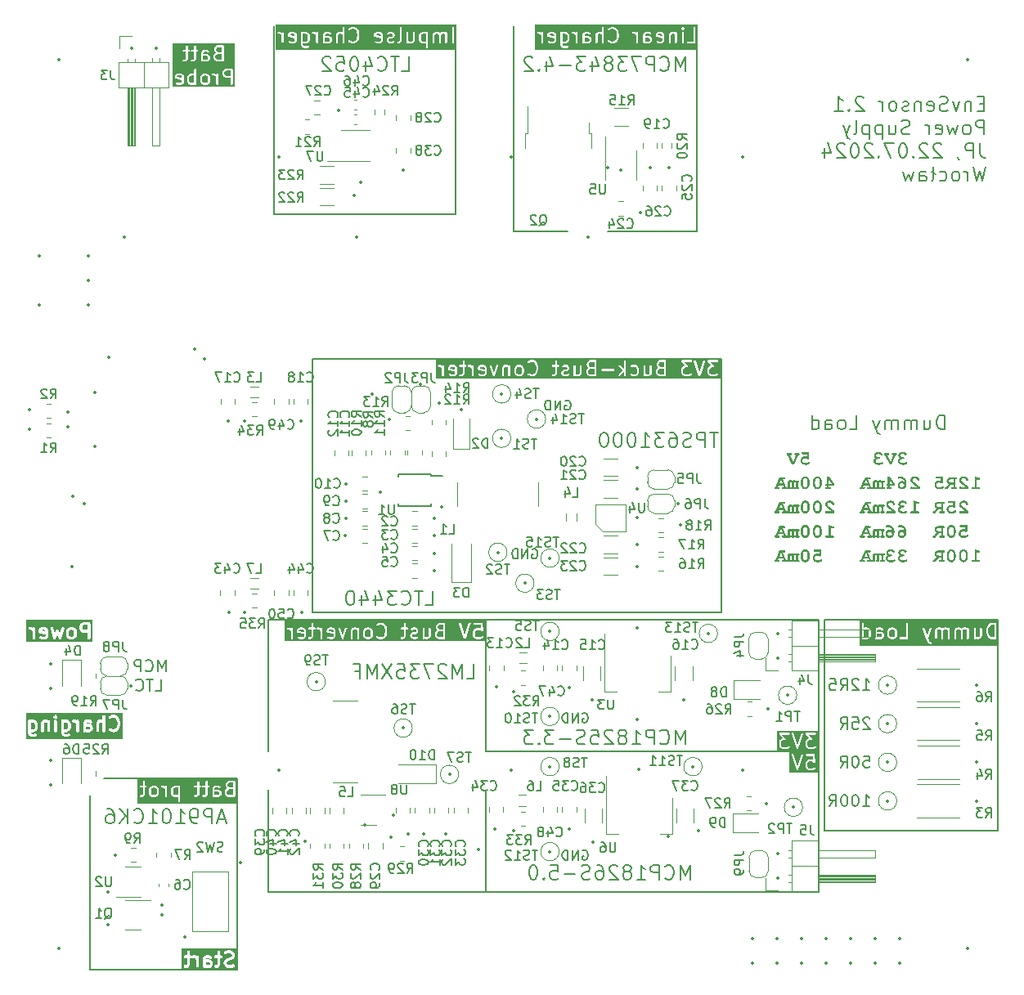
<source format=gbo>
%TF.GenerationSoftware,KiCad,Pcbnew,7.0.9*%
%TF.CreationDate,2024-07-22T22:58:02+02:00*%
%TF.ProjectId,EnvSensor-Power-v2.1,456e7653-656e-4736-9f72-2d506f776572,rev?*%
%TF.SameCoordinates,Original*%
%TF.FileFunction,Legend,Bot*%
%TF.FilePolarity,Positive*%
%FSLAX46Y46*%
G04 Gerber Fmt 4.6, Leading zero omitted, Abs format (unit mm)*
G04 Created by KiCad (PCBNEW 7.0.9) date 2024-07-22 22:58:02*
%MOMM*%
%LPD*%
G01*
G04 APERTURE LIST*
%ADD10C,0.150000*%
%ADD11C,0.300000*%
%ADD12C,0.200000*%
%ADD13C,0.120000*%
%ADD14C,0.350000*%
G04 APERTURE END LIST*
D10*
X102600000Y-110200000D02*
X102600000Y-95600000D01*
X45600000Y-110200000D02*
X45600000Y-99600000D01*
X102600000Y-82000000D02*
X68200000Y-82000000D01*
X42400000Y-98400000D02*
X42400000Y-118200000D01*
X46250000Y-40000000D02*
X65000000Y-40000000D01*
X80800000Y-41750000D02*
X90000000Y-41750000D01*
X71000000Y-41750000D02*
X76600000Y-41750000D01*
X68200000Y-110200000D02*
X45600000Y-110200000D01*
X92500000Y-81250000D02*
X50200000Y-81200000D01*
X65000000Y-20500000D02*
X65000000Y-40000000D01*
X90000000Y-20500000D02*
X90000000Y-41750000D01*
X27200000Y-100200000D02*
X27200000Y-118200000D01*
X45600000Y-82000000D02*
X68200000Y-82000000D01*
X68200000Y-82000000D02*
X68200000Y-95600000D01*
X68200000Y-110200000D02*
X102600000Y-110200000D01*
X42400000Y-118200000D02*
X27200000Y-118200000D01*
X68200000Y-99750000D02*
X68200000Y-110200000D01*
X121200000Y-103800000D02*
X121200000Y-82000000D01*
X71000000Y-20500000D02*
X71000000Y-41750000D01*
X68200000Y-95600000D02*
X102600000Y-95600000D01*
X45600000Y-82000000D02*
X45600000Y-95600000D01*
X50200000Y-55000000D02*
X92500000Y-55000000D01*
X121200000Y-82000000D02*
X103200000Y-82000000D01*
X50200000Y-55000000D02*
X50200000Y-81200000D01*
X46250000Y-20500000D02*
X46250000Y-40000000D01*
X28600000Y-98400000D02*
X42400000Y-98400000D01*
X92500000Y-55000000D02*
X92500000Y-81250000D01*
X102600000Y-95600000D02*
X102600000Y-82000000D01*
X103200000Y-82000000D02*
X103200000Y-103800000D01*
X103200000Y-103800000D02*
X121200000Y-103800000D01*
D11*
G36*
X111003646Y-65238864D02*
G01*
X110986479Y-65250506D01*
X110970149Y-65262490D01*
X110954657Y-65274815D01*
X110940001Y-65287481D01*
X110926183Y-65300489D01*
X110913202Y-65313838D01*
X110901059Y-65327529D01*
X110889752Y-65341560D01*
X110879283Y-65355933D01*
X110869651Y-65370648D01*
X110863695Y-65380647D01*
X110855379Y-65395930D01*
X110847882Y-65411554D01*
X110841203Y-65427520D01*
X110835341Y-65443827D01*
X110830298Y-65460476D01*
X110826072Y-65477466D01*
X110822664Y-65494797D01*
X110820074Y-65512469D01*
X110818302Y-65530483D01*
X110817348Y-65548838D01*
X110817166Y-65561264D01*
X110817707Y-65581318D01*
X110819330Y-65601089D01*
X110822035Y-65620577D01*
X110825822Y-65639781D01*
X110830690Y-65658701D01*
X110836641Y-65677339D01*
X110843673Y-65695693D01*
X110851788Y-65713763D01*
X110860984Y-65731551D01*
X110871262Y-65749055D01*
X110878715Y-65760566D01*
X110890673Y-65777347D01*
X110903604Y-65793342D01*
X110917507Y-65808551D01*
X110932382Y-65822974D01*
X110948230Y-65836612D01*
X110965050Y-65849464D01*
X110982843Y-65861531D01*
X111001608Y-65872811D01*
X111014658Y-65879895D01*
X111028141Y-65886630D01*
X111042055Y-65893016D01*
X111056402Y-65899052D01*
X111071203Y-65904731D01*
X111086570Y-65910043D01*
X111102504Y-65914989D01*
X111119005Y-65919569D01*
X111136072Y-65923782D01*
X111153706Y-65927629D01*
X111171907Y-65931109D01*
X111190675Y-65934223D01*
X111210009Y-65936971D01*
X111229910Y-65939352D01*
X111250378Y-65941367D01*
X111271412Y-65943016D01*
X111293013Y-65944298D01*
X111315181Y-65945214D01*
X111337916Y-65945764D01*
X111361217Y-65945947D01*
X111376417Y-65945874D01*
X111391381Y-65945655D01*
X111406107Y-65945290D01*
X111434850Y-65944122D01*
X111462645Y-65942370D01*
X111489492Y-65940035D01*
X111515393Y-65937115D01*
X111540345Y-65933612D01*
X111564351Y-65929525D01*
X111587409Y-65924854D01*
X111609520Y-65919599D01*
X111630683Y-65913760D01*
X111650899Y-65907337D01*
X111670167Y-65900330D01*
X111688488Y-65892740D01*
X111705862Y-65884565D01*
X111722288Y-65875807D01*
X111730146Y-65871209D01*
X111742455Y-65863164D01*
X111756984Y-65851987D01*
X111769360Y-65840295D01*
X111779584Y-65828087D01*
X111787655Y-65815365D01*
X111794718Y-65798737D01*
X111798417Y-65781304D01*
X111799023Y-65770458D01*
X111797953Y-65754311D01*
X111794746Y-65739117D01*
X111789401Y-65724876D01*
X111781918Y-65711588D01*
X111772297Y-65699253D01*
X111768614Y-65695354D01*
X111756760Y-65684895D01*
X111744005Y-65676600D01*
X111730348Y-65670470D01*
X111715789Y-65666502D01*
X111700329Y-65664699D01*
X111694975Y-65664579D01*
X111679977Y-65665770D01*
X111664658Y-65669342D01*
X111649019Y-65675295D01*
X111635072Y-65682458D01*
X111633060Y-65683630D01*
X111619094Y-65692095D01*
X111605360Y-65699630D01*
X111591860Y-65706234D01*
X111575966Y-65712932D01*
X111560407Y-65718290D01*
X111547697Y-65721732D01*
X111531496Y-65724823D01*
X111513854Y-65727502D01*
X111494768Y-65729769D01*
X111479508Y-65731199D01*
X111463436Y-65732397D01*
X111446552Y-65733363D01*
X111428857Y-65734097D01*
X111410351Y-65734599D01*
X111391033Y-65734869D01*
X111377704Y-65734921D01*
X111355066Y-65734746D01*
X111333225Y-65734223D01*
X111312179Y-65733350D01*
X111291929Y-65732127D01*
X111272474Y-65730556D01*
X111253815Y-65728636D01*
X111235952Y-65726366D01*
X111218885Y-65723747D01*
X111202613Y-65720779D01*
X111187137Y-65717461D01*
X111172457Y-65713795D01*
X111151928Y-65707640D01*
X111133190Y-65700700D01*
X111116242Y-65692974D01*
X111110990Y-65690225D01*
X111096259Y-65681519D01*
X111082976Y-65672163D01*
X111071143Y-65662156D01*
X111060758Y-65651499D01*
X111049166Y-65636277D01*
X111040150Y-65619900D01*
X111033710Y-65602366D01*
X111029846Y-65583676D01*
X111028639Y-65568899D01*
X111028558Y-65563829D01*
X111029308Y-65548785D01*
X111031558Y-65533879D01*
X111035308Y-65519110D01*
X111040557Y-65504478D01*
X111047306Y-65489984D01*
X111055555Y-65475627D01*
X111065304Y-65461407D01*
X111076552Y-65447325D01*
X111088974Y-65433626D01*
X111102427Y-65420741D01*
X111116910Y-65408668D01*
X111132423Y-65397408D01*
X111148966Y-65386961D01*
X111162050Y-65379659D01*
X111175714Y-65372814D01*
X111189957Y-65366427D01*
X111204780Y-65360497D01*
X111220771Y-65355270D01*
X111235817Y-65351474D01*
X111252867Y-65348022D01*
X111271921Y-65344914D01*
X111287526Y-65342808D01*
X111304259Y-65340896D01*
X111322118Y-65339176D01*
X111341104Y-65337650D01*
X111361217Y-65336317D01*
X111377008Y-65334757D01*
X111391635Y-65331909D01*
X111407654Y-65326791D01*
X111421998Y-65319819D01*
X111434668Y-65310992D01*
X111442184Y-65304077D01*
X111451771Y-65292609D01*
X111460449Y-65278026D01*
X111466427Y-65262145D01*
X111469402Y-65247501D01*
X111470394Y-65231903D01*
X111469312Y-65215507D01*
X111466066Y-65200115D01*
X111460657Y-65185728D01*
X111453083Y-65172346D01*
X111443346Y-65159968D01*
X111439619Y-65156065D01*
X111427375Y-65145607D01*
X111413997Y-65137312D01*
X111399485Y-65131181D01*
X111383840Y-65127214D01*
X111367062Y-65125411D01*
X111361217Y-65125291D01*
X111342362Y-65125281D01*
X111325226Y-65125252D01*
X111309810Y-65125204D01*
X111291930Y-65125109D01*
X111277106Y-65124981D01*
X111260603Y-65124723D01*
X111248743Y-65124192D01*
X111233356Y-65122225D01*
X111217969Y-65119074D01*
X111202581Y-65114738D01*
X111187194Y-65109217D01*
X111171807Y-65102510D01*
X111166678Y-65100012D01*
X111151720Y-65091777D01*
X111137895Y-65082461D01*
X111125204Y-65072062D01*
X111113647Y-65060582D01*
X111103222Y-65048019D01*
X111100000Y-65043592D01*
X111091409Y-65030050D01*
X111084595Y-65016355D01*
X111079559Y-65002504D01*
X111075930Y-64986150D01*
X111074720Y-64969586D01*
X111075648Y-64954725D01*
X111079415Y-64936858D01*
X111086081Y-64919778D01*
X111093499Y-64906680D01*
X111102773Y-64894086D01*
X111113901Y-64881996D01*
X111126884Y-64870410D01*
X111134071Y-64864806D01*
X111149831Y-64854416D01*
X111162860Y-64847533D01*
X111176926Y-64841429D01*
X111192029Y-64836104D01*
X111208169Y-64831558D01*
X111225345Y-64827792D01*
X111243558Y-64824805D01*
X111262809Y-64822597D01*
X111283096Y-64821168D01*
X111304420Y-64820519D01*
X111311758Y-64820476D01*
X111330528Y-64820842D01*
X111348738Y-64821941D01*
X111366386Y-64823773D01*
X111383474Y-64826338D01*
X111400000Y-64829635D01*
X111415966Y-64833665D01*
X111431370Y-64838428D01*
X111446214Y-64843923D01*
X111460496Y-64850151D01*
X111474218Y-64857112D01*
X111487378Y-64864806D01*
X111499978Y-64873232D01*
X111512016Y-64882391D01*
X111523494Y-64892283D01*
X111534410Y-64902908D01*
X111544766Y-64914265D01*
X111554603Y-64925197D01*
X111566015Y-64936522D01*
X111578073Y-64946191D01*
X111582868Y-64949070D01*
X111596878Y-64955445D01*
X111611891Y-64959459D01*
X111627905Y-64961112D01*
X111631228Y-64961160D01*
X111647014Y-64960052D01*
X111661951Y-64956729D01*
X111676037Y-64951191D01*
X111689274Y-64943437D01*
X111701660Y-64933468D01*
X111705600Y-64929652D01*
X111716058Y-64917184D01*
X111724353Y-64903686D01*
X111730484Y-64889158D01*
X111734451Y-64873599D01*
X111736254Y-64857009D01*
X111736374Y-64851250D01*
X111734892Y-64833092D01*
X111730444Y-64815072D01*
X111723031Y-64797189D01*
X111715525Y-64783867D01*
X111706351Y-64770622D01*
X111695509Y-64757454D01*
X111683000Y-64744364D01*
X111668822Y-64731351D01*
X111652976Y-64718415D01*
X111641486Y-64709834D01*
X111623952Y-64697678D01*
X111605880Y-64686306D01*
X111587270Y-64675719D01*
X111568121Y-64665916D01*
X111548435Y-64656897D01*
X111528211Y-64648662D01*
X111507448Y-64641212D01*
X111486147Y-64634546D01*
X111464309Y-64628664D01*
X111441932Y-64623566D01*
X111419017Y-64619253D01*
X111395564Y-64615724D01*
X111371573Y-64612979D01*
X111347044Y-64611018D01*
X111321976Y-64609842D01*
X111296371Y-64609450D01*
X111272218Y-64609864D01*
X111248669Y-64611104D01*
X111225724Y-64613172D01*
X111203383Y-64616067D01*
X111181646Y-64619790D01*
X111160513Y-64624339D01*
X111139983Y-64629716D01*
X111120058Y-64635920D01*
X111100737Y-64642951D01*
X111082019Y-64650809D01*
X111063905Y-64659494D01*
X111046396Y-64669007D01*
X111029490Y-64679347D01*
X111013188Y-64690514D01*
X110997490Y-64702508D01*
X110982397Y-64715329D01*
X110968022Y-64728733D01*
X110954576Y-64742475D01*
X110942056Y-64756554D01*
X110930464Y-64770971D01*
X110919800Y-64785726D01*
X110910063Y-64800818D01*
X110901253Y-64816248D01*
X110893370Y-64832016D01*
X110886415Y-64848122D01*
X110880387Y-64864565D01*
X110875287Y-64881347D01*
X110871113Y-64898466D01*
X110867868Y-64915922D01*
X110865549Y-64933717D01*
X110864158Y-64951849D01*
X110863695Y-64970319D01*
X110864244Y-64989490D01*
X110865893Y-65008352D01*
X110868640Y-65026905D01*
X110872487Y-65045149D01*
X110877433Y-65063083D01*
X110883478Y-65080709D01*
X110890622Y-65098025D01*
X110898866Y-65115033D01*
X110908116Y-65131634D01*
X110918466Y-65147914D01*
X110926950Y-65159914D01*
X110936051Y-65171733D01*
X110945772Y-65183372D01*
X110956110Y-65194831D01*
X110967067Y-65206110D01*
X110978641Y-65217208D01*
X110990834Y-65228126D01*
X111003646Y-65238864D01*
G37*
G36*
X110045237Y-65627576D02*
G01*
X109739323Y-64937712D01*
X109787683Y-64937712D01*
X109806052Y-64937260D01*
X109823060Y-64935903D01*
X109838705Y-64933642D01*
X109856345Y-64929544D01*
X109871856Y-64924032D01*
X109885239Y-64917108D01*
X109896493Y-64908770D01*
X109907449Y-64897148D01*
X109916139Y-64884263D01*
X109922562Y-64870117D01*
X109926718Y-64854708D01*
X109928607Y-64838037D01*
X109928733Y-64832199D01*
X109927599Y-64815121D01*
X109924199Y-64799330D01*
X109918532Y-64784827D01*
X109910598Y-64771612D01*
X109900397Y-64759685D01*
X109896493Y-64755996D01*
X109882733Y-64746035D01*
X109868924Y-64739309D01*
X109852987Y-64734014D01*
X109834921Y-64730150D01*
X109818936Y-64728089D01*
X109801588Y-64726944D01*
X109787683Y-64726687D01*
X109504483Y-64726687D01*
X109486033Y-64727144D01*
X109468969Y-64728518D01*
X109453289Y-64730808D01*
X109435638Y-64734958D01*
X109420152Y-64740540D01*
X109406830Y-64747552D01*
X109395673Y-64755996D01*
X109384592Y-64767493D01*
X109375803Y-64780279D01*
X109369308Y-64794352D01*
X109365104Y-64809714D01*
X109363194Y-64826363D01*
X109363066Y-64832199D01*
X109364805Y-64849626D01*
X109368911Y-64863696D01*
X109375431Y-64877354D01*
X109384367Y-64890601D01*
X109395717Y-64903436D01*
X109406536Y-64913408D01*
X109412526Y-64918295D01*
X109425311Y-64925861D01*
X109440037Y-64930867D01*
X109454965Y-64933996D01*
X109472309Y-64936176D01*
X109487922Y-64937238D01*
X109505081Y-64937693D01*
X109509612Y-64937712D01*
X109943387Y-65922500D01*
X110146353Y-65922500D01*
X110579030Y-64937712D01*
X110596747Y-64937403D01*
X110612895Y-64936476D01*
X110627475Y-64934930D01*
X110643495Y-64932129D01*
X110659483Y-64927492D01*
X110673676Y-64920324D01*
X110676849Y-64917929D01*
X110688441Y-64908174D01*
X110700757Y-64895595D01*
X110710659Y-64882586D01*
X110718145Y-64869148D01*
X110723217Y-64855280D01*
X110726115Y-64838073D01*
X110726308Y-64832199D01*
X110725162Y-64815121D01*
X110721723Y-64799330D01*
X110715991Y-64784827D01*
X110707967Y-64771612D01*
X110697650Y-64759685D01*
X110693702Y-64755996D01*
X110680066Y-64746035D01*
X110666342Y-64739309D01*
X110650471Y-64734014D01*
X110632453Y-64730150D01*
X110616493Y-64728089D01*
X110599160Y-64726944D01*
X110585258Y-64726687D01*
X110299860Y-64726687D01*
X110281668Y-64727144D01*
X110264826Y-64728518D01*
X110249336Y-64730808D01*
X110231873Y-64734958D01*
X110216521Y-64740540D01*
X110203279Y-64747552D01*
X110192149Y-64755996D01*
X110181068Y-64767493D01*
X110172279Y-64780279D01*
X110165783Y-64794352D01*
X110161580Y-64809714D01*
X110159670Y-64826363D01*
X110159542Y-64832199D01*
X110160676Y-64849291D01*
X110164076Y-64865121D01*
X110169743Y-64879688D01*
X110177677Y-64892993D01*
X110187878Y-64905036D01*
X110191782Y-64908770D01*
X110205294Y-64918606D01*
X110218934Y-64925248D01*
X110234739Y-64930477D01*
X110252708Y-64934292D01*
X110268642Y-64936327D01*
X110285961Y-64937458D01*
X110299860Y-64937712D01*
X110349319Y-64937712D01*
X110045237Y-65627576D01*
G37*
G36*
X108483060Y-65238864D02*
G01*
X108465893Y-65250506D01*
X108449563Y-65262490D01*
X108434070Y-65274815D01*
X108419415Y-65287481D01*
X108405597Y-65300489D01*
X108392616Y-65313838D01*
X108380473Y-65327529D01*
X108369166Y-65341560D01*
X108358697Y-65355933D01*
X108349065Y-65370648D01*
X108343108Y-65380647D01*
X108334793Y-65395930D01*
X108327296Y-65411554D01*
X108320617Y-65427520D01*
X108314755Y-65443827D01*
X108309712Y-65460476D01*
X108305486Y-65477466D01*
X108302078Y-65494797D01*
X108299488Y-65512469D01*
X108297716Y-65530483D01*
X108296762Y-65548838D01*
X108296580Y-65561264D01*
X108297121Y-65581318D01*
X108298744Y-65601089D01*
X108301449Y-65620577D01*
X108305235Y-65639781D01*
X108310104Y-65658701D01*
X108316055Y-65677339D01*
X108323087Y-65695693D01*
X108331202Y-65713763D01*
X108340398Y-65731551D01*
X108350676Y-65749055D01*
X108358129Y-65760566D01*
X108370087Y-65777347D01*
X108383018Y-65793342D01*
X108396921Y-65808551D01*
X108411796Y-65822974D01*
X108427644Y-65836612D01*
X108444464Y-65849464D01*
X108462257Y-65861531D01*
X108481022Y-65872811D01*
X108494072Y-65879895D01*
X108507554Y-65886630D01*
X108521469Y-65893016D01*
X108535816Y-65899052D01*
X108550617Y-65904731D01*
X108565984Y-65910043D01*
X108581918Y-65914989D01*
X108598418Y-65919569D01*
X108615486Y-65923782D01*
X108633120Y-65927629D01*
X108651321Y-65931109D01*
X108670088Y-65934223D01*
X108689423Y-65936971D01*
X108709324Y-65939352D01*
X108729792Y-65941367D01*
X108750826Y-65943016D01*
X108772427Y-65944298D01*
X108794595Y-65945214D01*
X108817330Y-65945764D01*
X108840631Y-65945947D01*
X108855831Y-65945874D01*
X108870795Y-65945655D01*
X108885521Y-65945290D01*
X108914263Y-65944122D01*
X108942058Y-65942370D01*
X108968906Y-65940035D01*
X108994806Y-65937115D01*
X109019759Y-65933612D01*
X109043765Y-65929525D01*
X109066823Y-65924854D01*
X109088933Y-65919599D01*
X109110097Y-65913760D01*
X109130312Y-65907337D01*
X109149581Y-65900330D01*
X109167902Y-65892740D01*
X109185276Y-65884565D01*
X109201702Y-65875807D01*
X109209560Y-65871209D01*
X109221869Y-65863164D01*
X109236397Y-65851987D01*
X109248774Y-65840295D01*
X109258998Y-65828087D01*
X109267069Y-65815365D01*
X109274132Y-65798737D01*
X109277831Y-65781304D01*
X109278436Y-65770458D01*
X109277367Y-65754311D01*
X109274160Y-65739117D01*
X109268815Y-65724876D01*
X109261332Y-65711588D01*
X109251710Y-65699253D01*
X109248028Y-65695354D01*
X109236174Y-65684895D01*
X109223419Y-65676600D01*
X109209762Y-65670470D01*
X109195203Y-65666502D01*
X109179743Y-65664699D01*
X109174389Y-65664579D01*
X109159391Y-65665770D01*
X109144072Y-65669342D01*
X109128433Y-65675295D01*
X109114486Y-65682458D01*
X109112473Y-65683630D01*
X109098507Y-65692095D01*
X109084774Y-65699630D01*
X109071273Y-65706234D01*
X109055380Y-65712932D01*
X109039821Y-65718290D01*
X109027110Y-65721732D01*
X109010910Y-65724823D01*
X108993268Y-65727502D01*
X108974182Y-65729769D01*
X108958922Y-65731199D01*
X108942850Y-65732397D01*
X108925966Y-65733363D01*
X108908271Y-65734097D01*
X108889765Y-65734599D01*
X108870447Y-65734869D01*
X108857117Y-65734921D01*
X108834480Y-65734746D01*
X108812639Y-65734223D01*
X108791593Y-65733350D01*
X108771342Y-65732127D01*
X108751888Y-65730556D01*
X108733229Y-65728636D01*
X108715366Y-65726366D01*
X108698299Y-65723747D01*
X108682027Y-65720779D01*
X108666551Y-65717461D01*
X108651870Y-65713795D01*
X108631342Y-65707640D01*
X108612604Y-65700700D01*
X108595656Y-65692974D01*
X108590404Y-65690225D01*
X108575673Y-65681519D01*
X108562390Y-65672163D01*
X108550557Y-65662156D01*
X108540172Y-65651499D01*
X108528580Y-65636277D01*
X108519564Y-65619900D01*
X108513124Y-65602366D01*
X108509260Y-65583676D01*
X108508053Y-65568899D01*
X108507972Y-65563829D01*
X108508722Y-65548785D01*
X108510972Y-65533879D01*
X108514721Y-65519110D01*
X108519971Y-65504478D01*
X108526720Y-65489984D01*
X108534969Y-65475627D01*
X108544717Y-65461407D01*
X108555966Y-65447325D01*
X108568388Y-65433626D01*
X108581840Y-65420741D01*
X108596323Y-65408668D01*
X108611837Y-65397408D01*
X108628380Y-65386961D01*
X108641464Y-65379659D01*
X108655128Y-65372814D01*
X108669371Y-65366427D01*
X108684193Y-65360497D01*
X108700184Y-65355270D01*
X108715231Y-65351474D01*
X108732281Y-65348022D01*
X108751335Y-65344914D01*
X108766940Y-65342808D01*
X108783672Y-65340896D01*
X108801532Y-65339176D01*
X108820518Y-65337650D01*
X108840631Y-65336317D01*
X108856422Y-65334757D01*
X108871049Y-65331909D01*
X108887068Y-65326791D01*
X108901412Y-65319819D01*
X108914081Y-65310992D01*
X108921598Y-65304077D01*
X108931185Y-65292609D01*
X108939862Y-65278026D01*
X108945841Y-65262145D01*
X108948816Y-65247501D01*
X108949808Y-65231903D01*
X108948726Y-65215507D01*
X108945480Y-65200115D01*
X108940070Y-65185728D01*
X108932497Y-65172346D01*
X108922760Y-65159968D01*
X108919033Y-65156065D01*
X108906788Y-65145607D01*
X108893410Y-65137312D01*
X108878899Y-65131181D01*
X108863254Y-65127214D01*
X108846476Y-65125411D01*
X108840631Y-65125291D01*
X108821776Y-65125281D01*
X108804640Y-65125252D01*
X108789224Y-65125204D01*
X108771343Y-65125109D01*
X108756520Y-65124981D01*
X108740016Y-65124723D01*
X108728157Y-65124192D01*
X108712770Y-65122225D01*
X108697383Y-65119074D01*
X108681995Y-65114738D01*
X108666608Y-65109217D01*
X108651221Y-65102510D01*
X108646092Y-65100012D01*
X108631134Y-65091777D01*
X108617309Y-65082461D01*
X108604618Y-65072062D01*
X108593060Y-65060582D01*
X108582636Y-65048019D01*
X108579413Y-65043592D01*
X108570822Y-65030050D01*
X108564009Y-65016355D01*
X108558973Y-65002504D01*
X108555344Y-64986150D01*
X108554134Y-64969586D01*
X108555062Y-64954725D01*
X108558829Y-64936858D01*
X108565494Y-64919778D01*
X108572913Y-64906680D01*
X108582187Y-64894086D01*
X108593315Y-64881996D01*
X108606298Y-64870410D01*
X108613485Y-64864806D01*
X108629245Y-64854416D01*
X108642274Y-64847533D01*
X108656340Y-64841429D01*
X108671443Y-64836104D01*
X108687582Y-64831558D01*
X108704759Y-64827792D01*
X108722972Y-64824805D01*
X108742223Y-64822597D01*
X108762510Y-64821168D01*
X108783833Y-64820519D01*
X108791172Y-64820476D01*
X108809942Y-64820842D01*
X108828152Y-64821941D01*
X108845800Y-64823773D01*
X108862888Y-64826338D01*
X108879414Y-64829635D01*
X108895380Y-64833665D01*
X108910784Y-64838428D01*
X108925628Y-64843923D01*
X108939910Y-64850151D01*
X108953632Y-64857112D01*
X108966792Y-64864806D01*
X108979392Y-64873232D01*
X108991430Y-64882391D01*
X109002908Y-64892283D01*
X109013824Y-64902908D01*
X109024180Y-64914265D01*
X109034017Y-64925197D01*
X109045429Y-64936522D01*
X109057487Y-64946191D01*
X109062281Y-64949070D01*
X109076292Y-64955445D01*
X109091304Y-64959459D01*
X109107318Y-64961112D01*
X109110642Y-64961160D01*
X109126428Y-64960052D01*
X109141365Y-64956729D01*
X109155451Y-64951191D01*
X109168687Y-64943437D01*
X109181074Y-64933468D01*
X109185013Y-64929652D01*
X109195472Y-64917184D01*
X109203767Y-64903686D01*
X109209898Y-64889158D01*
X109213865Y-64873599D01*
X109215668Y-64857009D01*
X109215788Y-64851250D01*
X109214305Y-64833092D01*
X109209858Y-64815072D01*
X109202444Y-64797189D01*
X109194939Y-64783867D01*
X109185765Y-64770622D01*
X109174923Y-64757454D01*
X109162413Y-64744364D01*
X109148236Y-64731351D01*
X109132390Y-64718415D01*
X109120900Y-64709834D01*
X109103366Y-64697678D01*
X109085294Y-64686306D01*
X109066684Y-64675719D01*
X109047535Y-64665916D01*
X109027849Y-64656897D01*
X109007624Y-64648662D01*
X108986862Y-64641212D01*
X108965561Y-64634546D01*
X108943723Y-64628664D01*
X108921346Y-64623566D01*
X108898431Y-64619253D01*
X108874978Y-64615724D01*
X108850987Y-64612979D01*
X108826457Y-64611018D01*
X108801390Y-64609842D01*
X108775785Y-64609450D01*
X108751632Y-64609864D01*
X108728083Y-64611104D01*
X108705138Y-64613172D01*
X108682797Y-64616067D01*
X108661060Y-64619790D01*
X108639926Y-64624339D01*
X108619397Y-64629716D01*
X108599472Y-64635920D01*
X108580150Y-64642951D01*
X108561433Y-64650809D01*
X108543319Y-64659494D01*
X108525810Y-64669007D01*
X108508904Y-64679347D01*
X108492602Y-64690514D01*
X108476904Y-64702508D01*
X108461810Y-64715329D01*
X108447436Y-64728733D01*
X108433990Y-64742475D01*
X108421470Y-64756554D01*
X108409878Y-64770971D01*
X108399214Y-64785726D01*
X108389476Y-64800818D01*
X108380666Y-64816248D01*
X108372784Y-64832016D01*
X108365829Y-64848122D01*
X108359801Y-64864565D01*
X108354700Y-64881347D01*
X108350527Y-64898466D01*
X108347281Y-64915922D01*
X108344963Y-64933717D01*
X108343572Y-64951849D01*
X108343108Y-64970319D01*
X108343658Y-64989490D01*
X108345307Y-65008352D01*
X108348054Y-65026905D01*
X108351901Y-65045149D01*
X108356847Y-65063083D01*
X108362892Y-65080709D01*
X108370036Y-65098025D01*
X108378279Y-65115033D01*
X108387530Y-65131634D01*
X108397880Y-65147914D01*
X108406363Y-65159914D01*
X108415465Y-65171733D01*
X108425185Y-65183372D01*
X108435524Y-65194831D01*
X108446480Y-65206110D01*
X108458055Y-65217208D01*
X108470248Y-65228126D01*
X108483060Y-65238864D01*
G37*
G36*
X101400505Y-64843923D02*
G01*
X101400505Y-65101844D01*
X101385891Y-65096165D01*
X101371448Y-65090853D01*
X101357177Y-65085907D01*
X101343078Y-65081327D01*
X101322251Y-65075145D01*
X101301810Y-65069787D01*
X101281756Y-65065253D01*
X101262088Y-65061543D01*
X101242807Y-65058658D01*
X101223912Y-65056598D01*
X101205404Y-65055361D01*
X101187281Y-65054949D01*
X101163177Y-65055443D01*
X101139591Y-65056924D01*
X101116523Y-65059393D01*
X101093973Y-65062849D01*
X101071941Y-65067292D01*
X101050427Y-65072723D01*
X101029431Y-65079142D01*
X101008954Y-65086548D01*
X100988994Y-65094941D01*
X100969552Y-65104322D01*
X100950629Y-65114691D01*
X100932223Y-65126046D01*
X100914336Y-65138390D01*
X100896966Y-65151721D01*
X100880115Y-65166039D01*
X100863782Y-65181345D01*
X100848165Y-65197384D01*
X100833557Y-65213997D01*
X100819955Y-65231182D01*
X100807362Y-65248939D01*
X100795775Y-65267268D01*
X100785197Y-65286171D01*
X100775625Y-65305645D01*
X100767062Y-65325692D01*
X100759505Y-65346312D01*
X100752957Y-65367503D01*
X100747415Y-65389268D01*
X100742882Y-65411605D01*
X100739355Y-65434514D01*
X100736837Y-65457995D01*
X100735325Y-65482050D01*
X100734822Y-65506676D01*
X100735331Y-65532021D01*
X100736859Y-65556673D01*
X100739407Y-65580633D01*
X100742973Y-65603900D01*
X100747558Y-65626474D01*
X100753163Y-65648356D01*
X100759786Y-65669545D01*
X100767428Y-65690041D01*
X100776089Y-65709845D01*
X100785769Y-65728956D01*
X100796468Y-65747375D01*
X100808186Y-65765100D01*
X100820923Y-65782133D01*
X100834679Y-65798474D01*
X100849453Y-65814122D01*
X100865247Y-65829077D01*
X100882091Y-65843229D01*
X100900017Y-65856468D01*
X100919025Y-65868794D01*
X100939115Y-65880207D01*
X100960287Y-65890707D01*
X100982541Y-65900294D01*
X101005877Y-65908968D01*
X101030294Y-65916729D01*
X101055794Y-65923577D01*
X101082375Y-65929512D01*
X101110039Y-65934534D01*
X101138784Y-65938642D01*
X101153562Y-65940354D01*
X101168611Y-65941838D01*
X101183930Y-65943094D01*
X101199520Y-65944121D01*
X101215381Y-65944920D01*
X101231511Y-65945490D01*
X101247913Y-65945833D01*
X101264584Y-65945947D01*
X101279303Y-65945855D01*
X101308159Y-65945122D01*
X101336244Y-65943657D01*
X101363555Y-65941459D01*
X101390093Y-65938528D01*
X101415859Y-65934864D01*
X101440852Y-65930468D01*
X101465072Y-65925339D01*
X101488519Y-65919477D01*
X101511194Y-65912882D01*
X101533096Y-65905555D01*
X101554225Y-65897495D01*
X101574581Y-65888702D01*
X101594164Y-65879177D01*
X101612975Y-65868919D01*
X101631012Y-65857928D01*
X101639741Y-65852158D01*
X101654080Y-65841852D01*
X101667008Y-65831271D01*
X101678526Y-65820412D01*
X101688634Y-65809276D01*
X101699917Y-65793997D01*
X101708692Y-65778226D01*
X101714960Y-65761963D01*
X101718721Y-65745208D01*
X101719975Y-65727960D01*
X101718867Y-65711736D01*
X101715544Y-65696310D01*
X101710006Y-65681682D01*
X101702252Y-65667853D01*
X101692283Y-65654823D01*
X101688468Y-65650657D01*
X101676240Y-65639452D01*
X101663189Y-65630564D01*
X101649313Y-65623996D01*
X101634612Y-65619745D01*
X101619088Y-65617813D01*
X101613729Y-65617684D01*
X101597724Y-65619595D01*
X101583530Y-65624275D01*
X101568898Y-65631763D01*
X101556371Y-65640147D01*
X101543539Y-65650482D01*
X101535694Y-65657618D01*
X101522324Y-65669393D01*
X101508775Y-65679986D01*
X101495047Y-65689400D01*
X101481140Y-65697632D01*
X101467054Y-65704684D01*
X101452790Y-65710555D01*
X101447034Y-65712573D01*
X101429969Y-65717811D01*
X101411748Y-65722350D01*
X101397324Y-65725296D01*
X101382249Y-65727850D01*
X101366523Y-65730010D01*
X101350148Y-65731778D01*
X101333121Y-65733153D01*
X101315445Y-65734135D01*
X101297117Y-65734725D01*
X101278140Y-65734921D01*
X101254619Y-65734703D01*
X101232052Y-65734051D01*
X101210438Y-65732963D01*
X101189777Y-65731441D01*
X101170069Y-65729483D01*
X101151315Y-65727090D01*
X101133513Y-65724262D01*
X101116665Y-65720999D01*
X101100769Y-65717301D01*
X101085827Y-65713168D01*
X101071838Y-65708600D01*
X101052641Y-65700932D01*
X101035589Y-65692285D01*
X101020682Y-65682660D01*
X101016189Y-65679234D01*
X101003684Y-65668271D01*
X100992409Y-65656264D01*
X100982363Y-65643215D01*
X100973548Y-65629122D01*
X100965963Y-65613986D01*
X100959607Y-65597806D01*
X100954482Y-65580584D01*
X100950587Y-65562318D01*
X100947922Y-65543008D01*
X100946487Y-65522656D01*
X100946214Y-65508508D01*
X100946806Y-65487710D01*
X100948584Y-65467768D01*
X100951546Y-65448684D01*
X100955693Y-65430455D01*
X100961026Y-65413083D01*
X100967543Y-65396568D01*
X100975245Y-65380909D01*
X100984132Y-65366107D01*
X100994205Y-65352161D01*
X101005462Y-65339072D01*
X101013625Y-65330821D01*
X101026606Y-65319232D01*
X101040269Y-65308784D01*
X101054615Y-65299475D01*
X101069644Y-65291305D01*
X101085356Y-65284276D01*
X101101750Y-65278387D01*
X101118826Y-65273637D01*
X101136586Y-65270028D01*
X101155028Y-65267558D01*
X101174152Y-65266228D01*
X101187281Y-65265975D01*
X101208994Y-65266641D01*
X101223780Y-65267826D01*
X101238815Y-65269604D01*
X101254100Y-65271974D01*
X101269633Y-65274936D01*
X101285415Y-65278491D01*
X101301446Y-65282638D01*
X101317727Y-65287378D01*
X101334256Y-65292710D01*
X101351034Y-65298635D01*
X101368062Y-65305152D01*
X101385338Y-65312262D01*
X101402864Y-65319964D01*
X101420638Y-65328259D01*
X101438661Y-65337146D01*
X101447766Y-65341812D01*
X101461789Y-65348807D01*
X101476827Y-65354697D01*
X101492486Y-65358642D01*
X101505286Y-65359764D01*
X101521793Y-65358605D01*
X101537245Y-65355127D01*
X101551641Y-65349331D01*
X101564980Y-65341217D01*
X101577263Y-65330784D01*
X101581123Y-65326791D01*
X101591457Y-65313744D01*
X101599653Y-65299331D01*
X101605711Y-65283553D01*
X101609631Y-65266410D01*
X101611264Y-65251081D01*
X101611531Y-65241428D01*
X101611531Y-64632897D01*
X100965631Y-64632897D01*
X100947267Y-64633355D01*
X100930277Y-64634729D01*
X100914661Y-64637019D01*
X100897072Y-64641169D01*
X100881631Y-64646750D01*
X100868336Y-64653763D01*
X100857187Y-64662206D01*
X100846106Y-64673828D01*
X100837318Y-64686713D01*
X100830822Y-64700859D01*
X100826619Y-64716268D01*
X100824708Y-64732939D01*
X100824581Y-64738777D01*
X100825727Y-64755619D01*
X100829166Y-64771251D01*
X100834898Y-64785673D01*
X100842922Y-64798883D01*
X100853239Y-64810883D01*
X100857187Y-64814614D01*
X100870823Y-64824574D01*
X100884547Y-64831301D01*
X100900418Y-64836596D01*
X100918436Y-64840460D01*
X100934396Y-64842521D01*
X100951729Y-64843665D01*
X100965631Y-64843923D01*
X101400505Y-64843923D01*
G37*
G36*
X99962892Y-65627576D02*
G01*
X99656978Y-64937712D01*
X99705338Y-64937712D01*
X99723708Y-64937260D01*
X99740715Y-64935903D01*
X99756360Y-64933642D01*
X99774000Y-64929544D01*
X99789512Y-64924032D01*
X99802894Y-64917108D01*
X99814148Y-64908770D01*
X99825105Y-64897148D01*
X99833794Y-64884263D01*
X99840217Y-64870117D01*
X99844373Y-64854708D01*
X99846262Y-64838037D01*
X99846388Y-64832199D01*
X99845255Y-64815121D01*
X99841854Y-64799330D01*
X99836187Y-64784827D01*
X99828253Y-64771612D01*
X99818052Y-64759685D01*
X99814148Y-64755996D01*
X99800388Y-64746035D01*
X99786580Y-64739309D01*
X99770642Y-64734014D01*
X99752576Y-64730150D01*
X99736591Y-64728089D01*
X99719243Y-64726944D01*
X99705338Y-64726687D01*
X99422138Y-64726687D01*
X99403688Y-64727144D01*
X99386624Y-64728518D01*
X99370945Y-64730808D01*
X99353294Y-64734958D01*
X99337807Y-64740540D01*
X99324485Y-64747552D01*
X99313328Y-64755996D01*
X99302247Y-64767493D01*
X99293459Y-64780279D01*
X99286963Y-64794352D01*
X99282760Y-64809714D01*
X99280849Y-64826363D01*
X99280722Y-64832199D01*
X99282461Y-64849626D01*
X99286566Y-64863696D01*
X99293087Y-64877354D01*
X99302022Y-64890601D01*
X99313373Y-64903436D01*
X99324192Y-64913408D01*
X99330181Y-64918295D01*
X99342966Y-64925861D01*
X99357692Y-64930867D01*
X99372621Y-64933996D01*
X99389964Y-64936176D01*
X99405577Y-64937238D01*
X99422736Y-64937693D01*
X99427267Y-64937712D01*
X99861043Y-65922500D01*
X100064009Y-65922500D01*
X100496685Y-64937712D01*
X100514402Y-64937403D01*
X100530551Y-64936476D01*
X100545131Y-64934930D01*
X100561150Y-64932129D01*
X100577139Y-64927492D01*
X100591331Y-64920324D01*
X100594504Y-64917929D01*
X100606096Y-64908174D01*
X100618413Y-64895595D01*
X100628314Y-64882586D01*
X100635801Y-64869148D01*
X100640872Y-64855280D01*
X100643770Y-64838073D01*
X100643963Y-64832199D01*
X100642817Y-64815121D01*
X100639378Y-64799330D01*
X100633646Y-64784827D01*
X100625622Y-64771612D01*
X100615305Y-64759685D01*
X100611357Y-64755996D01*
X100597721Y-64746035D01*
X100583997Y-64739309D01*
X100568126Y-64734014D01*
X100550108Y-64730150D01*
X100534148Y-64728089D01*
X100516815Y-64726944D01*
X100502913Y-64726687D01*
X100217515Y-64726687D01*
X100199323Y-64727144D01*
X100182482Y-64728518D01*
X100166991Y-64730808D01*
X100149528Y-64734958D01*
X100134176Y-64740540D01*
X100120935Y-64747552D01*
X100109804Y-64755996D01*
X100098723Y-64767493D01*
X100089935Y-64780279D01*
X100083439Y-64794352D01*
X100079236Y-64809714D01*
X100077325Y-64826363D01*
X100077198Y-64832199D01*
X100078331Y-64849291D01*
X100081731Y-64865121D01*
X100087399Y-64879688D01*
X100095333Y-64892993D01*
X100105534Y-64905036D01*
X100109438Y-64908770D01*
X100122949Y-64918606D01*
X100136589Y-64925248D01*
X100152394Y-64930477D01*
X100170363Y-64934292D01*
X100186297Y-64936327D01*
X100203617Y-64937458D01*
X100217515Y-64937712D01*
X100266974Y-64937712D01*
X99962892Y-65627576D01*
G37*
G36*
X118759211Y-67129450D02*
G01*
X118759211Y-68231474D01*
X118545987Y-68231474D01*
X118527537Y-68231932D01*
X118510473Y-68233306D01*
X118494793Y-68235595D01*
X118477142Y-68239745D01*
X118461656Y-68245327D01*
X118448334Y-68252339D01*
X118437177Y-68260783D01*
X118426096Y-68272280D01*
X118417307Y-68285066D01*
X118410811Y-68299139D01*
X118406608Y-68314501D01*
X118404698Y-68331151D01*
X118404570Y-68336987D01*
X118405717Y-68354078D01*
X118409156Y-68369908D01*
X118414887Y-68384475D01*
X118422911Y-68397780D01*
X118433228Y-68409823D01*
X118437177Y-68413557D01*
X118450825Y-68423393D01*
X118464580Y-68430035D01*
X118480499Y-68435264D01*
X118498583Y-68439080D01*
X118514609Y-68441115D01*
X118532020Y-68442245D01*
X118545987Y-68442500D01*
X119183827Y-68442500D01*
X119202197Y-68442047D01*
X119219204Y-68440691D01*
X119234849Y-68438429D01*
X119252489Y-68434331D01*
X119268001Y-68428820D01*
X119281383Y-68421895D01*
X119292637Y-68413557D01*
X119303594Y-68401935D01*
X119312284Y-68389050D01*
X119318706Y-68374904D01*
X119322862Y-68359495D01*
X119324751Y-68342824D01*
X119324877Y-68336987D01*
X119323744Y-68319908D01*
X119320344Y-68304117D01*
X119314676Y-68289614D01*
X119306742Y-68276399D01*
X119296541Y-68264472D01*
X119292637Y-68260783D01*
X119278877Y-68250822D01*
X119265069Y-68244096D01*
X119249132Y-68238801D01*
X119231066Y-68234937D01*
X119215080Y-68232876D01*
X119197732Y-68231731D01*
X119183827Y-68231474D01*
X118970237Y-68231474D01*
X118970237Y-67416680D01*
X119158914Y-67468337D01*
X119175152Y-67472695D01*
X119189792Y-67476151D01*
X119204854Y-67479043D01*
X119219405Y-67480847D01*
X119227058Y-67481160D01*
X119241784Y-67479988D01*
X119257988Y-67475657D01*
X119273140Y-67468137D01*
X119285290Y-67459151D01*
X119296667Y-67447821D01*
X119306628Y-67434790D01*
X119314528Y-67420704D01*
X119320367Y-67405561D01*
X119324145Y-67389363D01*
X119325862Y-67372108D01*
X119325976Y-67366121D01*
X119325217Y-67350292D01*
X119322937Y-67335776D01*
X119318356Y-67320501D01*
X119311707Y-67307015D01*
X119304361Y-67296878D01*
X119292625Y-67286099D01*
X119278938Y-67277307D01*
X119264974Y-67270294D01*
X119248684Y-67263568D01*
X119233978Y-67258393D01*
X119217784Y-67253401D01*
X119213503Y-67252182D01*
X118759211Y-67129450D01*
G37*
G36*
X117803733Y-68231474D02*
G01*
X117341015Y-68231474D01*
X117326881Y-68223505D01*
X117313057Y-68217185D01*
X117297319Y-68211896D01*
X117282002Y-68208851D01*
X117269207Y-68208026D01*
X117251781Y-68209147D01*
X117235771Y-68212509D01*
X117221178Y-68218111D01*
X117208002Y-68225955D01*
X117196242Y-68236040D01*
X117192637Y-68239900D01*
X117182926Y-68253437D01*
X117176368Y-68267138D01*
X117171205Y-68283039D01*
X117167438Y-68301141D01*
X117165428Y-68317207D01*
X117164312Y-68334681D01*
X117164061Y-68348710D01*
X117164061Y-68442500D01*
X118126500Y-68442500D01*
X118126500Y-68208026D01*
X118091267Y-68180946D01*
X118056916Y-68154476D01*
X118023449Y-68128616D01*
X117990865Y-68103366D01*
X117959164Y-68078727D01*
X117928345Y-68054699D01*
X117898410Y-68031280D01*
X117869358Y-68008472D01*
X117841189Y-67986275D01*
X117813902Y-67964688D01*
X117787499Y-67943711D01*
X117761979Y-67923344D01*
X117737342Y-67903588D01*
X117713587Y-67884442D01*
X117690716Y-67865907D01*
X117668728Y-67847982D01*
X117647622Y-67830667D01*
X117627400Y-67813963D01*
X117608061Y-67797869D01*
X117589604Y-67782386D01*
X117572031Y-67767512D01*
X117555341Y-67753250D01*
X117539533Y-67739597D01*
X117524609Y-67726555D01*
X117510568Y-67714123D01*
X117497409Y-67702302D01*
X117485134Y-67691091D01*
X117473742Y-67680490D01*
X117453606Y-67661120D01*
X117437002Y-67644192D01*
X117426330Y-67632228D01*
X117416708Y-67620381D01*
X117405511Y-67604765D01*
X117396180Y-67589354D01*
X117388715Y-67574150D01*
X117383117Y-67559152D01*
X117379384Y-67544360D01*
X117377518Y-67529774D01*
X117377285Y-67522559D01*
X117378338Y-67504870D01*
X117381498Y-67487708D01*
X117386765Y-67471073D01*
X117394138Y-67454965D01*
X117403617Y-67439383D01*
X117415204Y-67424327D01*
X117425276Y-67413382D01*
X117436533Y-67402732D01*
X117444696Y-67395797D01*
X117457732Y-67385910D01*
X117471559Y-67376996D01*
X117486179Y-67369055D01*
X117501591Y-67362086D01*
X117517795Y-67356089D01*
X117534791Y-67351065D01*
X117552580Y-67347013D01*
X117571160Y-67343933D01*
X117590533Y-67341826D01*
X117610698Y-67340692D01*
X117624581Y-67340476D01*
X117645472Y-67341071D01*
X117665694Y-67342859D01*
X117685246Y-67345837D01*
X117704128Y-67350007D01*
X117722340Y-67355368D01*
X117739883Y-67361921D01*
X117756755Y-67369665D01*
X117772958Y-67378601D01*
X117788492Y-67388727D01*
X117803355Y-67400046D01*
X117812892Y-67408253D01*
X117824767Y-67420437D01*
X117835890Y-67434321D01*
X117844248Y-67446651D01*
X117852124Y-67460069D01*
X117859520Y-67474575D01*
X117866436Y-67490168D01*
X117872870Y-67506850D01*
X117875907Y-67515598D01*
X117881651Y-67531457D01*
X117888168Y-67545514D01*
X117896749Y-67559634D01*
X117906381Y-67571300D01*
X117915474Y-67579345D01*
X117928846Y-67587680D01*
X117943684Y-67593633D01*
X117959987Y-67597206D01*
X117975455Y-67598378D01*
X117977756Y-67598396D01*
X117993555Y-67597301D01*
X118008531Y-67594017D01*
X118022681Y-67588543D01*
X118036008Y-67580879D01*
X118048510Y-67571026D01*
X118052494Y-67567255D01*
X118063202Y-67555066D01*
X118071694Y-67542131D01*
X118077971Y-67528448D01*
X118082032Y-67514018D01*
X118083879Y-67498841D01*
X118084002Y-67493616D01*
X118083109Y-67477462D01*
X118080430Y-67460323D01*
X118075964Y-67442199D01*
X118071444Y-67427960D01*
X118065918Y-67413168D01*
X118059388Y-67397821D01*
X118051853Y-67381921D01*
X118043314Y-67365467D01*
X118033770Y-67348459D01*
X118026849Y-67336812D01*
X118015672Y-67319490D01*
X118003575Y-67302830D01*
X117990556Y-67286835D01*
X117976617Y-67271502D01*
X117961756Y-67256833D01*
X117945975Y-67242827D01*
X117929273Y-67229484D01*
X117911650Y-67216805D01*
X117899390Y-67208721D01*
X117886720Y-67200931D01*
X117873641Y-67193436D01*
X117860153Y-67186236D01*
X117846340Y-67179360D01*
X117832378Y-67172927D01*
X117818267Y-67166938D01*
X117804008Y-67161392D01*
X117789599Y-67156290D01*
X117775042Y-67151632D01*
X117760336Y-67147418D01*
X117745481Y-67143647D01*
X117730477Y-67140319D01*
X117715325Y-67137436D01*
X117700023Y-67134996D01*
X117684573Y-67132999D01*
X117668974Y-67131446D01*
X117653226Y-67130337D01*
X117637329Y-67129672D01*
X117621284Y-67129450D01*
X117596605Y-67129916D01*
X117572488Y-67131316D01*
X117548932Y-67133649D01*
X117525937Y-67136915D01*
X117503503Y-67141114D01*
X117481630Y-67146245D01*
X117460318Y-67152311D01*
X117439567Y-67159309D01*
X117419377Y-67167240D01*
X117399748Y-67176104D01*
X117380680Y-67185902D01*
X117362172Y-67196632D01*
X117344226Y-67208296D01*
X117326841Y-67220892D01*
X117310017Y-67234422D01*
X117293754Y-67248885D01*
X117278271Y-67263966D01*
X117263786Y-67279442D01*
X117250301Y-67295313D01*
X117237815Y-67311579D01*
X117226327Y-67328240D01*
X117215838Y-67345296D01*
X117206349Y-67362747D01*
X117197858Y-67380593D01*
X117190366Y-67398834D01*
X117183873Y-67417470D01*
X117178379Y-67436500D01*
X117173884Y-67455926D01*
X117170388Y-67475747D01*
X117167891Y-67495963D01*
X117166392Y-67516574D01*
X117165893Y-67537580D01*
X117166215Y-67553679D01*
X117167181Y-67569552D01*
X117168791Y-67585200D01*
X117171045Y-67600623D01*
X117173943Y-67615820D01*
X117177485Y-67630792D01*
X117181671Y-67645539D01*
X117186501Y-67660060D01*
X117191975Y-67674356D01*
X117198093Y-67688426D01*
X117202529Y-67697681D01*
X117210297Y-67711897D01*
X117219861Y-67726931D01*
X117231223Y-67742783D01*
X117244381Y-67759453D01*
X117254151Y-67771021D01*
X117264719Y-67782952D01*
X117276087Y-67795247D01*
X117288253Y-67807905D01*
X117301217Y-67820927D01*
X117314980Y-67834312D01*
X117329542Y-67848061D01*
X117344902Y-67862173D01*
X117361060Y-67876648D01*
X117378018Y-67891488D01*
X117392518Y-67903935D01*
X117408632Y-67917557D01*
X117426361Y-67932352D01*
X117445703Y-67948320D01*
X117466661Y-67965462D01*
X117489232Y-67983777D01*
X117501123Y-67993375D01*
X117513418Y-68003266D01*
X117526116Y-68013450D01*
X117539218Y-68023928D01*
X117552723Y-68034700D01*
X117566632Y-68045764D01*
X117580945Y-68057122D01*
X117595661Y-68068774D01*
X117610781Y-68080718D01*
X117626304Y-68092957D01*
X117642231Y-68105488D01*
X117658561Y-68118313D01*
X117675295Y-68131431D01*
X117692433Y-68144843D01*
X117709974Y-68158548D01*
X117727918Y-68172546D01*
X117746267Y-68186838D01*
X117765019Y-68201423D01*
X117784174Y-68216302D01*
X117803733Y-68231474D01*
G37*
G36*
X116822226Y-67246944D02*
G01*
X116839574Y-67248089D01*
X116855560Y-67250150D01*
X116873626Y-67254014D01*
X116889563Y-67259309D01*
X116903371Y-67266035D01*
X116917131Y-67275996D01*
X116921035Y-67279685D01*
X116931236Y-67291612D01*
X116939170Y-67304827D01*
X116944838Y-67319330D01*
X116948238Y-67335121D01*
X116949371Y-67352199D01*
X116949246Y-67358037D01*
X116947356Y-67374708D01*
X116943200Y-67390117D01*
X116936778Y-67404263D01*
X116928088Y-67417148D01*
X116917131Y-67428770D01*
X116905877Y-67437108D01*
X116892495Y-67444032D01*
X116876983Y-67449544D01*
X116859343Y-67453642D01*
X116843698Y-67455903D01*
X116826691Y-67457260D01*
X116808321Y-67457712D01*
X116775348Y-67457712D01*
X116775348Y-68231474D01*
X116808321Y-68231474D01*
X116822033Y-68231731D01*
X116839163Y-68232876D01*
X116854977Y-68234937D01*
X116872893Y-68238801D01*
X116888751Y-68244096D01*
X116902553Y-68250822D01*
X116916399Y-68260783D01*
X116920391Y-68264472D01*
X116930824Y-68276399D01*
X116938939Y-68289614D01*
X116944735Y-68304117D01*
X116948212Y-68319908D01*
X116949371Y-68336987D01*
X116949246Y-68342824D01*
X116947356Y-68359495D01*
X116943200Y-68374904D01*
X116936778Y-68389050D01*
X116928088Y-68401935D01*
X116917131Y-68413557D01*
X116905877Y-68421895D01*
X116892495Y-68428820D01*
X116876983Y-68434331D01*
X116859343Y-68438429D01*
X116843698Y-68440691D01*
X116826691Y-68442047D01*
X116808321Y-68442500D01*
X116487752Y-68442500D01*
X116473851Y-68442245D01*
X116456517Y-68441115D01*
X116440557Y-68439080D01*
X116422540Y-68435264D01*
X116406669Y-68430035D01*
X116392944Y-68423393D01*
X116379309Y-68413557D01*
X116375360Y-68409823D01*
X116365043Y-68397780D01*
X116357019Y-68384475D01*
X116351287Y-68369908D01*
X116347849Y-68354078D01*
X116346702Y-68336987D01*
X116346830Y-68331151D01*
X116348740Y-68314501D01*
X116352943Y-68299139D01*
X116359439Y-68285066D01*
X116368228Y-68272280D01*
X116379309Y-68260783D01*
X116390457Y-68252339D01*
X116403752Y-68245327D01*
X116419194Y-68239745D01*
X116436782Y-68235595D01*
X116452398Y-68233306D01*
X116469388Y-68231932D01*
X116487752Y-68231474D01*
X116564323Y-68231474D01*
X116564323Y-67997001D01*
X116355129Y-67997001D01*
X116344487Y-68001983D01*
X116322688Y-68013678D01*
X116300203Y-68027680D01*
X116277030Y-68043989D01*
X116265186Y-68053008D01*
X116253171Y-68062605D01*
X116240983Y-68072778D01*
X116228624Y-68083528D01*
X116216093Y-68094854D01*
X116203391Y-68106757D01*
X116190517Y-68119237D01*
X116177471Y-68132294D01*
X116164253Y-68145928D01*
X116150863Y-68160138D01*
X116137302Y-68174925D01*
X116123569Y-68190288D01*
X116109665Y-68206229D01*
X116095588Y-68222746D01*
X116081340Y-68239840D01*
X116066920Y-68257511D01*
X116052329Y-68275758D01*
X116037565Y-68294582D01*
X116022630Y-68313983D01*
X116007523Y-68333961D01*
X115992245Y-68354515D01*
X115976795Y-68375646D01*
X115961173Y-68397354D01*
X115945379Y-68419638D01*
X115929413Y-68442500D01*
X115808879Y-68442500D01*
X115794981Y-68442245D01*
X115777662Y-68441115D01*
X115761728Y-68439080D01*
X115743758Y-68435264D01*
X115727953Y-68430035D01*
X115714313Y-68423393D01*
X115700802Y-68413557D01*
X115696898Y-68409823D01*
X115686697Y-68397780D01*
X115678763Y-68384475D01*
X115673096Y-68369908D01*
X115669695Y-68354078D01*
X115668562Y-68336987D01*
X115670198Y-68319573D01*
X115675105Y-68302777D01*
X115681693Y-68289253D01*
X115690554Y-68276159D01*
X115701686Y-68263493D01*
X115715090Y-68251257D01*
X115722360Y-68246621D01*
X115736485Y-68240825D01*
X115751208Y-68237057D01*
X115768614Y-68234256D01*
X115784470Y-68232710D01*
X115802044Y-68231783D01*
X115821336Y-68231474D01*
X115831236Y-68217602D01*
X115840879Y-68204197D01*
X115850264Y-68191258D01*
X115859392Y-68178786D01*
X115868262Y-68166780D01*
X115881084Y-68149647D01*
X115893326Y-68133563D01*
X115904989Y-68118529D01*
X115916073Y-68104544D01*
X115926576Y-68091609D01*
X115936500Y-68079724D01*
X115948831Y-68065511D01*
X115958320Y-68055232D01*
X115972421Y-68040255D01*
X115986360Y-68025806D01*
X116000138Y-68011885D01*
X116013756Y-67998492D01*
X116027212Y-67985627D01*
X116040508Y-67973290D01*
X116053642Y-67961481D01*
X116066615Y-67950200D01*
X116079428Y-67939448D01*
X116092079Y-67929223D01*
X116084878Y-67925405D01*
X116070818Y-67917666D01*
X116057217Y-67909789D01*
X116044074Y-67901774D01*
X116031389Y-67893623D01*
X116019161Y-67885334D01*
X116001679Y-67872643D01*
X115985227Y-67859643D01*
X115969805Y-67846333D01*
X115955414Y-67832715D01*
X115942053Y-67818787D01*
X115929722Y-67804551D01*
X115918422Y-67790005D01*
X115911413Y-67780093D01*
X115901746Y-67764978D01*
X115893097Y-67749567D01*
X115885466Y-67733860D01*
X115878852Y-67717857D01*
X115873256Y-67701557D01*
X115868677Y-67684961D01*
X115865116Y-67668069D01*
X115862572Y-67650881D01*
X115861046Y-67633396D01*
X115860537Y-67615615D01*
X115860685Y-67609754D01*
X116071563Y-67609754D01*
X116071694Y-67614475D01*
X116074229Y-67631067D01*
X116078969Y-67645372D01*
X116086078Y-67659755D01*
X116095558Y-67674215D01*
X116105268Y-67686324D01*
X116117234Y-67698264D01*
X116129035Y-67707701D01*
X116142817Y-67717035D01*
X116158579Y-67726266D01*
X116171700Y-67733121D01*
X116185936Y-67739918D01*
X116201286Y-67746658D01*
X116217750Y-67753339D01*
X116235327Y-67759963D01*
X116239858Y-67761563D01*
X116258365Y-67767457D01*
X116272651Y-67771343D01*
X116287285Y-67774772D01*
X116302266Y-67777744D01*
X116317596Y-67780259D01*
X116333273Y-67782317D01*
X116349298Y-67783917D01*
X116365670Y-67785060D01*
X116382391Y-67785746D01*
X116399459Y-67785975D01*
X116564323Y-67785975D01*
X116564323Y-67457712D01*
X116322156Y-67457712D01*
X116307045Y-67457900D01*
X116285242Y-67458884D01*
X116264476Y-67460712D01*
X116244747Y-67463383D01*
X116226055Y-67466899D01*
X116208400Y-67471257D01*
X116191782Y-67476460D01*
X116176200Y-67482506D01*
X116161655Y-67489396D01*
X116148147Y-67497129D01*
X116135676Y-67505706D01*
X116131732Y-67508714D01*
X116117206Y-67520901D01*
X116104684Y-67533340D01*
X116094165Y-67546031D01*
X116085650Y-67558974D01*
X116077824Y-67575507D01*
X116073128Y-67592433D01*
X116071563Y-67609754D01*
X115860685Y-67609754D01*
X115861018Y-67596519D01*
X115862460Y-67577788D01*
X115864865Y-67559424D01*
X115868230Y-67541427D01*
X115872558Y-67523795D01*
X115877848Y-67506530D01*
X115884099Y-67489632D01*
X115891311Y-67473100D01*
X115899486Y-67456934D01*
X115908622Y-67441134D01*
X115918720Y-67425701D01*
X115929780Y-67410635D01*
X115941801Y-67395934D01*
X115954784Y-67381600D01*
X115968729Y-67367633D01*
X115983635Y-67354031D01*
X115999415Y-67341032D01*
X116015978Y-67328872D01*
X116033326Y-67317551D01*
X116051458Y-67307068D01*
X116070375Y-67297424D01*
X116090075Y-67288618D01*
X116110560Y-67280651D01*
X116131830Y-67273523D01*
X116153883Y-67267233D01*
X116176721Y-67261782D01*
X116200343Y-67257169D01*
X116224749Y-67253396D01*
X116249939Y-67250460D01*
X116275914Y-67248364D01*
X116302673Y-67247106D01*
X116330216Y-67246687D01*
X116808321Y-67246687D01*
X116822226Y-67246944D01*
G37*
G36*
X115263729Y-67363923D02*
G01*
X115263729Y-67621844D01*
X115249115Y-67616165D01*
X115234672Y-67610853D01*
X115220401Y-67605907D01*
X115206302Y-67601327D01*
X115185475Y-67595145D01*
X115165034Y-67589787D01*
X115144980Y-67585253D01*
X115125312Y-67581543D01*
X115106031Y-67578658D01*
X115087136Y-67576598D01*
X115068628Y-67575361D01*
X115050505Y-67574949D01*
X115026401Y-67575443D01*
X115002815Y-67576924D01*
X114979747Y-67579393D01*
X114957197Y-67582849D01*
X114935165Y-67587292D01*
X114913651Y-67592723D01*
X114892655Y-67599142D01*
X114872178Y-67606548D01*
X114852218Y-67614941D01*
X114832776Y-67624322D01*
X114813853Y-67634691D01*
X114795447Y-67646046D01*
X114777560Y-67658390D01*
X114760190Y-67671721D01*
X114743339Y-67686039D01*
X114727006Y-67701345D01*
X114711390Y-67717384D01*
X114696781Y-67733997D01*
X114683179Y-67751182D01*
X114670586Y-67768939D01*
X114658999Y-67787268D01*
X114648421Y-67806171D01*
X114638849Y-67825645D01*
X114630286Y-67845692D01*
X114622729Y-67866312D01*
X114616181Y-67887503D01*
X114610639Y-67909268D01*
X114606106Y-67931605D01*
X114602579Y-67954514D01*
X114600061Y-67977995D01*
X114598549Y-68002050D01*
X114598046Y-68026676D01*
X114598555Y-68052021D01*
X114600083Y-68076673D01*
X114602631Y-68100633D01*
X114606197Y-68123900D01*
X114610782Y-68146474D01*
X114616387Y-68168356D01*
X114623010Y-68189545D01*
X114630652Y-68210041D01*
X114639313Y-68229845D01*
X114648993Y-68248956D01*
X114659692Y-68267375D01*
X114671410Y-68285100D01*
X114684147Y-68302133D01*
X114697903Y-68318474D01*
X114712678Y-68334122D01*
X114728471Y-68349077D01*
X114745315Y-68363229D01*
X114763241Y-68376468D01*
X114782250Y-68388794D01*
X114802339Y-68400207D01*
X114823511Y-68410707D01*
X114845765Y-68420294D01*
X114869101Y-68428968D01*
X114893518Y-68436729D01*
X114919018Y-68443577D01*
X114945599Y-68449512D01*
X114973263Y-68454534D01*
X115002008Y-68458642D01*
X115016786Y-68460354D01*
X115031835Y-68461838D01*
X115047154Y-68463094D01*
X115062744Y-68464121D01*
X115078605Y-68464920D01*
X115094735Y-68465490D01*
X115111137Y-68465833D01*
X115127808Y-68465947D01*
X115142527Y-68465855D01*
X115171383Y-68465122D01*
X115199468Y-68463657D01*
X115226779Y-68461459D01*
X115253317Y-68458528D01*
X115279083Y-68454864D01*
X115304076Y-68450468D01*
X115328296Y-68445339D01*
X115351743Y-68439477D01*
X115374418Y-68432882D01*
X115396320Y-68425555D01*
X115417449Y-68417495D01*
X115437805Y-68408702D01*
X115457388Y-68399177D01*
X115476199Y-68388919D01*
X115494236Y-68377928D01*
X115502965Y-68372158D01*
X115517304Y-68361852D01*
X115530232Y-68351271D01*
X115541750Y-68340412D01*
X115551858Y-68329276D01*
X115563141Y-68313997D01*
X115571916Y-68298226D01*
X115578184Y-68281963D01*
X115581945Y-68265208D01*
X115583199Y-68247960D01*
X115582091Y-68231736D01*
X115578768Y-68216310D01*
X115573230Y-68201682D01*
X115565476Y-68187853D01*
X115555507Y-68174823D01*
X115551692Y-68170657D01*
X115539464Y-68159452D01*
X115526413Y-68150564D01*
X115512537Y-68143996D01*
X115497836Y-68139745D01*
X115482312Y-68137813D01*
X115476953Y-68137684D01*
X115460948Y-68139595D01*
X115446754Y-68144275D01*
X115432122Y-68151763D01*
X115419595Y-68160147D01*
X115406763Y-68170482D01*
X115398918Y-68177618D01*
X115385548Y-68189393D01*
X115371999Y-68199986D01*
X115358271Y-68209400D01*
X115344364Y-68217632D01*
X115330278Y-68224684D01*
X115316014Y-68230555D01*
X115310258Y-68232573D01*
X115293193Y-68237811D01*
X115274972Y-68242350D01*
X115260548Y-68245296D01*
X115245473Y-68247850D01*
X115229747Y-68250010D01*
X115213372Y-68251778D01*
X115196345Y-68253153D01*
X115178669Y-68254135D01*
X115160341Y-68254725D01*
X115141364Y-68254921D01*
X115117843Y-68254703D01*
X115095276Y-68254051D01*
X115073662Y-68252963D01*
X115053001Y-68251441D01*
X115033293Y-68249483D01*
X115014539Y-68247090D01*
X114996737Y-68244262D01*
X114979889Y-68240999D01*
X114963993Y-68237301D01*
X114949051Y-68233168D01*
X114935062Y-68228600D01*
X114915865Y-68220932D01*
X114898813Y-68212285D01*
X114883906Y-68202660D01*
X114879413Y-68199234D01*
X114866908Y-68188271D01*
X114855633Y-68176264D01*
X114845587Y-68163215D01*
X114836772Y-68149122D01*
X114829187Y-68133986D01*
X114822832Y-68117806D01*
X114817706Y-68100584D01*
X114813811Y-68082318D01*
X114811146Y-68063008D01*
X114809711Y-68042656D01*
X114809438Y-68028508D01*
X114810030Y-68007710D01*
X114811808Y-67987768D01*
X114814770Y-67968684D01*
X114818917Y-67950455D01*
X114824250Y-67933083D01*
X114830767Y-67916568D01*
X114838469Y-67900909D01*
X114847356Y-67886107D01*
X114857429Y-67872161D01*
X114868686Y-67859072D01*
X114876849Y-67850821D01*
X114889830Y-67839232D01*
X114903493Y-67828784D01*
X114917839Y-67819475D01*
X114932868Y-67811305D01*
X114948580Y-67804276D01*
X114964974Y-67798387D01*
X114982050Y-67793637D01*
X114999810Y-67790028D01*
X115018252Y-67787558D01*
X115037376Y-67786228D01*
X115050505Y-67785975D01*
X115072218Y-67786641D01*
X115087004Y-67787826D01*
X115102039Y-67789604D01*
X115117324Y-67791974D01*
X115132857Y-67794936D01*
X115148639Y-67798491D01*
X115164670Y-67802638D01*
X115180951Y-67807378D01*
X115197480Y-67812710D01*
X115214258Y-67818635D01*
X115231286Y-67825152D01*
X115248562Y-67832262D01*
X115266088Y-67839964D01*
X115283862Y-67848259D01*
X115301885Y-67857146D01*
X115310990Y-67861812D01*
X115325013Y-67868807D01*
X115340051Y-67874697D01*
X115355710Y-67878642D01*
X115368510Y-67879764D01*
X115385017Y-67878605D01*
X115400469Y-67875127D01*
X115414865Y-67869331D01*
X115428204Y-67861217D01*
X115440487Y-67850784D01*
X115444347Y-67846791D01*
X115454681Y-67833744D01*
X115462877Y-67819331D01*
X115468935Y-67803553D01*
X115472855Y-67786410D01*
X115474488Y-67771081D01*
X115474755Y-67761428D01*
X115474755Y-67152897D01*
X114828855Y-67152897D01*
X114810491Y-67153355D01*
X114793501Y-67154729D01*
X114777885Y-67157019D01*
X114760296Y-67161169D01*
X114744855Y-67166750D01*
X114731560Y-67173763D01*
X114720411Y-67182206D01*
X114709330Y-67193828D01*
X114700542Y-67206713D01*
X114694046Y-67220859D01*
X114689843Y-67236268D01*
X114687932Y-67252939D01*
X114687805Y-67258777D01*
X114688951Y-67275619D01*
X114692390Y-67291251D01*
X114698122Y-67305673D01*
X114706146Y-67318883D01*
X114716463Y-67330883D01*
X114720411Y-67334614D01*
X114734047Y-67344574D01*
X114747771Y-67351301D01*
X114763642Y-67356596D01*
X114781660Y-67360460D01*
X114797620Y-67362521D01*
X114814953Y-67363665D01*
X114828855Y-67363923D01*
X115263729Y-67363923D01*
G37*
G36*
X112762561Y-68231474D02*
G01*
X112299842Y-68231474D01*
X112285709Y-68223505D01*
X112271884Y-68217185D01*
X112256146Y-68211896D01*
X112240829Y-68208851D01*
X112228035Y-68208026D01*
X112210608Y-68209147D01*
X112194599Y-68212509D01*
X112180006Y-68218111D01*
X112166829Y-68225955D01*
X112155070Y-68236040D01*
X112151465Y-68239900D01*
X112141753Y-68253437D01*
X112135195Y-68267138D01*
X112130033Y-68283039D01*
X112126265Y-68301141D01*
X112124256Y-68317207D01*
X112123140Y-68334681D01*
X112122889Y-68348710D01*
X112122889Y-68442500D01*
X113085327Y-68442500D01*
X113085327Y-68208026D01*
X113050094Y-68180946D01*
X113015744Y-68154476D01*
X112982277Y-68128616D01*
X112949693Y-68103366D01*
X112917991Y-68078727D01*
X112887173Y-68054699D01*
X112857238Y-68031280D01*
X112828186Y-68008472D01*
X112800016Y-67986275D01*
X112772730Y-67964688D01*
X112746327Y-67943711D01*
X112720806Y-67923344D01*
X112696169Y-67903588D01*
X112672415Y-67884442D01*
X112649544Y-67865907D01*
X112627555Y-67847982D01*
X112606450Y-67830667D01*
X112586228Y-67813963D01*
X112566888Y-67797869D01*
X112548432Y-67782386D01*
X112530859Y-67767512D01*
X112514168Y-67753250D01*
X112498361Y-67739597D01*
X112483437Y-67726555D01*
X112469395Y-67714123D01*
X112456237Y-67702302D01*
X112443962Y-67691091D01*
X112432569Y-67680490D01*
X112412434Y-67661120D01*
X112395830Y-67644192D01*
X112385158Y-67632228D01*
X112375535Y-67620381D01*
X112364338Y-67604765D01*
X112355008Y-67589354D01*
X112347543Y-67574150D01*
X112341944Y-67559152D01*
X112338212Y-67544360D01*
X112336346Y-67529774D01*
X112336113Y-67522559D01*
X112337166Y-67504870D01*
X112340326Y-67487708D01*
X112345592Y-67471073D01*
X112352965Y-67454965D01*
X112362445Y-67439383D01*
X112374031Y-67424327D01*
X112384103Y-67413382D01*
X112395361Y-67402732D01*
X112403524Y-67395797D01*
X112416559Y-67385910D01*
X112430387Y-67376996D01*
X112445007Y-67369055D01*
X112460419Y-67362086D01*
X112476623Y-67356089D01*
X112493619Y-67351065D01*
X112511407Y-67347013D01*
X112529988Y-67343933D01*
X112549361Y-67341826D01*
X112569525Y-67340692D01*
X112583408Y-67340476D01*
X112604300Y-67341071D01*
X112624521Y-67342859D01*
X112644073Y-67345837D01*
X112662955Y-67350007D01*
X112681168Y-67355368D01*
X112698710Y-67361921D01*
X112715583Y-67369665D01*
X112731786Y-67378601D01*
X112747319Y-67388727D01*
X112762183Y-67400046D01*
X112771720Y-67408253D01*
X112783594Y-67420437D01*
X112794718Y-67434321D01*
X112803075Y-67446651D01*
X112810952Y-67460069D01*
X112818348Y-67474575D01*
X112825263Y-67490168D01*
X112831698Y-67506850D01*
X112834734Y-67515598D01*
X112840479Y-67531457D01*
X112846996Y-67545514D01*
X112855576Y-67559634D01*
X112865208Y-67571300D01*
X112874302Y-67579345D01*
X112887674Y-67587680D01*
X112902512Y-67593633D01*
X112918815Y-67597206D01*
X112934282Y-67598378D01*
X112936584Y-67598396D01*
X112952383Y-67597301D01*
X112967358Y-67594017D01*
X112981509Y-67588543D01*
X112994836Y-67580879D01*
X113007338Y-67571026D01*
X113011322Y-67567255D01*
X113022029Y-67555066D01*
X113030522Y-67542131D01*
X113036799Y-67528448D01*
X113040860Y-67514018D01*
X113042706Y-67498841D01*
X113042829Y-67493616D01*
X113041936Y-67477462D01*
X113039257Y-67460323D01*
X113034792Y-67442199D01*
X113030271Y-67427960D01*
X113024746Y-67413168D01*
X113018216Y-67397821D01*
X113010681Y-67381921D01*
X113002141Y-67365467D01*
X112992597Y-67348459D01*
X112985676Y-67336812D01*
X112974500Y-67319490D01*
X112962402Y-67302830D01*
X112949384Y-67286835D01*
X112935444Y-67271502D01*
X112920584Y-67256833D01*
X112904803Y-67242827D01*
X112888101Y-67229484D01*
X112870478Y-67216805D01*
X112858217Y-67208721D01*
X112845548Y-67200931D01*
X112832469Y-67193436D01*
X112818981Y-67186236D01*
X112805168Y-67179360D01*
X112791206Y-67172927D01*
X112777095Y-67166938D01*
X112762835Y-67161392D01*
X112748427Y-67156290D01*
X112733870Y-67151632D01*
X112719164Y-67147418D01*
X112704309Y-67143647D01*
X112689305Y-67140319D01*
X112674152Y-67137436D01*
X112658851Y-67134996D01*
X112643401Y-67132999D01*
X112627801Y-67131446D01*
X112612054Y-67130337D01*
X112596157Y-67129672D01*
X112580111Y-67129450D01*
X112555433Y-67129916D01*
X112531316Y-67131316D01*
X112507760Y-67133649D01*
X112484765Y-67136915D01*
X112462331Y-67141114D01*
X112440458Y-67146245D01*
X112419146Y-67152311D01*
X112398394Y-67159309D01*
X112378204Y-67167240D01*
X112358575Y-67176104D01*
X112339507Y-67185902D01*
X112321000Y-67196632D01*
X112303054Y-67208296D01*
X112285669Y-67220892D01*
X112268845Y-67234422D01*
X112252581Y-67248885D01*
X112237098Y-67263966D01*
X112222614Y-67279442D01*
X112209129Y-67295313D01*
X112196642Y-67311579D01*
X112185155Y-67328240D01*
X112174666Y-67345296D01*
X112165176Y-67362747D01*
X112156686Y-67380593D01*
X112149194Y-67398834D01*
X112142701Y-67417470D01*
X112137207Y-67436500D01*
X112132712Y-67455926D01*
X112129215Y-67475747D01*
X112126718Y-67495963D01*
X112125220Y-67516574D01*
X112124720Y-67537580D01*
X112125042Y-67553679D01*
X112126008Y-67569552D01*
X112127618Y-67585200D01*
X112129872Y-67600623D01*
X112132770Y-67615820D01*
X112136312Y-67630792D01*
X112140498Y-67645539D01*
X112145328Y-67660060D01*
X112150802Y-67674356D01*
X112156920Y-67688426D01*
X112161357Y-67697681D01*
X112169125Y-67711897D01*
X112178689Y-67726931D01*
X112190050Y-67742783D01*
X112203208Y-67759453D01*
X112212978Y-67771021D01*
X112223547Y-67782952D01*
X112234914Y-67795247D01*
X112247080Y-67807905D01*
X112260045Y-67820927D01*
X112273808Y-67834312D01*
X112288369Y-67848061D01*
X112303729Y-67862173D01*
X112319888Y-67876648D01*
X112336845Y-67891488D01*
X112351345Y-67903935D01*
X112367460Y-67917557D01*
X112385188Y-67932352D01*
X112404531Y-67948320D01*
X112425488Y-67965462D01*
X112448060Y-67983777D01*
X112459951Y-67993375D01*
X112472245Y-68003266D01*
X112484944Y-68013450D01*
X112498046Y-68023928D01*
X112511551Y-68034700D01*
X112525460Y-68045764D01*
X112539772Y-68057122D01*
X112554489Y-68068774D01*
X112569608Y-68080718D01*
X112585131Y-68092957D01*
X112601058Y-68105488D01*
X112617389Y-68118313D01*
X112634123Y-68131431D01*
X112651260Y-68144843D01*
X112668801Y-68158548D01*
X112686746Y-68172546D01*
X112705094Y-68186838D01*
X112723846Y-68201423D01*
X112743002Y-68216302D01*
X112762561Y-68231474D01*
G37*
G36*
X111064216Y-67129773D02*
G01*
X111084360Y-67130744D01*
X111104379Y-67132361D01*
X111124271Y-67134625D01*
X111144038Y-67137536D01*
X111163678Y-67141093D01*
X111183193Y-67145298D01*
X111202581Y-67150150D01*
X111221844Y-67155648D01*
X111240981Y-67161793D01*
X111259992Y-67168585D01*
X111278877Y-67176024D01*
X111297636Y-67184110D01*
X111316269Y-67192842D01*
X111334776Y-67202222D01*
X111353157Y-67212248D01*
X111371281Y-67222861D01*
X111389107Y-67234001D01*
X111406635Y-67245668D01*
X111423866Y-67257861D01*
X111440798Y-67270580D01*
X111457434Y-67283827D01*
X111473771Y-67297600D01*
X111489811Y-67311899D01*
X111505553Y-67326726D01*
X111520998Y-67342079D01*
X111536145Y-67357958D01*
X111550994Y-67374364D01*
X111565545Y-67391297D01*
X111579799Y-67408757D01*
X111593755Y-67426743D01*
X111607414Y-67445256D01*
X111620502Y-67464330D01*
X111632745Y-67483999D01*
X111644143Y-67504264D01*
X111654698Y-67525123D01*
X111664408Y-67546579D01*
X111673274Y-67568629D01*
X111681295Y-67591275D01*
X111688472Y-67614516D01*
X111694805Y-67638353D01*
X111700293Y-67662785D01*
X111704937Y-67687812D01*
X111708737Y-67713435D01*
X111711692Y-67739653D01*
X111713803Y-67766466D01*
X111715069Y-67793874D01*
X111715491Y-67821878D01*
X111715278Y-67845372D01*
X111714639Y-67868590D01*
X111713572Y-67891533D01*
X111712080Y-67914202D01*
X111710161Y-67936596D01*
X111707815Y-67958715D01*
X111705043Y-67980560D01*
X111701844Y-68002130D01*
X111698219Y-68023425D01*
X111694168Y-68044445D01*
X111689690Y-68065190D01*
X111684786Y-68085661D01*
X111679455Y-68105857D01*
X111673697Y-68125778D01*
X111667513Y-68145424D01*
X111660903Y-68164795D01*
X111653875Y-68183673D01*
X111646438Y-68201930D01*
X111638591Y-68219565D01*
X111630335Y-68236580D01*
X111621669Y-68252973D01*
X111612595Y-68268746D01*
X111603111Y-68283897D01*
X111593217Y-68298427D01*
X111582915Y-68312336D01*
X111572203Y-68325624D01*
X111561082Y-68338290D01*
X111549551Y-68350336D01*
X111537612Y-68361761D01*
X111525263Y-68372564D01*
X111512504Y-68382746D01*
X111499337Y-68392308D01*
X111485689Y-68401225D01*
X111471584Y-68409567D01*
X111457021Y-68417333D01*
X111442001Y-68424525D01*
X111426522Y-68431141D01*
X111410585Y-68437181D01*
X111394190Y-68442647D01*
X111377337Y-68447537D01*
X111360027Y-68451852D01*
X111342258Y-68455591D01*
X111324031Y-68458755D01*
X111305347Y-68461344D01*
X111286204Y-68463358D01*
X111266604Y-68464796D01*
X111246545Y-68465659D01*
X111226029Y-68465947D01*
X111201531Y-68465517D01*
X111177680Y-68464229D01*
X111154476Y-68462083D01*
X111131919Y-68459077D01*
X111110009Y-68455213D01*
X111088745Y-68450491D01*
X111068129Y-68444909D01*
X111048159Y-68438469D01*
X111028836Y-68431171D01*
X111010160Y-68423014D01*
X110992131Y-68413998D01*
X110974749Y-68404123D01*
X110958013Y-68393390D01*
X110941925Y-68381798D01*
X110926483Y-68369347D01*
X110911688Y-68356038D01*
X110897625Y-68342033D01*
X110884469Y-68327495D01*
X110872220Y-68312426D01*
X110860878Y-68296824D01*
X110850444Y-68280690D01*
X110840917Y-68264023D01*
X110832297Y-68246824D01*
X110824585Y-68229092D01*
X110817780Y-68210828D01*
X110811883Y-68192032D01*
X110806892Y-68172704D01*
X110802809Y-68152843D01*
X110799634Y-68132449D01*
X110797365Y-68111524D01*
X110796004Y-68090066D01*
X110795551Y-68068075D01*
X110795604Y-68065511D01*
X111006577Y-68065511D01*
X111006797Y-68076313D01*
X111007954Y-68091979D01*
X111010103Y-68107001D01*
X111014511Y-68126029D01*
X111020682Y-68143913D01*
X111028616Y-68160651D01*
X111038313Y-68176244D01*
X111049773Y-68190693D01*
X111062997Y-68203996D01*
X111077760Y-68215932D01*
X111094023Y-68226276D01*
X111107205Y-68232990D01*
X111121230Y-68238808D01*
X111136099Y-68243731D01*
X111151811Y-68247760D01*
X111168368Y-68250893D01*
X111185767Y-68253131D01*
X111204011Y-68254473D01*
X111223098Y-68254921D01*
X111235918Y-68254756D01*
X111254450Y-68253892D01*
X111272145Y-68252288D01*
X111289003Y-68249943D01*
X111305023Y-68246857D01*
X111320207Y-68243030D01*
X111334553Y-68238463D01*
X111352379Y-68231222D01*
X111368716Y-68222664D01*
X111383565Y-68212789D01*
X111390482Y-68207192D01*
X111403774Y-68194289D01*
X111413270Y-68183117D01*
X111422360Y-68170663D01*
X111431044Y-68156927D01*
X111439323Y-68141910D01*
X111447196Y-68125612D01*
X111454663Y-68108032D01*
X111461724Y-68089170D01*
X111468380Y-68069027D01*
X111472592Y-68054886D01*
X111466586Y-68041969D01*
X111457206Y-68023269D01*
X111447382Y-68005381D01*
X111437113Y-67988304D01*
X111426400Y-67972039D01*
X111415243Y-67956585D01*
X111403641Y-67941943D01*
X111391595Y-67928112D01*
X111379105Y-67915092D01*
X111366170Y-67902884D01*
X111352791Y-67891488D01*
X111339198Y-67881012D01*
X111325760Y-67871567D01*
X111312476Y-67863152D01*
X111299347Y-67855767D01*
X111282083Y-67847524D01*
X111265092Y-67841113D01*
X111248377Y-67836533D01*
X111231936Y-67833785D01*
X111215771Y-67832869D01*
X111210771Y-67832934D01*
X111195958Y-67833905D01*
X111181422Y-67836042D01*
X111162471Y-67840705D01*
X111148581Y-67845562D01*
X111134968Y-67851584D01*
X111121632Y-67858772D01*
X111108573Y-67867126D01*
X111095791Y-67876646D01*
X111083285Y-67887331D01*
X111071057Y-67899181D01*
X111063249Y-67907602D01*
X111052481Y-67920727D01*
X111042847Y-67934444D01*
X111034346Y-67948754D01*
X111026979Y-67963656D01*
X111020745Y-67979150D01*
X111015644Y-67995237D01*
X111011677Y-68011917D01*
X111008843Y-68029189D01*
X111007143Y-68047054D01*
X111006577Y-68065511D01*
X110795604Y-68065511D01*
X110796039Y-68044376D01*
X110797503Y-68021181D01*
X110799943Y-67998489D01*
X110803359Y-67976301D01*
X110807751Y-67954617D01*
X110813119Y-67933436D01*
X110819463Y-67912760D01*
X110826783Y-67892587D01*
X110835079Y-67872918D01*
X110844352Y-67853752D01*
X110854600Y-67835090D01*
X110865824Y-67816933D01*
X110878024Y-67799278D01*
X110891200Y-67782128D01*
X110905353Y-67765481D01*
X110920481Y-67749338D01*
X110936212Y-67733899D01*
X110952263Y-67719457D01*
X110968635Y-67706010D01*
X110985327Y-67693559D01*
X111002341Y-67682105D01*
X111019674Y-67671646D01*
X111037328Y-67662184D01*
X111055303Y-67653717D01*
X111073598Y-67646247D01*
X111092214Y-67639772D01*
X111111151Y-67634294D01*
X111130408Y-67629812D01*
X111149985Y-67626326D01*
X111169883Y-67623836D01*
X111190102Y-67622342D01*
X111210642Y-67621844D01*
X111230099Y-67622284D01*
X111249270Y-67623607D01*
X111268155Y-67625811D01*
X111286754Y-67628896D01*
X111305066Y-67632863D01*
X111323092Y-67637712D01*
X111340832Y-67643442D01*
X111358286Y-67650054D01*
X111362598Y-67651826D01*
X111379989Y-67659569D01*
X111393183Y-67666059D01*
X111406505Y-67673136D01*
X111419956Y-67680798D01*
X111433536Y-67689047D01*
X111447244Y-67697881D01*
X111461082Y-67707302D01*
X111475048Y-67717309D01*
X111489143Y-67727901D01*
X111503367Y-67739080D01*
X111500181Y-67725211D01*
X111494962Y-67704950D01*
X111489216Y-67685339D01*
X111482941Y-67666379D01*
X111476138Y-67648069D01*
X111468807Y-67630409D01*
X111460948Y-67613400D01*
X111452561Y-67597041D01*
X111443646Y-67581333D01*
X111434203Y-67566275D01*
X111424232Y-67551868D01*
X111414183Y-67538623D01*
X111403910Y-67525816D01*
X111393414Y-67513447D01*
X111382695Y-67501516D01*
X111371753Y-67490023D01*
X111360588Y-67478967D01*
X111349199Y-67468350D01*
X111337587Y-67458170D01*
X111325751Y-67448429D01*
X111313693Y-67439125D01*
X111301411Y-67430259D01*
X111288906Y-67421832D01*
X111276178Y-67413842D01*
X111263226Y-67406290D01*
X111250051Y-67399176D01*
X111236653Y-67392500D01*
X111223171Y-67386200D01*
X111203049Y-67377512D01*
X111183050Y-67369739D01*
X111163173Y-67362881D01*
X111143418Y-67356936D01*
X111123786Y-67351907D01*
X111104276Y-67347792D01*
X111084888Y-67344591D01*
X111065623Y-67342305D01*
X111046480Y-67340933D01*
X111027459Y-67340476D01*
X111017765Y-67341081D01*
X111002934Y-67344259D01*
X110987755Y-67350162D01*
X110973970Y-67357695D01*
X110959967Y-67366244D01*
X110947037Y-67373344D01*
X110932937Y-67379952D01*
X110918442Y-67385023D01*
X110902896Y-67387370D01*
X110897540Y-67387242D01*
X110882059Y-67385310D01*
X110867453Y-67381059D01*
X110853723Y-67374490D01*
X110840868Y-67365603D01*
X110828890Y-67354398D01*
X110823325Y-67348080D01*
X110813836Y-67334633D01*
X110806538Y-67320105D01*
X110801429Y-67304494D01*
X110798509Y-67287802D01*
X110797749Y-67273065D01*
X110797931Y-67266270D01*
X110799975Y-67249934D01*
X110804292Y-67234528D01*
X110810880Y-67220052D01*
X110819741Y-67206507D01*
X110830873Y-67193891D01*
X110844277Y-67182206D01*
X110853386Y-67175818D01*
X110867892Y-67167008D01*
X110883410Y-67159125D01*
X110899938Y-67152170D01*
X110917477Y-67146142D01*
X110936028Y-67141042D01*
X110955589Y-67136869D01*
X110976162Y-67133623D01*
X110997745Y-67131305D01*
X111012696Y-67130274D01*
X111028096Y-67129656D01*
X111043946Y-67129450D01*
X111064216Y-67129773D01*
G37*
G36*
X110520411Y-67961830D02*
G01*
X110520411Y-68137684D01*
X109946318Y-68137684D01*
X109946318Y-68231474D01*
X110028750Y-68231474D01*
X110042655Y-68231731D01*
X110060003Y-68232876D01*
X110075989Y-68234937D01*
X110094055Y-68238801D01*
X110109992Y-68244096D01*
X110123800Y-68250822D01*
X110137561Y-68260783D01*
X110141465Y-68264472D01*
X110151666Y-68276399D01*
X110159600Y-68289614D01*
X110165267Y-68304117D01*
X110168667Y-68319908D01*
X110169801Y-68336987D01*
X110169675Y-68342824D01*
X110167786Y-68359495D01*
X110163630Y-68374904D01*
X110157207Y-68389050D01*
X110148517Y-68401935D01*
X110137561Y-68413557D01*
X110126307Y-68421895D01*
X110112924Y-68428820D01*
X110097413Y-68434331D01*
X110079772Y-68438429D01*
X110064127Y-68440691D01*
X110047120Y-68442047D01*
X110028750Y-68442500D01*
X109745551Y-68442500D01*
X109731646Y-68442245D01*
X109714298Y-68441115D01*
X109698312Y-68439080D01*
X109680246Y-68435264D01*
X109664309Y-68430035D01*
X109650501Y-68423393D01*
X109636741Y-68413557D01*
X109632792Y-68409823D01*
X109622475Y-68397780D01*
X109614451Y-68384475D01*
X109608719Y-68369908D01*
X109605281Y-68354078D01*
X109604134Y-68336987D01*
X109604260Y-68331151D01*
X109606149Y-68314501D01*
X109610305Y-68299139D01*
X109616728Y-68285066D01*
X109625418Y-68272280D01*
X109636374Y-68260783D01*
X109642660Y-68255545D01*
X109657085Y-68246615D01*
X109670996Y-68240747D01*
X109686623Y-68236311D01*
X109703968Y-68233306D01*
X109719081Y-68231932D01*
X109735293Y-68231474D01*
X109735293Y-68137684D01*
X109731204Y-68137656D01*
X109715499Y-68136978D01*
X109697332Y-68134858D01*
X109680794Y-68131325D01*
X109665884Y-68126379D01*
X109650140Y-68118578D01*
X109636741Y-68108742D01*
X109632792Y-68105008D01*
X109622475Y-68092965D01*
X109614451Y-68079660D01*
X109608719Y-68065093D01*
X109605281Y-68049263D01*
X109604134Y-68032172D01*
X109604260Y-68026335D01*
X109606149Y-68009686D01*
X109610305Y-67994324D01*
X109616728Y-67980251D01*
X109625418Y-67967465D01*
X109636374Y-67955968D01*
X109642660Y-67950730D01*
X109657085Y-67941800D01*
X109670996Y-67935932D01*
X109686623Y-67931496D01*
X109703968Y-67928490D01*
X109719081Y-67927117D01*
X109735293Y-67926659D01*
X109735293Y-67432067D01*
X109946318Y-67432067D01*
X109946318Y-67926659D01*
X110252233Y-67926659D01*
X109946318Y-67432067D01*
X109735293Y-67432067D01*
X109735293Y-67152897D01*
X110014462Y-67152897D01*
X110520411Y-67961830D01*
G37*
G36*
X109110642Y-67551502D02*
G01*
X109110642Y-67612684D01*
X109097887Y-67601070D01*
X109085454Y-67590405D01*
X109073341Y-67580691D01*
X109061549Y-67571926D01*
X109047259Y-67562308D01*
X109033470Y-67554173D01*
X109020182Y-67547524D01*
X109017585Y-67546372D01*
X109001472Y-67540147D01*
X108987356Y-67535943D01*
X108972614Y-67532634D01*
X108957245Y-67530219D01*
X108941251Y-67528698D01*
X108924630Y-67528072D01*
X108921231Y-67528054D01*
X108903835Y-67528827D01*
X108886541Y-67531145D01*
X108872208Y-67534258D01*
X108857947Y-67538444D01*
X108843758Y-67543703D01*
X108829640Y-67550036D01*
X108815488Y-67557319D01*
X108801426Y-67565657D01*
X108787453Y-67575050D01*
X108773569Y-67585499D01*
X108759775Y-67597003D01*
X108748804Y-67606967D01*
X108740614Y-67614883D01*
X108726944Y-67604247D01*
X108713228Y-67594320D01*
X108699466Y-67585104D01*
X108685659Y-67576598D01*
X108671806Y-67568801D01*
X108657907Y-67561714D01*
X108643962Y-67555337D01*
X108629972Y-67549670D01*
X108615918Y-67544604D01*
X108601784Y-67540213D01*
X108587571Y-67536498D01*
X108569691Y-67532804D01*
X108551686Y-67530165D01*
X108533555Y-67528582D01*
X108515300Y-67528054D01*
X108493639Y-67528569D01*
X108472757Y-67530115D01*
X108452654Y-67532691D01*
X108433331Y-67536297D01*
X108414787Y-67540934D01*
X108397023Y-67546601D01*
X108380037Y-67553299D01*
X108363831Y-67561027D01*
X108348404Y-67569785D01*
X108333756Y-67579574D01*
X108324424Y-67586673D01*
X108312712Y-67596523D01*
X108301755Y-67606748D01*
X108291554Y-67617348D01*
X108277669Y-67633952D01*
X108265485Y-67651399D01*
X108255001Y-67669689D01*
X108246216Y-67688824D01*
X108239132Y-67708802D01*
X108233749Y-67729623D01*
X108230065Y-67751289D01*
X108228554Y-67766201D01*
X108227798Y-67781488D01*
X108227704Y-67789272D01*
X108227704Y-68231474D01*
X108211750Y-68231932D01*
X108196860Y-68233306D01*
X108179746Y-68236311D01*
X108164295Y-68240747D01*
X108150508Y-68246615D01*
X108136160Y-68255545D01*
X108129884Y-68260783D01*
X108118928Y-68272280D01*
X108110238Y-68285066D01*
X108103815Y-68299139D01*
X108099659Y-68314501D01*
X108097770Y-68331151D01*
X108097644Y-68336987D01*
X108098778Y-68354078D01*
X108102178Y-68369908D01*
X108107845Y-68384475D01*
X108115779Y-68397780D01*
X108125980Y-68409823D01*
X108129884Y-68413557D01*
X108143395Y-68423393D01*
X108157036Y-68430035D01*
X108172841Y-68435264D01*
X108190810Y-68439080D01*
X108206744Y-68441115D01*
X108224063Y-68442245D01*
X108237962Y-68442500D01*
X108438729Y-68442500D01*
X108438729Y-67818948D01*
X108439348Y-67803028D01*
X108441632Y-67786929D01*
X108446303Y-67771794D01*
X108454185Y-67758927D01*
X108456315Y-67756666D01*
X108469095Y-67747392D01*
X108483656Y-67741982D01*
X108499031Y-67739509D01*
X108509804Y-67739080D01*
X108524928Y-67739904D01*
X108539527Y-67742376D01*
X108553599Y-67746496D01*
X108567146Y-67752263D01*
X108574651Y-67756299D01*
X108586960Y-67764893D01*
X108600074Y-67775562D01*
X108611145Y-67785591D01*
X108622732Y-67796948D01*
X108634833Y-67809634D01*
X108647450Y-67823647D01*
X108657250Y-67835029D01*
X108667341Y-67847158D01*
X108667341Y-68231474D01*
X108651387Y-68231932D01*
X108636497Y-68233306D01*
X108619383Y-68236311D01*
X108603933Y-68240747D01*
X108590146Y-68246615D01*
X108575797Y-68255545D01*
X108569521Y-68260783D01*
X108558689Y-68272280D01*
X108550098Y-68285066D01*
X108543749Y-68299139D01*
X108539640Y-68314501D01*
X108537772Y-68331151D01*
X108537648Y-68336987D01*
X108538768Y-68354078D01*
X108542130Y-68369908D01*
X108547733Y-68384475D01*
X108555577Y-68397780D01*
X108565662Y-68409823D01*
X108569521Y-68413557D01*
X108583045Y-68423393D01*
X108596716Y-68430035D01*
X108612569Y-68435264D01*
X108630605Y-68439080D01*
X108646605Y-68441115D01*
X108664001Y-68442245D01*
X108677965Y-68442500D01*
X108878733Y-68442500D01*
X108878733Y-67818948D01*
X108879364Y-67803264D01*
X108881696Y-67787343D01*
X108886464Y-67772282D01*
X108894511Y-67759335D01*
X108896685Y-67757032D01*
X108909694Y-67747565D01*
X108924460Y-67742043D01*
X108940020Y-67739518D01*
X108950907Y-67739080D01*
X108967060Y-67740132D01*
X108983144Y-67743288D01*
X108999157Y-67748547D01*
X109012827Y-67754729D01*
X109024180Y-67761062D01*
X109038159Y-67770675D01*
X109050595Y-67780988D01*
X109063747Y-67793394D01*
X109074784Y-67804825D01*
X109086278Y-67817597D01*
X109098231Y-67831707D01*
X109107496Y-67843169D01*
X109110642Y-67847158D01*
X109110642Y-68231474D01*
X109094682Y-68231932D01*
X109079775Y-68233306D01*
X109062623Y-68236311D01*
X109047117Y-68240747D01*
X109033257Y-68246615D01*
X109018797Y-68255545D01*
X109012456Y-68260783D01*
X109001375Y-68272280D01*
X108992586Y-68285066D01*
X108986091Y-68299139D01*
X108981887Y-68314501D01*
X108979977Y-68331151D01*
X108979849Y-68336987D01*
X108980996Y-68354078D01*
X108984435Y-68369908D01*
X108990166Y-68384475D01*
X108998191Y-68397780D01*
X109008507Y-68409823D01*
X109012456Y-68413557D01*
X109026092Y-68423393D01*
X109039816Y-68430035D01*
X109055687Y-68435264D01*
X109073705Y-68439080D01*
X109089664Y-68441115D01*
X109106998Y-68442245D01*
X109120900Y-68442500D01*
X109311409Y-68442500D01*
X109329779Y-68442047D01*
X109346786Y-68440691D01*
X109362431Y-68438429D01*
X109380071Y-68434331D01*
X109395583Y-68428820D01*
X109408965Y-68421895D01*
X109420219Y-68413557D01*
X109431300Y-68401935D01*
X109440089Y-68389050D01*
X109446585Y-68374904D01*
X109450788Y-68359495D01*
X109452698Y-68342824D01*
X109452826Y-68336987D01*
X109451692Y-68319908D01*
X109448292Y-68304117D01*
X109442625Y-68289614D01*
X109434691Y-68276399D01*
X109424490Y-68264472D01*
X109420586Y-68260783D01*
X109407397Y-68250822D01*
X109391734Y-68242923D01*
X109376794Y-68237914D01*
X109360136Y-68234336D01*
X109345573Y-68232504D01*
X109329911Y-68231588D01*
X109321667Y-68231474D01*
X109321667Y-67762527D01*
X109337879Y-67762075D01*
X109352991Y-67760718D01*
X109370337Y-67757751D01*
X109385964Y-67753370D01*
X109399875Y-67747576D01*
X109414300Y-67738757D01*
X109420586Y-67733585D01*
X109431542Y-67721963D01*
X109440232Y-67709078D01*
X109446655Y-67694932D01*
X109450811Y-67679523D01*
X109452700Y-67662852D01*
X109452826Y-67657015D01*
X109451679Y-67639936D01*
X109448240Y-67624145D01*
X109442509Y-67609642D01*
X109434485Y-67596427D01*
X109424168Y-67584500D01*
X109420219Y-67580811D01*
X109406459Y-67570850D01*
X109392651Y-67564124D01*
X109376714Y-67558829D01*
X109358648Y-67554965D01*
X109342662Y-67552904D01*
X109325314Y-67551759D01*
X109311409Y-67551502D01*
X109110642Y-67551502D01*
G37*
G36*
X107878542Y-67246944D02*
G01*
X107895890Y-67248089D01*
X107911875Y-67250150D01*
X107929941Y-67254014D01*
X107945878Y-67259309D01*
X107959687Y-67266035D01*
X107973447Y-67275996D01*
X107977395Y-67279685D01*
X107987712Y-67291612D01*
X107995736Y-67304827D01*
X108001468Y-67319330D01*
X108004907Y-67335121D01*
X108006053Y-67352199D01*
X108005926Y-67358037D01*
X108004015Y-67374708D01*
X107999812Y-67390117D01*
X107993316Y-67404263D01*
X107984528Y-67417148D01*
X107973447Y-67428770D01*
X107962193Y-67437108D01*
X107948810Y-67444032D01*
X107933299Y-67449544D01*
X107915659Y-67453642D01*
X107900014Y-67455903D01*
X107883006Y-67457260D01*
X107864637Y-67457712D01*
X107726517Y-67457712D01*
X108058443Y-68231474D01*
X108077345Y-68231932D01*
X108094851Y-68233306D01*
X108110959Y-68235595D01*
X108125671Y-68238801D01*
X108142097Y-68244096D01*
X108156340Y-68250822D01*
X108170551Y-68260783D01*
X108174677Y-68264472D01*
X108185457Y-68276399D01*
X108193842Y-68289614D01*
X108199831Y-68304117D01*
X108203425Y-68319908D01*
X108204623Y-68336987D01*
X108204495Y-68342824D01*
X108202585Y-68359495D01*
X108198382Y-68374904D01*
X108191886Y-68389050D01*
X108183097Y-68401935D01*
X108172016Y-68413557D01*
X108160868Y-68421895D01*
X108147573Y-68428820D01*
X108132131Y-68434331D01*
X108114543Y-68438429D01*
X108098927Y-68440691D01*
X108081936Y-68442047D01*
X108063572Y-68442500D01*
X107779274Y-68442500D01*
X107765369Y-68442245D01*
X107748021Y-68441115D01*
X107732035Y-68439080D01*
X107713969Y-68435264D01*
X107698032Y-68430035D01*
X107684224Y-68423393D01*
X107670464Y-68413557D01*
X107666515Y-68409823D01*
X107656198Y-68397780D01*
X107648174Y-68384475D01*
X107642442Y-68369908D01*
X107639003Y-68354078D01*
X107637857Y-68336987D01*
X107637985Y-68331151D01*
X107639895Y-68314501D01*
X107644098Y-68299139D01*
X107650594Y-68285066D01*
X107659382Y-68272280D01*
X107670464Y-68260783D01*
X107681717Y-68252339D01*
X107695100Y-68245327D01*
X107710612Y-68239745D01*
X107728252Y-68235595D01*
X107743897Y-68233306D01*
X107760904Y-68231932D01*
X107779274Y-68231474D01*
X107830565Y-68231474D01*
X107779274Y-68090790D01*
X107265997Y-68090790D01*
X107215439Y-68231474D01*
X107267096Y-68231474D01*
X107281002Y-68231731D01*
X107298349Y-68232876D01*
X107314335Y-68234937D01*
X107332401Y-68238801D01*
X107348338Y-68244096D01*
X107362147Y-68250822D01*
X107375907Y-68260783D01*
X107379811Y-68264472D01*
X107390012Y-68276399D01*
X107397946Y-68289614D01*
X107403613Y-68304117D01*
X107407013Y-68319908D01*
X107408147Y-68336987D01*
X107408021Y-68342824D01*
X107406132Y-68359495D01*
X107401976Y-68374904D01*
X107395553Y-68389050D01*
X107386863Y-68401935D01*
X107375907Y-68413557D01*
X107364653Y-68421895D01*
X107351270Y-68428820D01*
X107335759Y-68434331D01*
X107318118Y-68438429D01*
X107302474Y-68440691D01*
X107285466Y-68442047D01*
X107267096Y-68442500D01*
X106982798Y-68442500D01*
X106968899Y-68442245D01*
X106951580Y-68441115D01*
X106935646Y-68439080D01*
X106917677Y-68435264D01*
X106901872Y-68430035D01*
X106888231Y-68423393D01*
X106874720Y-68413557D01*
X106870816Y-68409823D01*
X106860615Y-68397780D01*
X106852681Y-68384475D01*
X106847014Y-68369908D01*
X106843614Y-68354078D01*
X106842480Y-68336987D01*
X106842665Y-68331110D01*
X106845434Y-68313860D01*
X106850280Y-68299917D01*
X106857434Y-68286368D01*
X106866895Y-68273213D01*
X106878665Y-68260451D01*
X106889741Y-68250525D01*
X106892916Y-68248218D01*
X106907136Y-68241315D01*
X106923176Y-68236850D01*
X106939258Y-68234153D01*
X106953901Y-68232664D01*
X106970124Y-68231771D01*
X106987927Y-68231474D01*
X107138006Y-67879764D01*
X107353558Y-67879764D01*
X107694644Y-67879764D01*
X107523551Y-67516697D01*
X107353558Y-67879764D01*
X107138006Y-67879764D01*
X107408147Y-67246687D01*
X107864637Y-67246687D01*
X107878542Y-67246944D01*
G37*
G36*
X104218946Y-67961830D02*
G01*
X104218946Y-68137684D01*
X103644853Y-68137684D01*
X103644853Y-68231474D01*
X103727285Y-68231474D01*
X103741190Y-68231731D01*
X103758538Y-68232876D01*
X103774523Y-68234937D01*
X103792589Y-68238801D01*
X103808527Y-68244096D01*
X103822335Y-68250822D01*
X103836095Y-68260783D01*
X103839999Y-68264472D01*
X103850200Y-68276399D01*
X103858134Y-68289614D01*
X103863801Y-68304117D01*
X103867202Y-68319908D01*
X103868335Y-68336987D01*
X103868209Y-68342824D01*
X103866320Y-68359495D01*
X103862164Y-68374904D01*
X103855741Y-68389050D01*
X103847052Y-68401935D01*
X103836095Y-68413557D01*
X103824841Y-68421895D01*
X103811459Y-68428820D01*
X103795947Y-68434331D01*
X103778307Y-68438429D01*
X103762662Y-68440691D01*
X103745655Y-68442047D01*
X103727285Y-68442500D01*
X103444085Y-68442500D01*
X103430180Y-68442245D01*
X103412832Y-68441115D01*
X103396847Y-68439080D01*
X103378781Y-68435264D01*
X103362844Y-68430035D01*
X103349035Y-68423393D01*
X103335275Y-68413557D01*
X103331327Y-68409823D01*
X103321010Y-68397780D01*
X103312986Y-68384475D01*
X103307254Y-68369908D01*
X103303815Y-68354078D01*
X103302669Y-68336987D01*
X103302795Y-68331151D01*
X103304684Y-68314501D01*
X103308840Y-68299139D01*
X103315262Y-68285066D01*
X103323952Y-68272280D01*
X103334909Y-68260783D01*
X103341194Y-68255545D01*
X103355620Y-68246615D01*
X103369530Y-68240747D01*
X103385158Y-68236311D01*
X103402503Y-68233306D01*
X103417616Y-68231932D01*
X103433827Y-68231474D01*
X103433827Y-68137684D01*
X103429738Y-68137656D01*
X103414033Y-68136978D01*
X103395867Y-68134858D01*
X103379329Y-68131325D01*
X103364418Y-68126379D01*
X103348675Y-68118578D01*
X103335275Y-68108742D01*
X103331327Y-68105008D01*
X103321010Y-68092965D01*
X103312986Y-68079660D01*
X103307254Y-68065093D01*
X103303815Y-68049263D01*
X103302669Y-68032172D01*
X103302795Y-68026335D01*
X103304684Y-68009686D01*
X103308840Y-67994324D01*
X103315262Y-67980251D01*
X103323952Y-67967465D01*
X103334909Y-67955968D01*
X103341194Y-67950730D01*
X103355620Y-67941800D01*
X103369530Y-67935932D01*
X103385158Y-67931496D01*
X103402503Y-67928490D01*
X103417616Y-67927117D01*
X103433827Y-67926659D01*
X103433827Y-67432067D01*
X103644853Y-67432067D01*
X103644853Y-67926659D01*
X103950767Y-67926659D01*
X103644853Y-67432067D01*
X103433827Y-67432067D01*
X103433827Y-67152897D01*
X103712997Y-67152897D01*
X104218946Y-67961830D01*
G37*
G36*
X102511837Y-67130157D02*
G01*
X102538295Y-67132278D01*
X102563952Y-67135813D01*
X102588808Y-67140761D01*
X102612862Y-67147124D01*
X102636115Y-67154901D01*
X102658566Y-67164091D01*
X102680216Y-67174696D01*
X102701064Y-67186714D01*
X102721111Y-67200147D01*
X102740357Y-67214993D01*
X102758801Y-67231253D01*
X102776444Y-67248928D01*
X102793285Y-67268016D01*
X102809325Y-67288518D01*
X102824563Y-67310434D01*
X102838893Y-67333071D01*
X102852298Y-67355829D01*
X102864779Y-67378706D01*
X102876335Y-67401704D01*
X102886967Y-67424823D01*
X102896674Y-67448061D01*
X102905457Y-67471420D01*
X102913315Y-67494898D01*
X102920249Y-67518497D01*
X102926258Y-67542217D01*
X102931343Y-67566056D01*
X102935503Y-67590016D01*
X102938739Y-67614096D01*
X102941050Y-67638296D01*
X102942437Y-67662616D01*
X102942899Y-67687056D01*
X102942899Y-67908340D01*
X102942591Y-67928469D01*
X102941668Y-67948463D01*
X102940130Y-67968323D01*
X102937976Y-67988048D01*
X102935207Y-68007638D01*
X102931822Y-68027094D01*
X102927822Y-68046415D01*
X102923207Y-68065602D01*
X102917976Y-68084655D01*
X102912130Y-68103572D01*
X102905669Y-68122356D01*
X102898592Y-68141005D01*
X102890900Y-68159519D01*
X102882592Y-68177899D01*
X102873669Y-68196144D01*
X102864131Y-68214255D01*
X102859199Y-68223188D01*
X102849281Y-68240524D01*
X102839292Y-68257154D01*
X102829231Y-68273076D01*
X102819099Y-68288292D01*
X102808895Y-68302801D01*
X102798620Y-68316602D01*
X102788273Y-68329697D01*
X102777854Y-68342085D01*
X102767364Y-68353765D01*
X102756803Y-68364739D01*
X102746170Y-68375006D01*
X102730086Y-68389080D01*
X102713841Y-68401564D01*
X102697435Y-68412458D01*
X102691878Y-68415748D01*
X102674743Y-68424994D01*
X102656913Y-68433300D01*
X102638387Y-68440665D01*
X102619166Y-68447090D01*
X102599249Y-68452575D01*
X102578637Y-68457119D01*
X102557329Y-68460723D01*
X102542738Y-68462604D01*
X102527837Y-68464066D01*
X102512627Y-68465111D01*
X102497108Y-68465738D01*
X102481280Y-68465947D01*
X102454019Y-68465243D01*
X102427556Y-68463130D01*
X102401892Y-68459610D01*
X102377026Y-68454681D01*
X102352960Y-68448344D01*
X102329691Y-68440599D01*
X102307221Y-68431446D01*
X102285550Y-68420884D01*
X102264677Y-68408914D01*
X102244603Y-68395536D01*
X102225327Y-68380750D01*
X102206850Y-68364556D01*
X102189172Y-68346953D01*
X102172292Y-68327942D01*
X102156210Y-68307523D01*
X102140928Y-68285696D01*
X102126509Y-68263098D01*
X102113021Y-68240369D01*
X102100463Y-68217509D01*
X102088835Y-68194517D01*
X102078138Y-68171393D01*
X102068370Y-68148137D01*
X102059533Y-68124750D01*
X102051626Y-68101231D01*
X102044650Y-68077581D01*
X102038603Y-68053798D01*
X102033487Y-68029885D01*
X102029301Y-68005839D01*
X102026045Y-67981662D01*
X102023720Y-67957353D01*
X102022324Y-67932913D01*
X102021859Y-67908340D01*
X102021859Y-67906509D01*
X102233984Y-67906509D01*
X102234342Y-67926817D01*
X102235415Y-67946711D01*
X102237204Y-67966190D01*
X102239709Y-67985254D01*
X102242929Y-68003903D01*
X102246864Y-68022137D01*
X102251515Y-68039955D01*
X102256882Y-68057359D01*
X102262964Y-68074348D01*
X102269762Y-68090921D01*
X102277275Y-68107080D01*
X102285504Y-68122824D01*
X102294449Y-68138152D01*
X102304109Y-68153066D01*
X102314484Y-68167565D01*
X102325575Y-68181648D01*
X102333310Y-68190521D01*
X102345412Y-68202757D01*
X102358113Y-68213705D01*
X102371413Y-68223365D01*
X102385311Y-68231737D01*
X102399809Y-68238821D01*
X102414905Y-68244617D01*
X102430600Y-68249125D01*
X102446895Y-68252345D01*
X102463788Y-68254277D01*
X102481280Y-68254921D01*
X102493602Y-68254661D01*
X102511408Y-68253293D01*
X102528404Y-68250754D01*
X102544587Y-68247042D01*
X102559960Y-68242158D01*
X102574520Y-68236103D01*
X102588270Y-68228875D01*
X102601208Y-68220475D01*
X102613334Y-68210903D01*
X102624649Y-68200159D01*
X102635153Y-68188243D01*
X102646865Y-68173103D01*
X102657822Y-68157634D01*
X102668023Y-68141836D01*
X102677468Y-68125709D01*
X102686158Y-68109253D01*
X102694092Y-68092467D01*
X102701270Y-68075352D01*
X102707693Y-68057909D01*
X102713360Y-68040136D01*
X102718272Y-68022034D01*
X102722428Y-68003602D01*
X102725828Y-67984842D01*
X102728473Y-67965752D01*
X102730362Y-67946334D01*
X102731495Y-67926586D01*
X102731873Y-67906509D01*
X102731873Y-67688888D01*
X102731515Y-67668579D01*
X102730442Y-67648685D01*
X102728653Y-67629207D01*
X102726149Y-67610143D01*
X102722929Y-67591494D01*
X102718993Y-67573260D01*
X102714342Y-67555441D01*
X102708975Y-67538038D01*
X102702893Y-67521049D01*
X102696095Y-67504475D01*
X102688582Y-67488317D01*
X102680353Y-67472573D01*
X102671409Y-67457244D01*
X102661749Y-67442331D01*
X102651373Y-67427832D01*
X102640282Y-67413749D01*
X102632543Y-67404876D01*
X102620418Y-67392640D01*
X102607676Y-67381692D01*
X102594315Y-67372032D01*
X102580336Y-67363660D01*
X102565738Y-67356576D01*
X102550523Y-67350780D01*
X102534689Y-67346272D01*
X102518237Y-67343052D01*
X102501167Y-67341120D01*
X102483478Y-67340476D01*
X102471287Y-67340736D01*
X102453649Y-67342104D01*
X102436790Y-67344643D01*
X102420710Y-67348355D01*
X102405410Y-67353238D01*
X102390889Y-67359294D01*
X102377147Y-67366522D01*
X102364184Y-67374922D01*
X102352001Y-67384494D01*
X102340597Y-67395238D01*
X102329972Y-67407154D01*
X102318348Y-67422380D01*
X102307475Y-67437923D01*
X102297351Y-67453784D01*
X102287977Y-67469963D01*
X102279353Y-67486459D01*
X102271479Y-67503273D01*
X102264355Y-67520405D01*
X102257981Y-67537855D01*
X102252357Y-67555622D01*
X102247482Y-67573707D01*
X102243358Y-67592109D01*
X102239983Y-67610830D01*
X102237359Y-67629868D01*
X102235484Y-67649224D01*
X102234359Y-67668897D01*
X102233984Y-67688888D01*
X102233984Y-67906509D01*
X102021859Y-67906509D01*
X102021859Y-67687056D01*
X102022171Y-67666795D01*
X102023107Y-67646676D01*
X102024667Y-67626701D01*
X102026851Y-67606868D01*
X102029659Y-67587179D01*
X102033091Y-67567633D01*
X102037146Y-67548230D01*
X102041826Y-67528970D01*
X102047130Y-67509853D01*
X102053057Y-67490880D01*
X102059609Y-67472049D01*
X102066785Y-67453362D01*
X102074584Y-67434817D01*
X102083008Y-67416416D01*
X102092055Y-67398158D01*
X102101727Y-67380043D01*
X102106727Y-67371110D01*
X102116776Y-67353780D01*
X102126891Y-67337162D01*
X102137072Y-67321256D01*
X102147319Y-67306064D01*
X102157631Y-67291584D01*
X102168010Y-67277816D01*
X102178454Y-67264762D01*
X102188964Y-67252420D01*
X102199540Y-67240791D01*
X102210182Y-67229874D01*
X102220889Y-67219670D01*
X102237074Y-67205701D01*
X102253407Y-67193335D01*
X102269888Y-67182573D01*
X102286716Y-67173079D01*
X102304226Y-67164519D01*
X102322419Y-67156893D01*
X102341295Y-67150201D01*
X102360853Y-67144443D01*
X102381094Y-67139618D01*
X102402017Y-67135727D01*
X102423623Y-67132770D01*
X102438407Y-67131318D01*
X102453494Y-67130280D01*
X102468884Y-67129657D01*
X102484577Y-67129450D01*
X102511837Y-67130157D01*
G37*
G36*
X101251544Y-67130157D02*
G01*
X101278002Y-67132278D01*
X101303659Y-67135813D01*
X101328515Y-67140761D01*
X101352569Y-67147124D01*
X101375822Y-67154901D01*
X101398273Y-67164091D01*
X101419923Y-67174696D01*
X101440771Y-67186714D01*
X101460818Y-67200147D01*
X101480064Y-67214993D01*
X101498508Y-67231253D01*
X101516151Y-67248928D01*
X101532992Y-67268016D01*
X101549032Y-67288518D01*
X101564270Y-67310434D01*
X101578600Y-67333071D01*
X101592005Y-67355829D01*
X101604486Y-67378706D01*
X101616042Y-67401704D01*
X101626674Y-67424823D01*
X101636381Y-67448061D01*
X101645164Y-67471420D01*
X101653022Y-67494898D01*
X101659956Y-67518497D01*
X101665965Y-67542217D01*
X101671050Y-67566056D01*
X101675210Y-67590016D01*
X101678446Y-67614096D01*
X101680757Y-67638296D01*
X101682144Y-67662616D01*
X101682606Y-67687056D01*
X101682606Y-67908340D01*
X101682298Y-67928469D01*
X101681375Y-67948463D01*
X101679837Y-67968323D01*
X101677683Y-67988048D01*
X101674914Y-68007638D01*
X101671529Y-68027094D01*
X101667529Y-68046415D01*
X101662914Y-68065602D01*
X101657683Y-68084655D01*
X101651837Y-68103572D01*
X101645376Y-68122356D01*
X101638299Y-68141005D01*
X101630607Y-68159519D01*
X101622299Y-68177899D01*
X101613376Y-68196144D01*
X101603838Y-68214255D01*
X101598906Y-68223188D01*
X101588988Y-68240524D01*
X101578999Y-68257154D01*
X101568938Y-68273076D01*
X101558806Y-68288292D01*
X101548602Y-68302801D01*
X101538327Y-68316602D01*
X101527980Y-68329697D01*
X101517561Y-68342085D01*
X101507071Y-68353765D01*
X101496510Y-68364739D01*
X101485877Y-68375006D01*
X101469793Y-68389080D01*
X101453548Y-68401564D01*
X101437142Y-68412458D01*
X101431585Y-68415748D01*
X101414450Y-68424994D01*
X101396620Y-68433300D01*
X101378094Y-68440665D01*
X101358873Y-68447090D01*
X101338956Y-68452575D01*
X101318344Y-68457119D01*
X101297036Y-68460723D01*
X101282445Y-68462604D01*
X101267544Y-68464066D01*
X101252334Y-68465111D01*
X101236815Y-68465738D01*
X101220987Y-68465947D01*
X101193726Y-68465243D01*
X101167263Y-68463130D01*
X101141599Y-68459610D01*
X101116733Y-68454681D01*
X101092666Y-68448344D01*
X101069398Y-68440599D01*
X101046928Y-68431446D01*
X101025257Y-68420884D01*
X101004384Y-68408914D01*
X100984310Y-68395536D01*
X100965034Y-68380750D01*
X100946557Y-68364556D01*
X100928879Y-68346953D01*
X100911999Y-68327942D01*
X100895917Y-68307523D01*
X100880635Y-68285696D01*
X100866216Y-68263098D01*
X100852728Y-68240369D01*
X100840170Y-68217509D01*
X100828542Y-68194517D01*
X100817845Y-68171393D01*
X100808077Y-68148137D01*
X100799240Y-68124750D01*
X100791333Y-68101231D01*
X100784357Y-68077581D01*
X100778310Y-68053798D01*
X100773194Y-68029885D01*
X100769008Y-68005839D01*
X100765752Y-67981662D01*
X100763427Y-67957353D01*
X100762031Y-67932913D01*
X100761566Y-67908340D01*
X100761566Y-67906509D01*
X100973691Y-67906509D01*
X100974049Y-67926817D01*
X100975122Y-67946711D01*
X100976911Y-67966190D01*
X100979415Y-67985254D01*
X100982635Y-68003903D01*
X100986571Y-68022137D01*
X100991222Y-68039955D01*
X100996589Y-68057359D01*
X101002671Y-68074348D01*
X101009469Y-68090921D01*
X101016982Y-68107080D01*
X101025211Y-68122824D01*
X101034155Y-68138152D01*
X101043815Y-68153066D01*
X101054191Y-68167565D01*
X101065282Y-68181648D01*
X101073017Y-68190521D01*
X101085119Y-68202757D01*
X101097820Y-68213705D01*
X101111120Y-68223365D01*
X101125018Y-68231737D01*
X101139516Y-68238821D01*
X101154612Y-68244617D01*
X101170307Y-68249125D01*
X101186602Y-68252345D01*
X101203495Y-68254277D01*
X101220987Y-68254921D01*
X101233309Y-68254661D01*
X101251115Y-68253293D01*
X101268111Y-68250754D01*
X101284294Y-68247042D01*
X101299667Y-68242158D01*
X101314227Y-68236103D01*
X101327977Y-68228875D01*
X101340915Y-68220475D01*
X101353041Y-68210903D01*
X101364356Y-68200159D01*
X101374860Y-68188243D01*
X101386572Y-68173103D01*
X101397529Y-68157634D01*
X101407730Y-68141836D01*
X101417175Y-68125709D01*
X101425865Y-68109253D01*
X101433799Y-68092467D01*
X101440977Y-68075352D01*
X101447400Y-68057909D01*
X101453067Y-68040136D01*
X101457979Y-68022034D01*
X101462135Y-68003602D01*
X101465535Y-67984842D01*
X101468180Y-67965752D01*
X101470069Y-67946334D01*
X101471202Y-67926586D01*
X101471580Y-67906509D01*
X101471580Y-67688888D01*
X101471222Y-67668579D01*
X101470149Y-67648685D01*
X101468360Y-67629207D01*
X101465856Y-67610143D01*
X101462636Y-67591494D01*
X101458700Y-67573260D01*
X101454049Y-67555441D01*
X101448682Y-67538038D01*
X101442600Y-67521049D01*
X101435802Y-67504475D01*
X101428289Y-67488317D01*
X101420060Y-67472573D01*
X101411116Y-67457244D01*
X101401456Y-67442331D01*
X101391080Y-67427832D01*
X101379989Y-67413749D01*
X101372250Y-67404876D01*
X101360125Y-67392640D01*
X101347383Y-67381692D01*
X101334022Y-67372032D01*
X101320043Y-67363660D01*
X101305445Y-67356576D01*
X101290230Y-67350780D01*
X101274396Y-67346272D01*
X101257944Y-67343052D01*
X101240874Y-67341120D01*
X101223185Y-67340476D01*
X101210993Y-67340736D01*
X101193355Y-67342104D01*
X101176497Y-67344643D01*
X101160417Y-67348355D01*
X101145117Y-67353238D01*
X101130595Y-67359294D01*
X101116854Y-67366522D01*
X101103891Y-67374922D01*
X101091708Y-67384494D01*
X101080303Y-67395238D01*
X101069678Y-67407154D01*
X101058055Y-67422380D01*
X101047181Y-67437923D01*
X101037058Y-67453784D01*
X101027684Y-67469963D01*
X101019060Y-67486459D01*
X101011186Y-67503273D01*
X101004062Y-67520405D01*
X100997688Y-67537855D01*
X100992064Y-67555622D01*
X100987189Y-67573707D01*
X100983065Y-67592109D01*
X100979690Y-67610830D01*
X100977066Y-67629868D01*
X100975191Y-67649224D01*
X100974066Y-67668897D01*
X100973691Y-67688888D01*
X100973691Y-67906509D01*
X100761566Y-67906509D01*
X100761566Y-67687056D01*
X100761878Y-67666795D01*
X100762814Y-67646676D01*
X100764374Y-67626701D01*
X100766558Y-67606868D01*
X100769366Y-67587179D01*
X100772797Y-67567633D01*
X100776853Y-67548230D01*
X100781533Y-67528970D01*
X100786837Y-67509853D01*
X100792764Y-67490880D01*
X100799316Y-67472049D01*
X100806492Y-67453362D01*
X100814291Y-67434817D01*
X100822715Y-67416416D01*
X100831762Y-67398158D01*
X100841434Y-67380043D01*
X100846433Y-67371110D01*
X100856483Y-67353780D01*
X100866598Y-67337162D01*
X100876779Y-67321256D01*
X100887026Y-67306064D01*
X100897338Y-67291584D01*
X100907717Y-67277816D01*
X100918161Y-67264762D01*
X100928671Y-67252420D01*
X100939247Y-67240791D01*
X100949888Y-67229874D01*
X100960596Y-67219670D01*
X100976781Y-67205701D01*
X100993114Y-67193335D01*
X101009595Y-67182573D01*
X101026422Y-67173079D01*
X101043933Y-67164519D01*
X101062126Y-67156893D01*
X101081001Y-67150201D01*
X101100560Y-67144443D01*
X101120801Y-67139618D01*
X101141724Y-67135727D01*
X101163330Y-67132770D01*
X101178114Y-67131318D01*
X101193200Y-67130280D01*
X101208591Y-67129657D01*
X101224284Y-67129450D01*
X101251544Y-67130157D01*
G37*
G36*
X100288590Y-67551502D02*
G01*
X100288590Y-67612684D01*
X100275836Y-67601070D01*
X100263402Y-67590405D01*
X100251289Y-67580691D01*
X100239497Y-67571926D01*
X100225207Y-67562308D01*
X100211419Y-67554173D01*
X100198131Y-67547524D01*
X100195533Y-67546372D01*
X100179420Y-67540147D01*
X100165304Y-67535943D01*
X100150562Y-67532634D01*
X100135194Y-67530219D01*
X100119199Y-67528698D01*
X100102579Y-67528072D01*
X100099180Y-67528054D01*
X100081783Y-67528827D01*
X100064489Y-67531145D01*
X100050157Y-67534258D01*
X100035896Y-67538444D01*
X100021706Y-67543703D01*
X100007588Y-67550036D01*
X99993437Y-67557319D01*
X99979374Y-67565657D01*
X99965401Y-67575050D01*
X99951518Y-67585499D01*
X99937723Y-67597003D01*
X99926753Y-67606967D01*
X99918562Y-67614883D01*
X99904892Y-67604247D01*
X99891176Y-67594320D01*
X99877415Y-67585104D01*
X99863607Y-67576598D01*
X99849754Y-67568801D01*
X99835855Y-67561714D01*
X99821910Y-67555337D01*
X99807920Y-67549670D01*
X99793866Y-67544604D01*
X99779733Y-67540213D01*
X99765519Y-67536498D01*
X99747639Y-67532804D01*
X99729634Y-67530165D01*
X99711504Y-67528582D01*
X99693248Y-67528054D01*
X99671587Y-67528569D01*
X99650705Y-67530115D01*
X99630603Y-67532691D01*
X99611280Y-67536297D01*
X99592736Y-67540934D01*
X99574971Y-67546601D01*
X99557985Y-67553299D01*
X99541779Y-67561027D01*
X99526352Y-67569785D01*
X99511704Y-67579574D01*
X99502372Y-67586673D01*
X99490660Y-67596523D01*
X99479703Y-67606748D01*
X99469502Y-67617348D01*
X99455618Y-67633952D01*
X99443433Y-67651399D01*
X99432949Y-67669689D01*
X99424165Y-67688824D01*
X99417081Y-67708802D01*
X99411697Y-67729623D01*
X99408013Y-67751289D01*
X99406502Y-67766201D01*
X99405746Y-67781488D01*
X99405652Y-67789272D01*
X99405652Y-68231474D01*
X99389698Y-68231932D01*
X99374809Y-68233306D01*
X99357694Y-68236311D01*
X99342244Y-68240747D01*
X99328457Y-68246615D01*
X99314108Y-68255545D01*
X99307833Y-68260783D01*
X99296876Y-68272280D01*
X99288186Y-68285066D01*
X99281764Y-68299139D01*
X99277608Y-68314501D01*
X99275719Y-68331151D01*
X99275593Y-68336987D01*
X99276726Y-68354078D01*
X99280126Y-68369908D01*
X99285794Y-68384475D01*
X99293728Y-68397780D01*
X99303929Y-68409823D01*
X99307833Y-68413557D01*
X99321344Y-68423393D01*
X99334984Y-68430035D01*
X99350789Y-68435264D01*
X99368758Y-68439080D01*
X99384692Y-68441115D01*
X99402012Y-68442245D01*
X99415910Y-68442500D01*
X99616678Y-68442500D01*
X99616678Y-67818948D01*
X99617296Y-67803028D01*
X99619580Y-67786929D01*
X99624251Y-67771794D01*
X99632134Y-67758927D01*
X99634263Y-67756666D01*
X99647043Y-67747392D01*
X99661604Y-67741982D01*
X99676980Y-67739509D01*
X99687752Y-67739080D01*
X99702877Y-67739904D01*
X99717475Y-67742376D01*
X99731548Y-67746496D01*
X99745094Y-67752263D01*
X99752599Y-67756299D01*
X99764908Y-67764893D01*
X99778023Y-67775562D01*
X99789094Y-67785591D01*
X99800680Y-67796948D01*
X99812781Y-67809634D01*
X99825398Y-67823647D01*
X99835199Y-67835029D01*
X99845289Y-67847158D01*
X99845289Y-68231474D01*
X99829335Y-68231932D01*
X99814446Y-68233306D01*
X99797332Y-68236311D01*
X99781881Y-68240747D01*
X99768094Y-68246615D01*
X99753746Y-68255545D01*
X99747470Y-68260783D01*
X99736638Y-68272280D01*
X99728047Y-68285066D01*
X99721697Y-68299139D01*
X99717588Y-68314501D01*
X99715721Y-68331151D01*
X99715596Y-68336987D01*
X99716717Y-68354078D01*
X99720078Y-68369908D01*
X99725681Y-68384475D01*
X99733525Y-68397780D01*
X99743610Y-68409823D01*
X99747470Y-68413557D01*
X99760994Y-68423393D01*
X99774665Y-68430035D01*
X99790518Y-68435264D01*
X99808553Y-68439080D01*
X99824553Y-68441115D01*
X99841950Y-68442245D01*
X99855914Y-68442500D01*
X100056681Y-68442500D01*
X100056681Y-67818948D01*
X100057312Y-67803264D01*
X100059644Y-67787343D01*
X100064413Y-67772282D01*
X100072459Y-67759335D01*
X100074633Y-67757032D01*
X100087642Y-67747565D01*
X100102409Y-67742043D01*
X100117968Y-67739518D01*
X100128855Y-67739080D01*
X100145009Y-67740132D01*
X100161092Y-67743288D01*
X100177106Y-67748547D01*
X100190776Y-67754729D01*
X100202128Y-67761062D01*
X100216107Y-67770675D01*
X100228543Y-67780988D01*
X100241695Y-67793394D01*
X100252732Y-67804825D01*
X100264227Y-67817597D01*
X100276179Y-67831707D01*
X100285444Y-67843169D01*
X100288590Y-67847158D01*
X100288590Y-68231474D01*
X100272630Y-68231932D01*
X100257724Y-68233306D01*
X100240572Y-68236311D01*
X100225066Y-68240747D01*
X100211205Y-68246615D01*
X100196745Y-68255545D01*
X100190404Y-68260783D01*
X100179323Y-68272280D01*
X100170535Y-68285066D01*
X100164039Y-68299139D01*
X100159836Y-68314501D01*
X100157925Y-68331151D01*
X100157798Y-68336987D01*
X100158944Y-68354078D01*
X100162383Y-68369908D01*
X100168115Y-68384475D01*
X100176139Y-68397780D01*
X100186456Y-68409823D01*
X100190404Y-68413557D01*
X100204040Y-68423393D01*
X100217764Y-68430035D01*
X100233635Y-68435264D01*
X100251653Y-68439080D01*
X100267613Y-68441115D01*
X100284946Y-68442245D01*
X100298848Y-68442500D01*
X100489357Y-68442500D01*
X100507727Y-68442047D01*
X100524735Y-68440691D01*
X100540379Y-68438429D01*
X100558020Y-68434331D01*
X100573531Y-68428820D01*
X100586914Y-68421895D01*
X100598168Y-68413557D01*
X100609249Y-68401935D01*
X100618037Y-68389050D01*
X100624533Y-68374904D01*
X100628736Y-68359495D01*
X100630647Y-68342824D01*
X100630774Y-68336987D01*
X100629641Y-68319908D01*
X100626240Y-68304117D01*
X100620573Y-68289614D01*
X100612639Y-68276399D01*
X100602438Y-68264472D01*
X100598534Y-68260783D01*
X100585345Y-68250822D01*
X100569683Y-68242923D01*
X100554742Y-68237914D01*
X100538084Y-68234336D01*
X100523521Y-68232504D01*
X100507859Y-68231588D01*
X100499616Y-68231474D01*
X100499616Y-67762527D01*
X100515827Y-67762075D01*
X100530940Y-67760718D01*
X100548285Y-67757751D01*
X100563913Y-67753370D01*
X100577823Y-67747576D01*
X100592249Y-67738757D01*
X100598534Y-67733585D01*
X100609491Y-67721963D01*
X100618180Y-67709078D01*
X100624603Y-67694932D01*
X100628759Y-67679523D01*
X100630648Y-67662852D01*
X100630774Y-67657015D01*
X100629628Y-67639936D01*
X100626189Y-67624145D01*
X100620457Y-67609642D01*
X100612433Y-67596427D01*
X100602116Y-67584500D01*
X100598168Y-67580811D01*
X100584408Y-67570850D01*
X100570599Y-67564124D01*
X100554662Y-67558829D01*
X100536596Y-67554965D01*
X100520610Y-67552904D01*
X100503263Y-67551759D01*
X100489357Y-67551502D01*
X100288590Y-67551502D01*
G37*
G36*
X99056490Y-67246944D02*
G01*
X99073838Y-67248089D01*
X99089823Y-67250150D01*
X99107889Y-67254014D01*
X99123827Y-67259309D01*
X99137635Y-67266035D01*
X99151395Y-67275996D01*
X99155344Y-67279685D01*
X99165660Y-67291612D01*
X99173685Y-67304827D01*
X99179416Y-67319330D01*
X99182855Y-67335121D01*
X99184002Y-67352199D01*
X99183874Y-67358037D01*
X99181964Y-67374708D01*
X99177761Y-67390117D01*
X99171265Y-67404263D01*
X99162476Y-67417148D01*
X99151395Y-67428770D01*
X99140141Y-67437108D01*
X99126759Y-67444032D01*
X99111247Y-67449544D01*
X99093607Y-67453642D01*
X99077962Y-67455903D01*
X99060955Y-67457260D01*
X99042585Y-67457712D01*
X98904466Y-67457712D01*
X99236392Y-68231474D01*
X99255294Y-68231932D01*
X99272799Y-68233306D01*
X99288908Y-68235595D01*
X99303620Y-68238801D01*
X99320045Y-68244096D01*
X99334288Y-68250822D01*
X99348499Y-68260783D01*
X99352625Y-68264472D01*
X99363406Y-68276399D01*
X99371790Y-68289614D01*
X99377780Y-68304117D01*
X99381373Y-68319908D01*
X99382571Y-68336987D01*
X99382444Y-68342824D01*
X99380533Y-68359495D01*
X99376330Y-68374904D01*
X99369834Y-68389050D01*
X99361046Y-68401935D01*
X99349965Y-68413557D01*
X99338816Y-68421895D01*
X99325521Y-68428820D01*
X99310080Y-68434331D01*
X99292491Y-68438429D01*
X99276875Y-68440691D01*
X99259885Y-68442047D01*
X99241521Y-68442500D01*
X98957222Y-68442500D01*
X98943317Y-68442245D01*
X98925969Y-68441115D01*
X98909984Y-68439080D01*
X98891918Y-68435264D01*
X98875980Y-68430035D01*
X98862172Y-68423393D01*
X98848412Y-68413557D01*
X98844463Y-68409823D01*
X98834147Y-68397780D01*
X98826122Y-68384475D01*
X98820391Y-68369908D01*
X98816952Y-68354078D01*
X98815806Y-68336987D01*
X98815933Y-68331151D01*
X98817843Y-68314501D01*
X98822047Y-68299139D01*
X98828542Y-68285066D01*
X98837331Y-68272280D01*
X98848412Y-68260783D01*
X98859666Y-68252339D01*
X98873048Y-68245327D01*
X98888560Y-68239745D01*
X98906200Y-68235595D01*
X98921845Y-68233306D01*
X98938852Y-68231932D01*
X98957222Y-68231474D01*
X99008513Y-68231474D01*
X98957222Y-68090790D01*
X98443946Y-68090790D01*
X98393387Y-68231474D01*
X98445045Y-68231474D01*
X98458950Y-68231731D01*
X98476298Y-68232876D01*
X98492283Y-68234937D01*
X98510349Y-68238801D01*
X98526286Y-68244096D01*
X98540095Y-68250822D01*
X98553855Y-68260783D01*
X98557759Y-68264472D01*
X98567960Y-68276399D01*
X98575894Y-68289614D01*
X98581561Y-68304117D01*
X98584962Y-68319908D01*
X98586095Y-68336987D01*
X98585969Y-68342824D01*
X98584080Y-68359495D01*
X98579924Y-68374904D01*
X98573501Y-68389050D01*
X98564812Y-68401935D01*
X98553855Y-68413557D01*
X98542601Y-68421895D01*
X98529218Y-68428820D01*
X98513707Y-68434331D01*
X98496067Y-68438429D01*
X98480422Y-68440691D01*
X98463415Y-68442047D01*
X98445045Y-68442500D01*
X98160746Y-68442500D01*
X98146848Y-68442245D01*
X98129528Y-68441115D01*
X98113594Y-68439080D01*
X98095625Y-68435264D01*
X98079820Y-68430035D01*
X98066180Y-68423393D01*
X98052669Y-68413557D01*
X98048765Y-68409823D01*
X98038564Y-68397780D01*
X98030630Y-68384475D01*
X98024962Y-68369908D01*
X98021562Y-68354078D01*
X98020429Y-68336987D01*
X98020613Y-68331110D01*
X98023382Y-68313860D01*
X98028229Y-68299917D01*
X98035382Y-68286368D01*
X98044844Y-68273213D01*
X98056613Y-68260451D01*
X98067690Y-68250525D01*
X98070864Y-68248218D01*
X98085084Y-68241315D01*
X98101124Y-68236850D01*
X98117206Y-68234153D01*
X98131849Y-68232664D01*
X98148072Y-68231771D01*
X98165875Y-68231474D01*
X98315954Y-67879764D01*
X98531507Y-67879764D01*
X98872592Y-67879764D01*
X98701500Y-67516697D01*
X98531507Y-67879764D01*
X98315954Y-67879764D01*
X98586095Y-67246687D01*
X99042585Y-67246687D01*
X99056490Y-67246944D01*
G37*
G36*
X117803733Y-70751474D02*
G01*
X117341015Y-70751474D01*
X117326881Y-70743505D01*
X117313057Y-70737185D01*
X117297319Y-70731896D01*
X117282002Y-70728851D01*
X117269207Y-70728026D01*
X117251781Y-70729147D01*
X117235771Y-70732509D01*
X117221178Y-70738111D01*
X117208002Y-70745955D01*
X117196242Y-70756040D01*
X117192637Y-70759900D01*
X117182926Y-70773437D01*
X117176368Y-70787138D01*
X117171205Y-70803039D01*
X117167438Y-70821141D01*
X117165428Y-70837207D01*
X117164312Y-70854681D01*
X117164061Y-70868710D01*
X117164061Y-70962500D01*
X118126500Y-70962500D01*
X118126500Y-70728026D01*
X118091267Y-70700946D01*
X118056916Y-70674476D01*
X118023449Y-70648616D01*
X117990865Y-70623366D01*
X117959164Y-70598727D01*
X117928345Y-70574699D01*
X117898410Y-70551280D01*
X117869358Y-70528472D01*
X117841189Y-70506275D01*
X117813902Y-70484688D01*
X117787499Y-70463711D01*
X117761979Y-70443344D01*
X117737342Y-70423588D01*
X117713587Y-70404442D01*
X117690716Y-70385907D01*
X117668728Y-70367982D01*
X117647622Y-70350667D01*
X117627400Y-70333963D01*
X117608061Y-70317869D01*
X117589604Y-70302386D01*
X117572031Y-70287512D01*
X117555341Y-70273250D01*
X117539533Y-70259597D01*
X117524609Y-70246555D01*
X117510568Y-70234123D01*
X117497409Y-70222302D01*
X117485134Y-70211091D01*
X117473742Y-70200490D01*
X117453606Y-70181120D01*
X117437002Y-70164192D01*
X117426330Y-70152228D01*
X117416708Y-70140381D01*
X117405511Y-70124765D01*
X117396180Y-70109354D01*
X117388715Y-70094150D01*
X117383117Y-70079152D01*
X117379384Y-70064360D01*
X117377518Y-70049774D01*
X117377285Y-70042559D01*
X117378338Y-70024870D01*
X117381498Y-70007708D01*
X117386765Y-69991073D01*
X117394138Y-69974965D01*
X117403617Y-69959383D01*
X117415204Y-69944327D01*
X117425276Y-69933382D01*
X117436533Y-69922732D01*
X117444696Y-69915797D01*
X117457732Y-69905910D01*
X117471559Y-69896996D01*
X117486179Y-69889055D01*
X117501591Y-69882086D01*
X117517795Y-69876089D01*
X117534791Y-69871065D01*
X117552580Y-69867013D01*
X117571160Y-69863933D01*
X117590533Y-69861826D01*
X117610698Y-69860692D01*
X117624581Y-69860476D01*
X117645472Y-69861071D01*
X117665694Y-69862859D01*
X117685246Y-69865837D01*
X117704128Y-69870007D01*
X117722340Y-69875368D01*
X117739883Y-69881921D01*
X117756755Y-69889665D01*
X117772958Y-69898601D01*
X117788492Y-69908727D01*
X117803355Y-69920046D01*
X117812892Y-69928253D01*
X117824767Y-69940437D01*
X117835890Y-69954321D01*
X117844248Y-69966651D01*
X117852124Y-69980069D01*
X117859520Y-69994575D01*
X117866436Y-70010168D01*
X117872870Y-70026850D01*
X117875907Y-70035598D01*
X117881651Y-70051457D01*
X117888168Y-70065514D01*
X117896749Y-70079634D01*
X117906381Y-70091300D01*
X117915474Y-70099345D01*
X117928846Y-70107680D01*
X117943684Y-70113633D01*
X117959987Y-70117206D01*
X117975455Y-70118378D01*
X117977756Y-70118396D01*
X117993555Y-70117301D01*
X118008531Y-70114017D01*
X118022681Y-70108543D01*
X118036008Y-70100879D01*
X118048510Y-70091026D01*
X118052494Y-70087255D01*
X118063202Y-70075066D01*
X118071694Y-70062131D01*
X118077971Y-70048448D01*
X118082032Y-70034018D01*
X118083879Y-70018841D01*
X118084002Y-70013616D01*
X118083109Y-69997462D01*
X118080430Y-69980323D01*
X118075964Y-69962199D01*
X118071444Y-69947960D01*
X118065918Y-69933168D01*
X118059388Y-69917821D01*
X118051853Y-69901921D01*
X118043314Y-69885467D01*
X118033770Y-69868459D01*
X118026849Y-69856812D01*
X118015672Y-69839490D01*
X118003575Y-69822830D01*
X117990556Y-69806835D01*
X117976617Y-69791502D01*
X117961756Y-69776833D01*
X117945975Y-69762827D01*
X117929273Y-69749484D01*
X117911650Y-69736805D01*
X117899390Y-69728721D01*
X117886720Y-69720931D01*
X117873641Y-69713436D01*
X117860153Y-69706236D01*
X117846340Y-69699360D01*
X117832378Y-69692927D01*
X117818267Y-69686938D01*
X117804008Y-69681392D01*
X117789599Y-69676290D01*
X117775042Y-69671632D01*
X117760336Y-69667418D01*
X117745481Y-69663647D01*
X117730477Y-69660319D01*
X117715325Y-69657436D01*
X117700023Y-69654996D01*
X117684573Y-69652999D01*
X117668974Y-69651446D01*
X117653226Y-69650337D01*
X117637329Y-69649672D01*
X117621284Y-69649450D01*
X117596605Y-69649916D01*
X117572488Y-69651316D01*
X117548932Y-69653649D01*
X117525937Y-69656915D01*
X117503503Y-69661114D01*
X117481630Y-69666245D01*
X117460318Y-69672311D01*
X117439567Y-69679309D01*
X117419377Y-69687240D01*
X117399748Y-69696104D01*
X117380680Y-69705902D01*
X117362172Y-69716632D01*
X117344226Y-69728296D01*
X117326841Y-69740892D01*
X117310017Y-69754422D01*
X117293754Y-69768885D01*
X117278271Y-69783966D01*
X117263786Y-69799442D01*
X117250301Y-69815313D01*
X117237815Y-69831579D01*
X117226327Y-69848240D01*
X117215838Y-69865296D01*
X117206349Y-69882747D01*
X117197858Y-69900593D01*
X117190366Y-69918834D01*
X117183873Y-69937470D01*
X117178379Y-69956500D01*
X117173884Y-69975926D01*
X117170388Y-69995747D01*
X117167891Y-70015963D01*
X117166392Y-70036574D01*
X117165893Y-70057580D01*
X117166215Y-70073679D01*
X117167181Y-70089552D01*
X117168791Y-70105200D01*
X117171045Y-70120623D01*
X117173943Y-70135820D01*
X117177485Y-70150792D01*
X117181671Y-70165539D01*
X117186501Y-70180060D01*
X117191975Y-70194356D01*
X117198093Y-70208426D01*
X117202529Y-70217681D01*
X117210297Y-70231897D01*
X117219861Y-70246931D01*
X117231223Y-70262783D01*
X117244381Y-70279453D01*
X117254151Y-70291021D01*
X117264719Y-70302952D01*
X117276087Y-70315247D01*
X117288253Y-70327905D01*
X117301217Y-70340927D01*
X117314980Y-70354312D01*
X117329542Y-70368061D01*
X117344902Y-70382173D01*
X117361060Y-70396648D01*
X117378018Y-70411488D01*
X117392518Y-70423935D01*
X117408632Y-70437557D01*
X117426361Y-70452352D01*
X117445703Y-70468320D01*
X117466661Y-70485462D01*
X117489232Y-70503777D01*
X117501123Y-70513375D01*
X117513418Y-70523266D01*
X117526116Y-70533450D01*
X117539218Y-70543928D01*
X117552723Y-70554700D01*
X117566632Y-70565764D01*
X117580945Y-70577122D01*
X117595661Y-70588774D01*
X117610781Y-70600718D01*
X117626304Y-70612957D01*
X117642231Y-70625488D01*
X117658561Y-70638313D01*
X117675295Y-70651431D01*
X117692433Y-70664843D01*
X117709974Y-70678548D01*
X117727918Y-70692546D01*
X117746267Y-70706838D01*
X117765019Y-70721423D01*
X117784174Y-70736302D01*
X117803733Y-70751474D01*
G37*
G36*
X116524023Y-69883923D02*
G01*
X116524023Y-70141844D01*
X116509408Y-70136165D01*
X116494965Y-70130853D01*
X116480694Y-70125907D01*
X116466595Y-70121327D01*
X116445768Y-70115145D01*
X116425327Y-70109787D01*
X116405273Y-70105253D01*
X116385606Y-70101543D01*
X116366324Y-70098658D01*
X116347429Y-70096598D01*
X116328921Y-70095361D01*
X116310799Y-70094949D01*
X116286694Y-70095443D01*
X116263108Y-70096924D01*
X116240040Y-70099393D01*
X116217490Y-70102849D01*
X116195458Y-70107292D01*
X116173944Y-70112723D01*
X116152948Y-70119142D01*
X116132471Y-70126548D01*
X116112511Y-70134941D01*
X116093069Y-70144322D01*
X116074146Y-70154691D01*
X116055740Y-70166046D01*
X116037853Y-70178390D01*
X116020483Y-70191721D01*
X116003632Y-70206039D01*
X115987299Y-70221345D01*
X115971683Y-70237384D01*
X115957074Y-70253997D01*
X115943473Y-70271182D01*
X115930879Y-70288939D01*
X115919293Y-70307268D01*
X115908714Y-70326171D01*
X115899142Y-70345645D01*
X115890579Y-70365692D01*
X115883022Y-70386312D01*
X115876474Y-70407503D01*
X115870932Y-70429268D01*
X115866399Y-70451605D01*
X115862872Y-70474514D01*
X115860354Y-70497995D01*
X115858842Y-70522050D01*
X115858339Y-70546676D01*
X115858848Y-70572021D01*
X115860377Y-70596673D01*
X115862924Y-70620633D01*
X115866490Y-70643900D01*
X115871076Y-70666474D01*
X115876680Y-70688356D01*
X115883303Y-70709545D01*
X115890945Y-70730041D01*
X115899606Y-70749845D01*
X115909286Y-70768956D01*
X115919985Y-70787375D01*
X115931703Y-70805100D01*
X115944440Y-70822133D01*
X115958196Y-70838474D01*
X115972971Y-70854122D01*
X115988764Y-70869077D01*
X116005608Y-70883229D01*
X116023535Y-70896468D01*
X116042543Y-70908794D01*
X116062633Y-70920207D01*
X116083804Y-70930707D01*
X116106058Y-70940294D01*
X116129394Y-70948968D01*
X116153811Y-70956729D01*
X116179311Y-70963577D01*
X116205892Y-70969512D01*
X116233556Y-70974534D01*
X116262301Y-70978642D01*
X116277079Y-70980354D01*
X116292128Y-70981838D01*
X116307448Y-70983094D01*
X116323037Y-70984121D01*
X116338898Y-70984920D01*
X116355028Y-70985490D01*
X116371430Y-70985833D01*
X116388101Y-70985947D01*
X116402820Y-70985855D01*
X116431677Y-70985122D01*
X116459761Y-70983657D01*
X116487072Y-70981459D01*
X116513610Y-70978528D01*
X116539376Y-70974864D01*
X116564369Y-70970468D01*
X116588589Y-70965339D01*
X116612037Y-70959477D01*
X116634711Y-70952882D01*
X116656613Y-70945555D01*
X116677742Y-70937495D01*
X116698098Y-70928702D01*
X116717681Y-70919177D01*
X116736492Y-70908919D01*
X116754529Y-70897928D01*
X116763258Y-70892158D01*
X116777597Y-70881852D01*
X116790525Y-70871271D01*
X116802043Y-70860412D01*
X116812151Y-70849276D01*
X116823434Y-70833997D01*
X116832209Y-70818226D01*
X116838478Y-70801963D01*
X116842239Y-70785208D01*
X116843492Y-70767960D01*
X116842384Y-70751736D01*
X116839061Y-70736310D01*
X116833523Y-70721682D01*
X116825769Y-70707853D01*
X116815800Y-70694823D01*
X116811985Y-70690657D01*
X116799757Y-70679452D01*
X116786706Y-70670564D01*
X116772830Y-70663996D01*
X116758129Y-70659745D01*
X116742605Y-70657813D01*
X116737247Y-70657684D01*
X116721241Y-70659595D01*
X116707047Y-70664275D01*
X116692415Y-70671763D01*
X116679888Y-70680147D01*
X116667056Y-70690482D01*
X116659211Y-70697618D01*
X116645841Y-70709393D01*
X116632292Y-70719986D01*
X116618564Y-70729400D01*
X116604657Y-70737632D01*
X116590571Y-70744684D01*
X116576307Y-70750555D01*
X116570551Y-70752573D01*
X116553486Y-70757811D01*
X116535265Y-70762350D01*
X116520841Y-70765296D01*
X116505766Y-70767850D01*
X116490040Y-70770010D01*
X116473665Y-70771778D01*
X116456638Y-70773153D01*
X116438962Y-70774135D01*
X116420634Y-70774725D01*
X116401657Y-70774921D01*
X116378137Y-70774703D01*
X116355569Y-70774051D01*
X116333955Y-70772963D01*
X116313294Y-70771441D01*
X116293587Y-70769483D01*
X116274832Y-70767090D01*
X116257030Y-70764262D01*
X116240182Y-70760999D01*
X116224286Y-70757301D01*
X116209344Y-70753168D01*
X116195355Y-70748600D01*
X116176159Y-70740932D01*
X116159107Y-70732285D01*
X116144199Y-70722660D01*
X116139706Y-70719234D01*
X116127201Y-70708271D01*
X116115926Y-70696264D01*
X116105880Y-70683215D01*
X116097065Y-70669122D01*
X116089480Y-70653986D01*
X116083125Y-70637806D01*
X116077999Y-70620584D01*
X116074104Y-70602318D01*
X116071439Y-70583008D01*
X116070004Y-70562656D01*
X116069731Y-70548508D01*
X116070323Y-70527710D01*
X116072101Y-70507768D01*
X116075063Y-70488684D01*
X116079211Y-70470455D01*
X116084543Y-70453083D01*
X116091060Y-70436568D01*
X116098762Y-70420909D01*
X116107650Y-70406107D01*
X116117722Y-70392161D01*
X116128979Y-70379072D01*
X116137142Y-70370821D01*
X116150123Y-70359232D01*
X116163786Y-70348784D01*
X116178132Y-70339475D01*
X116193161Y-70331305D01*
X116208873Y-70324276D01*
X116225267Y-70318387D01*
X116242344Y-70313637D01*
X116260103Y-70310028D01*
X116278545Y-70307558D01*
X116297670Y-70306228D01*
X116310799Y-70305975D01*
X116332511Y-70306641D01*
X116347297Y-70307826D01*
X116362332Y-70309604D01*
X116377617Y-70311974D01*
X116393150Y-70314936D01*
X116408932Y-70318491D01*
X116424964Y-70322638D01*
X116441244Y-70327378D01*
X116457773Y-70332710D01*
X116474552Y-70338635D01*
X116491579Y-70345152D01*
X116508855Y-70352262D01*
X116526381Y-70359964D01*
X116544155Y-70368259D01*
X116562178Y-70377146D01*
X116571284Y-70381812D01*
X116585306Y-70388807D01*
X116600344Y-70394697D01*
X116616003Y-70398642D01*
X116628803Y-70399764D01*
X116645311Y-70398605D01*
X116660762Y-70395127D01*
X116675158Y-70389331D01*
X116688497Y-70381217D01*
X116700780Y-70370784D01*
X116704640Y-70366791D01*
X116714974Y-70353744D01*
X116723170Y-70339331D01*
X116729228Y-70323553D01*
X116733148Y-70306410D01*
X116734781Y-70291081D01*
X116735048Y-70281428D01*
X116735048Y-69672897D01*
X116089148Y-69672897D01*
X116070784Y-69673355D01*
X116053794Y-69674729D01*
X116038178Y-69677019D01*
X116020589Y-69681169D01*
X116005148Y-69686750D01*
X115991853Y-69693763D01*
X115980704Y-69702206D01*
X115969623Y-69713828D01*
X115960835Y-69726713D01*
X115954339Y-69740859D01*
X115950136Y-69756268D01*
X115948225Y-69772939D01*
X115948098Y-69778777D01*
X115949244Y-69795619D01*
X115952683Y-69811251D01*
X115958415Y-69825673D01*
X115966439Y-69838883D01*
X115976756Y-69850883D01*
X115980704Y-69854614D01*
X115994340Y-69864574D01*
X116008064Y-69871301D01*
X116023935Y-69876596D01*
X116041953Y-69880460D01*
X116057913Y-69882521D01*
X116075246Y-69883665D01*
X116089148Y-69883923D01*
X116524023Y-69883923D01*
G37*
G36*
X115561933Y-69766944D02*
G01*
X115579281Y-69768089D01*
X115595267Y-69770150D01*
X115613333Y-69774014D01*
X115629270Y-69779309D01*
X115643078Y-69786035D01*
X115656838Y-69795996D01*
X115660742Y-69799685D01*
X115670943Y-69811612D01*
X115678877Y-69824827D01*
X115684545Y-69839330D01*
X115687945Y-69855121D01*
X115689078Y-69872199D01*
X115688952Y-69878037D01*
X115687063Y-69894708D01*
X115682907Y-69910117D01*
X115676485Y-69924263D01*
X115667795Y-69937148D01*
X115656838Y-69948770D01*
X115645584Y-69957108D01*
X115632202Y-69964032D01*
X115616690Y-69969544D01*
X115599050Y-69973642D01*
X115583405Y-69975903D01*
X115566398Y-69977260D01*
X115548028Y-69977712D01*
X115515055Y-69977712D01*
X115515055Y-70751474D01*
X115548028Y-70751474D01*
X115561740Y-70751731D01*
X115578870Y-70752876D01*
X115594684Y-70754937D01*
X115612600Y-70758801D01*
X115628458Y-70764096D01*
X115642260Y-70770822D01*
X115656106Y-70780783D01*
X115660098Y-70784472D01*
X115670531Y-70796399D01*
X115678646Y-70809614D01*
X115684442Y-70824117D01*
X115687919Y-70839908D01*
X115689078Y-70856987D01*
X115688952Y-70862824D01*
X115687063Y-70879495D01*
X115682907Y-70894904D01*
X115676485Y-70909050D01*
X115667795Y-70921935D01*
X115656838Y-70933557D01*
X115645584Y-70941895D01*
X115632202Y-70948820D01*
X115616690Y-70954331D01*
X115599050Y-70958429D01*
X115583405Y-70960691D01*
X115566398Y-70962047D01*
X115548028Y-70962500D01*
X115227459Y-70962500D01*
X115213558Y-70962245D01*
X115196224Y-70961115D01*
X115180264Y-70959080D01*
X115162247Y-70955264D01*
X115146376Y-70950035D01*
X115132651Y-70943393D01*
X115119016Y-70933557D01*
X115115067Y-70929823D01*
X115104750Y-70917780D01*
X115096726Y-70904475D01*
X115090994Y-70889908D01*
X115087555Y-70874078D01*
X115086409Y-70856987D01*
X115086536Y-70851151D01*
X115088447Y-70834501D01*
X115092650Y-70819139D01*
X115099146Y-70805066D01*
X115107934Y-70792280D01*
X115119016Y-70780783D01*
X115130164Y-70772339D01*
X115143459Y-70765327D01*
X115158901Y-70759745D01*
X115176489Y-70755595D01*
X115192105Y-70753306D01*
X115209095Y-70751932D01*
X115227459Y-70751474D01*
X115304030Y-70751474D01*
X115304030Y-70517001D01*
X115094836Y-70517001D01*
X115084194Y-70521983D01*
X115062395Y-70533678D01*
X115039909Y-70547680D01*
X115016737Y-70563989D01*
X115004893Y-70573008D01*
X114992877Y-70582605D01*
X114980690Y-70592778D01*
X114968331Y-70603528D01*
X114955800Y-70614854D01*
X114943098Y-70626757D01*
X114930223Y-70639237D01*
X114917177Y-70652294D01*
X114903960Y-70665928D01*
X114890570Y-70680138D01*
X114877009Y-70694925D01*
X114863276Y-70710288D01*
X114849371Y-70726229D01*
X114835295Y-70742746D01*
X114821047Y-70759840D01*
X114806627Y-70777511D01*
X114792035Y-70795758D01*
X114777272Y-70814582D01*
X114762337Y-70833983D01*
X114747230Y-70853961D01*
X114731952Y-70874515D01*
X114716501Y-70895646D01*
X114700879Y-70917354D01*
X114685086Y-70939638D01*
X114669120Y-70962500D01*
X114548586Y-70962500D01*
X114534688Y-70962245D01*
X114517368Y-70961115D01*
X114501435Y-70959080D01*
X114483465Y-70955264D01*
X114467660Y-70950035D01*
X114454020Y-70943393D01*
X114440509Y-70933557D01*
X114436605Y-70929823D01*
X114426404Y-70917780D01*
X114418470Y-70904475D01*
X114412803Y-70889908D01*
X114409402Y-70874078D01*
X114408269Y-70856987D01*
X114409905Y-70839573D01*
X114414812Y-70822777D01*
X114421400Y-70809253D01*
X114430261Y-70796159D01*
X114441393Y-70783493D01*
X114454797Y-70771257D01*
X114462067Y-70766621D01*
X114476192Y-70760825D01*
X114490915Y-70757057D01*
X114508321Y-70754256D01*
X114524177Y-70752710D01*
X114541751Y-70751783D01*
X114561043Y-70751474D01*
X114570943Y-70737602D01*
X114580586Y-70724197D01*
X114589971Y-70711258D01*
X114599099Y-70698786D01*
X114607969Y-70686780D01*
X114620791Y-70669647D01*
X114633033Y-70653563D01*
X114644696Y-70638529D01*
X114655779Y-70624544D01*
X114666283Y-70611609D01*
X114676207Y-70599724D01*
X114688538Y-70585511D01*
X114698027Y-70575232D01*
X114712128Y-70560255D01*
X114726067Y-70545806D01*
X114739845Y-70531885D01*
X114753463Y-70518492D01*
X114766919Y-70505627D01*
X114780214Y-70493290D01*
X114793349Y-70481481D01*
X114806322Y-70470200D01*
X114819135Y-70459448D01*
X114831786Y-70449223D01*
X114824585Y-70445405D01*
X114810525Y-70437666D01*
X114796924Y-70429789D01*
X114783781Y-70421774D01*
X114771095Y-70413623D01*
X114758868Y-70405334D01*
X114741386Y-70392643D01*
X114724934Y-70379643D01*
X114709512Y-70366333D01*
X114695121Y-70352715D01*
X114681760Y-70338787D01*
X114669429Y-70324551D01*
X114658129Y-70310005D01*
X114651120Y-70300093D01*
X114641453Y-70284978D01*
X114632804Y-70269567D01*
X114625173Y-70253860D01*
X114618559Y-70237857D01*
X114612963Y-70221557D01*
X114608384Y-70204961D01*
X114604823Y-70188069D01*
X114602279Y-70170881D01*
X114600753Y-70153396D01*
X114600244Y-70135615D01*
X114600392Y-70129754D01*
X114811270Y-70129754D01*
X114811401Y-70134475D01*
X114813936Y-70151067D01*
X114818676Y-70165372D01*
X114825785Y-70179755D01*
X114835265Y-70194215D01*
X114844975Y-70206324D01*
X114856941Y-70218264D01*
X114868742Y-70227701D01*
X114882523Y-70237035D01*
X114898286Y-70246266D01*
X114911407Y-70253121D01*
X114925643Y-70259918D01*
X114940993Y-70266658D01*
X114957456Y-70273339D01*
X114975034Y-70279963D01*
X114979565Y-70281563D01*
X114998072Y-70287457D01*
X115012358Y-70291343D01*
X115026992Y-70294772D01*
X115041973Y-70297744D01*
X115057302Y-70300259D01*
X115072980Y-70302317D01*
X115089004Y-70303917D01*
X115105377Y-70305060D01*
X115122097Y-70305746D01*
X115139166Y-70305975D01*
X115304030Y-70305975D01*
X115304030Y-69977712D01*
X115061863Y-69977712D01*
X115046752Y-69977900D01*
X115024949Y-69978884D01*
X115004183Y-69980712D01*
X114984454Y-69983383D01*
X114965762Y-69986899D01*
X114948107Y-69991257D01*
X114931489Y-69996460D01*
X114915907Y-70002506D01*
X114901362Y-70009396D01*
X114887854Y-70017129D01*
X114875383Y-70025706D01*
X114871439Y-70028714D01*
X114856913Y-70040901D01*
X114844391Y-70053340D01*
X114833872Y-70066031D01*
X114825357Y-70078974D01*
X114817531Y-70095507D01*
X114812835Y-70112433D01*
X114811270Y-70129754D01*
X114600392Y-70129754D01*
X114600725Y-70116519D01*
X114602167Y-70097788D01*
X114604571Y-70079424D01*
X114607937Y-70061427D01*
X114612265Y-70043795D01*
X114617554Y-70026530D01*
X114623806Y-70009632D01*
X114631018Y-69993100D01*
X114639193Y-69976934D01*
X114648329Y-69961134D01*
X114658427Y-69945701D01*
X114669487Y-69930635D01*
X114681508Y-69915934D01*
X114694491Y-69901600D01*
X114708436Y-69887633D01*
X114723342Y-69874031D01*
X114739122Y-69861032D01*
X114755685Y-69848872D01*
X114773033Y-69837551D01*
X114791165Y-69827068D01*
X114810082Y-69817424D01*
X114829782Y-69808618D01*
X114850267Y-69800651D01*
X114871536Y-69793523D01*
X114893590Y-69787233D01*
X114916428Y-69781782D01*
X114940049Y-69777169D01*
X114964456Y-69773396D01*
X114989646Y-69770460D01*
X115015621Y-69768364D01*
X115042380Y-69767106D01*
X115069923Y-69766687D01*
X115548028Y-69766687D01*
X115561933Y-69766944D01*
G37*
G36*
X112457745Y-69649450D02*
G01*
X112457745Y-70751474D01*
X112244521Y-70751474D01*
X112226072Y-70751932D01*
X112209007Y-70753306D01*
X112193328Y-70755595D01*
X112175677Y-70759745D01*
X112160190Y-70765327D01*
X112146869Y-70772339D01*
X112135711Y-70780783D01*
X112124630Y-70792280D01*
X112115842Y-70805066D01*
X112109346Y-70819139D01*
X112105143Y-70834501D01*
X112103232Y-70851151D01*
X112103105Y-70856987D01*
X112104251Y-70874078D01*
X112107690Y-70889908D01*
X112113422Y-70904475D01*
X112121446Y-70917780D01*
X112131763Y-70929823D01*
X112135711Y-70933557D01*
X112149360Y-70943393D01*
X112163115Y-70950035D01*
X112179034Y-70955264D01*
X112197118Y-70959080D01*
X112213143Y-70961115D01*
X112230554Y-70962245D01*
X112244521Y-70962500D01*
X112882362Y-70962500D01*
X112900731Y-70962047D01*
X112917739Y-70960691D01*
X112933384Y-70958429D01*
X112951024Y-70954331D01*
X112966535Y-70948820D01*
X112979918Y-70941895D01*
X112991172Y-70933557D01*
X113002128Y-70921935D01*
X113010818Y-70909050D01*
X113017241Y-70894904D01*
X113021397Y-70879495D01*
X113023286Y-70862824D01*
X113023412Y-70856987D01*
X113022278Y-70839908D01*
X113018878Y-70824117D01*
X113013211Y-70809614D01*
X113005277Y-70796399D01*
X112995076Y-70784472D01*
X112991172Y-70780783D01*
X112977412Y-70770822D01*
X112963603Y-70764096D01*
X112947666Y-70758801D01*
X112929600Y-70754937D01*
X112913615Y-70752876D01*
X112896267Y-70751731D01*
X112882362Y-70751474D01*
X112668771Y-70751474D01*
X112668771Y-69936680D01*
X112857449Y-69988337D01*
X112873686Y-69992695D01*
X112888327Y-69996151D01*
X112903388Y-69999043D01*
X112917940Y-70000847D01*
X112925593Y-70001160D01*
X112940319Y-69999988D01*
X112956523Y-69995657D01*
X112971674Y-69988137D01*
X112983825Y-69979151D01*
X112995202Y-69967821D01*
X113005162Y-69954790D01*
X113013062Y-69940704D01*
X113018901Y-69925561D01*
X113022679Y-69909363D01*
X113024397Y-69892108D01*
X113024511Y-69886121D01*
X113023751Y-69870292D01*
X113021471Y-69855776D01*
X113016891Y-69840501D01*
X113010241Y-69827015D01*
X113002896Y-69816878D01*
X112991160Y-69806099D01*
X112977473Y-69797307D01*
X112963509Y-69790294D01*
X112947219Y-69783568D01*
X112932513Y-69778393D01*
X112916318Y-69773401D01*
X112912037Y-69772182D01*
X112457745Y-69649450D01*
G37*
G36*
X111003646Y-70278864D02*
G01*
X110986479Y-70290506D01*
X110970149Y-70302490D01*
X110954657Y-70314815D01*
X110940001Y-70327481D01*
X110926183Y-70340489D01*
X110913202Y-70353838D01*
X110901059Y-70367529D01*
X110889752Y-70381560D01*
X110879283Y-70395933D01*
X110869651Y-70410648D01*
X110863695Y-70420647D01*
X110855379Y-70435930D01*
X110847882Y-70451554D01*
X110841203Y-70467520D01*
X110835341Y-70483827D01*
X110830298Y-70500476D01*
X110826072Y-70517466D01*
X110822664Y-70534797D01*
X110820074Y-70552469D01*
X110818302Y-70570483D01*
X110817348Y-70588838D01*
X110817166Y-70601264D01*
X110817707Y-70621318D01*
X110819330Y-70641089D01*
X110822035Y-70660577D01*
X110825822Y-70679781D01*
X110830690Y-70698701D01*
X110836641Y-70717339D01*
X110843673Y-70735693D01*
X110851788Y-70753763D01*
X110860984Y-70771551D01*
X110871262Y-70789055D01*
X110878715Y-70800566D01*
X110890673Y-70817347D01*
X110903604Y-70833342D01*
X110917507Y-70848551D01*
X110932382Y-70862974D01*
X110948230Y-70876612D01*
X110965050Y-70889464D01*
X110982843Y-70901531D01*
X111001608Y-70912811D01*
X111014658Y-70919895D01*
X111028141Y-70926630D01*
X111042055Y-70933016D01*
X111056402Y-70939052D01*
X111071203Y-70944731D01*
X111086570Y-70950043D01*
X111102504Y-70954989D01*
X111119005Y-70959569D01*
X111136072Y-70963782D01*
X111153706Y-70967629D01*
X111171907Y-70971109D01*
X111190675Y-70974223D01*
X111210009Y-70976971D01*
X111229910Y-70979352D01*
X111250378Y-70981367D01*
X111271412Y-70983016D01*
X111293013Y-70984298D01*
X111315181Y-70985214D01*
X111337916Y-70985764D01*
X111361217Y-70985947D01*
X111376417Y-70985874D01*
X111391381Y-70985655D01*
X111406107Y-70985290D01*
X111434850Y-70984122D01*
X111462645Y-70982370D01*
X111489492Y-70980035D01*
X111515393Y-70977115D01*
X111540345Y-70973612D01*
X111564351Y-70969525D01*
X111587409Y-70964854D01*
X111609520Y-70959599D01*
X111630683Y-70953760D01*
X111650899Y-70947337D01*
X111670167Y-70940330D01*
X111688488Y-70932740D01*
X111705862Y-70924565D01*
X111722288Y-70915807D01*
X111730146Y-70911209D01*
X111742455Y-70903164D01*
X111756984Y-70891987D01*
X111769360Y-70880295D01*
X111779584Y-70868087D01*
X111787655Y-70855365D01*
X111794718Y-70838737D01*
X111798417Y-70821304D01*
X111799023Y-70810458D01*
X111797953Y-70794311D01*
X111794746Y-70779117D01*
X111789401Y-70764876D01*
X111781918Y-70751588D01*
X111772297Y-70739253D01*
X111768614Y-70735354D01*
X111756760Y-70724895D01*
X111744005Y-70716600D01*
X111730348Y-70710470D01*
X111715789Y-70706502D01*
X111700329Y-70704699D01*
X111694975Y-70704579D01*
X111679977Y-70705770D01*
X111664658Y-70709342D01*
X111649019Y-70715295D01*
X111635072Y-70722458D01*
X111633060Y-70723630D01*
X111619094Y-70732095D01*
X111605360Y-70739630D01*
X111591860Y-70746234D01*
X111575966Y-70752932D01*
X111560407Y-70758290D01*
X111547697Y-70761732D01*
X111531496Y-70764823D01*
X111513854Y-70767502D01*
X111494768Y-70769769D01*
X111479508Y-70771199D01*
X111463436Y-70772397D01*
X111446552Y-70773363D01*
X111428857Y-70774097D01*
X111410351Y-70774599D01*
X111391033Y-70774869D01*
X111377704Y-70774921D01*
X111355066Y-70774746D01*
X111333225Y-70774223D01*
X111312179Y-70773350D01*
X111291929Y-70772127D01*
X111272474Y-70770556D01*
X111253815Y-70768636D01*
X111235952Y-70766366D01*
X111218885Y-70763747D01*
X111202613Y-70760779D01*
X111187137Y-70757461D01*
X111172457Y-70753795D01*
X111151928Y-70747640D01*
X111133190Y-70740700D01*
X111116242Y-70732974D01*
X111110990Y-70730225D01*
X111096259Y-70721519D01*
X111082976Y-70712163D01*
X111071143Y-70702156D01*
X111060758Y-70691499D01*
X111049166Y-70676277D01*
X111040150Y-70659900D01*
X111033710Y-70642366D01*
X111029846Y-70623676D01*
X111028639Y-70608899D01*
X111028558Y-70603829D01*
X111029308Y-70588785D01*
X111031558Y-70573879D01*
X111035308Y-70559110D01*
X111040557Y-70544478D01*
X111047306Y-70529984D01*
X111055555Y-70515627D01*
X111065304Y-70501407D01*
X111076552Y-70487325D01*
X111088974Y-70473626D01*
X111102427Y-70460741D01*
X111116910Y-70448668D01*
X111132423Y-70437408D01*
X111148966Y-70426961D01*
X111162050Y-70419659D01*
X111175714Y-70412814D01*
X111189957Y-70406427D01*
X111204780Y-70400497D01*
X111220771Y-70395270D01*
X111235817Y-70391474D01*
X111252867Y-70388022D01*
X111271921Y-70384914D01*
X111287526Y-70382808D01*
X111304259Y-70380896D01*
X111322118Y-70379176D01*
X111341104Y-70377650D01*
X111361217Y-70376317D01*
X111377008Y-70374757D01*
X111391635Y-70371909D01*
X111407654Y-70366791D01*
X111421998Y-70359819D01*
X111434668Y-70350992D01*
X111442184Y-70344077D01*
X111451771Y-70332609D01*
X111460449Y-70318026D01*
X111466427Y-70302145D01*
X111469402Y-70287501D01*
X111470394Y-70271903D01*
X111469312Y-70255507D01*
X111466066Y-70240115D01*
X111460657Y-70225728D01*
X111453083Y-70212346D01*
X111443346Y-70199968D01*
X111439619Y-70196065D01*
X111427375Y-70185607D01*
X111413997Y-70177312D01*
X111399485Y-70171181D01*
X111383840Y-70167214D01*
X111367062Y-70165411D01*
X111361217Y-70165291D01*
X111342362Y-70165281D01*
X111325226Y-70165252D01*
X111309810Y-70165204D01*
X111291930Y-70165109D01*
X111277106Y-70164981D01*
X111260603Y-70164723D01*
X111248743Y-70164192D01*
X111233356Y-70162225D01*
X111217969Y-70159074D01*
X111202581Y-70154738D01*
X111187194Y-70149217D01*
X111171807Y-70142510D01*
X111166678Y-70140012D01*
X111151720Y-70131777D01*
X111137895Y-70122461D01*
X111125204Y-70112062D01*
X111113647Y-70100582D01*
X111103222Y-70088019D01*
X111100000Y-70083592D01*
X111091409Y-70070050D01*
X111084595Y-70056355D01*
X111079559Y-70042504D01*
X111075930Y-70026150D01*
X111074720Y-70009586D01*
X111075648Y-69994725D01*
X111079415Y-69976858D01*
X111086081Y-69959778D01*
X111093499Y-69946680D01*
X111102773Y-69934086D01*
X111113901Y-69921996D01*
X111126884Y-69910410D01*
X111134071Y-69904806D01*
X111149831Y-69894416D01*
X111162860Y-69887533D01*
X111176926Y-69881429D01*
X111192029Y-69876104D01*
X111208169Y-69871558D01*
X111225345Y-69867792D01*
X111243558Y-69864805D01*
X111262809Y-69862597D01*
X111283096Y-69861168D01*
X111304420Y-69860519D01*
X111311758Y-69860476D01*
X111330528Y-69860842D01*
X111348738Y-69861941D01*
X111366386Y-69863773D01*
X111383474Y-69866338D01*
X111400000Y-69869635D01*
X111415966Y-69873665D01*
X111431370Y-69878428D01*
X111446214Y-69883923D01*
X111460496Y-69890151D01*
X111474218Y-69897112D01*
X111487378Y-69904806D01*
X111499978Y-69913232D01*
X111512016Y-69922391D01*
X111523494Y-69932283D01*
X111534410Y-69942908D01*
X111544766Y-69954265D01*
X111554603Y-69965197D01*
X111566015Y-69976522D01*
X111578073Y-69986191D01*
X111582868Y-69989070D01*
X111596878Y-69995445D01*
X111611891Y-69999459D01*
X111627905Y-70001112D01*
X111631228Y-70001160D01*
X111647014Y-70000052D01*
X111661951Y-69996729D01*
X111676037Y-69991191D01*
X111689274Y-69983437D01*
X111701660Y-69973468D01*
X111705600Y-69969652D01*
X111716058Y-69957184D01*
X111724353Y-69943686D01*
X111730484Y-69929158D01*
X111734451Y-69913599D01*
X111736254Y-69897009D01*
X111736374Y-69891250D01*
X111734892Y-69873092D01*
X111730444Y-69855072D01*
X111723031Y-69837189D01*
X111715525Y-69823867D01*
X111706351Y-69810622D01*
X111695509Y-69797454D01*
X111683000Y-69784364D01*
X111668822Y-69771351D01*
X111652976Y-69758415D01*
X111641486Y-69749834D01*
X111623952Y-69737678D01*
X111605880Y-69726306D01*
X111587270Y-69715719D01*
X111568121Y-69705916D01*
X111548435Y-69696897D01*
X111528211Y-69688662D01*
X111507448Y-69681212D01*
X111486147Y-69674546D01*
X111464309Y-69668664D01*
X111441932Y-69663566D01*
X111419017Y-69659253D01*
X111395564Y-69655724D01*
X111371573Y-69652979D01*
X111347044Y-69651018D01*
X111321976Y-69649842D01*
X111296371Y-69649450D01*
X111272218Y-69649864D01*
X111248669Y-69651104D01*
X111225724Y-69653172D01*
X111203383Y-69656067D01*
X111181646Y-69659790D01*
X111160513Y-69664339D01*
X111139983Y-69669716D01*
X111120058Y-69675920D01*
X111100737Y-69682951D01*
X111082019Y-69690809D01*
X111063905Y-69699494D01*
X111046396Y-69709007D01*
X111029490Y-69719347D01*
X111013188Y-69730514D01*
X110997490Y-69742508D01*
X110982397Y-69755329D01*
X110968022Y-69768733D01*
X110954576Y-69782475D01*
X110942056Y-69796554D01*
X110930464Y-69810971D01*
X110919800Y-69825726D01*
X110910063Y-69840818D01*
X110901253Y-69856248D01*
X110893370Y-69872016D01*
X110886415Y-69888122D01*
X110880387Y-69904565D01*
X110875287Y-69921347D01*
X110871113Y-69938466D01*
X110867868Y-69955922D01*
X110865549Y-69973717D01*
X110864158Y-69991849D01*
X110863695Y-70010319D01*
X110864244Y-70029490D01*
X110865893Y-70048352D01*
X110868640Y-70066905D01*
X110872487Y-70085149D01*
X110877433Y-70103083D01*
X110883478Y-70120709D01*
X110890622Y-70138025D01*
X110898866Y-70155033D01*
X110908116Y-70171634D01*
X110918466Y-70187914D01*
X110926950Y-70199914D01*
X110936051Y-70211733D01*
X110945772Y-70223372D01*
X110956110Y-70234831D01*
X110967067Y-70246110D01*
X110978641Y-70257208D01*
X110990834Y-70268126D01*
X111003646Y-70278864D01*
G37*
G36*
X110241974Y-70751474D02*
G01*
X109779256Y-70751474D01*
X109765123Y-70743505D01*
X109751298Y-70737185D01*
X109735560Y-70731896D01*
X109720243Y-70728851D01*
X109707449Y-70728026D01*
X109690022Y-70729147D01*
X109674012Y-70732509D01*
X109659419Y-70738111D01*
X109646243Y-70745955D01*
X109634484Y-70756040D01*
X109630879Y-70759900D01*
X109621167Y-70773437D01*
X109614609Y-70787138D01*
X109609446Y-70803039D01*
X109605679Y-70821141D01*
X109603670Y-70837207D01*
X109602554Y-70854681D01*
X109602302Y-70868710D01*
X109602302Y-70962500D01*
X110564741Y-70962500D01*
X110564741Y-70728026D01*
X110529508Y-70700946D01*
X110495158Y-70674476D01*
X110461691Y-70648616D01*
X110429106Y-70623366D01*
X110397405Y-70598727D01*
X110366587Y-70574699D01*
X110336652Y-70551280D01*
X110307599Y-70528472D01*
X110279430Y-70506275D01*
X110252144Y-70484688D01*
X110225741Y-70463711D01*
X110200220Y-70443344D01*
X110175583Y-70423588D01*
X110151829Y-70404442D01*
X110128957Y-70385907D01*
X110106969Y-70367982D01*
X110085864Y-70350667D01*
X110065642Y-70333963D01*
X110046302Y-70317869D01*
X110027846Y-70302386D01*
X110010273Y-70287512D01*
X109993582Y-70273250D01*
X109977775Y-70259597D01*
X109962851Y-70246555D01*
X109948809Y-70234123D01*
X109935651Y-70222302D01*
X109923376Y-70211091D01*
X109911983Y-70200490D01*
X109891847Y-70181120D01*
X109875244Y-70164192D01*
X109864572Y-70152228D01*
X109854949Y-70140381D01*
X109843752Y-70124765D01*
X109834421Y-70109354D01*
X109826957Y-70094150D01*
X109821358Y-70079152D01*
X109817626Y-70064360D01*
X109815760Y-70049774D01*
X109815526Y-70042559D01*
X109816580Y-70024870D01*
X109819740Y-70007708D01*
X109825006Y-69991073D01*
X109832379Y-69974965D01*
X109841859Y-69959383D01*
X109853445Y-69944327D01*
X109863517Y-69933382D01*
X109874774Y-69922732D01*
X109882937Y-69915797D01*
X109895973Y-69905910D01*
X109909801Y-69896996D01*
X109924421Y-69889055D01*
X109939833Y-69882086D01*
X109956037Y-69876089D01*
X109973033Y-69871065D01*
X109990821Y-69867013D01*
X110009402Y-69863933D01*
X110028774Y-69861826D01*
X110048939Y-69860692D01*
X110062822Y-69860476D01*
X110083714Y-69861071D01*
X110103935Y-69862859D01*
X110123487Y-69865837D01*
X110142369Y-69870007D01*
X110160581Y-69875368D01*
X110178124Y-69881921D01*
X110194997Y-69889665D01*
X110211200Y-69898601D01*
X110226733Y-69908727D01*
X110241597Y-69920046D01*
X110251133Y-69928253D01*
X110263008Y-69940437D01*
X110274131Y-69954321D01*
X110282489Y-69966651D01*
X110290366Y-69980069D01*
X110297762Y-69994575D01*
X110304677Y-70010168D01*
X110311111Y-70026850D01*
X110314148Y-70035598D01*
X110319893Y-70051457D01*
X110326410Y-70065514D01*
X110334990Y-70079634D01*
X110344622Y-70091300D01*
X110353715Y-70099345D01*
X110367088Y-70107680D01*
X110381926Y-70113633D01*
X110398229Y-70117206D01*
X110413696Y-70118378D01*
X110415997Y-70118396D01*
X110431797Y-70117301D01*
X110446772Y-70114017D01*
X110460923Y-70108543D01*
X110474249Y-70100879D01*
X110486752Y-70091026D01*
X110490736Y-70087255D01*
X110501443Y-70075066D01*
X110509935Y-70062131D01*
X110516212Y-70048448D01*
X110520274Y-70034018D01*
X110522120Y-70018841D01*
X110522243Y-70013616D01*
X110521350Y-69997462D01*
X110518671Y-69980323D01*
X110514206Y-69962199D01*
X110509685Y-69947960D01*
X110504160Y-69933168D01*
X110497629Y-69917821D01*
X110490095Y-69901921D01*
X110481555Y-69885467D01*
X110472011Y-69868459D01*
X110465090Y-69856812D01*
X110453914Y-69839490D01*
X110441816Y-69822830D01*
X110428798Y-69806835D01*
X110414858Y-69791502D01*
X110399998Y-69776833D01*
X110384217Y-69762827D01*
X110367515Y-69749484D01*
X110349892Y-69736805D01*
X110337631Y-69728721D01*
X110324962Y-69720931D01*
X110311883Y-69713436D01*
X110298394Y-69706236D01*
X110284581Y-69699360D01*
X110270619Y-69692927D01*
X110256509Y-69686938D01*
X110242249Y-69681392D01*
X110227841Y-69676290D01*
X110213283Y-69671632D01*
X110198577Y-69667418D01*
X110183722Y-69663647D01*
X110168719Y-69660319D01*
X110153566Y-69657436D01*
X110138265Y-69654996D01*
X110122814Y-69652999D01*
X110107215Y-69651446D01*
X110091467Y-69650337D01*
X110075571Y-69649672D01*
X110059525Y-69649450D01*
X110034847Y-69649916D01*
X110010730Y-69651316D01*
X109987174Y-69653649D01*
X109964179Y-69656915D01*
X109941745Y-69661114D01*
X109919871Y-69666245D01*
X109898559Y-69672311D01*
X109877808Y-69679309D01*
X109857618Y-69687240D01*
X109837989Y-69696104D01*
X109818921Y-69705902D01*
X109800414Y-69716632D01*
X109782468Y-69728296D01*
X109765083Y-69740892D01*
X109748258Y-69754422D01*
X109731995Y-69768885D01*
X109716512Y-69783966D01*
X109702028Y-69799442D01*
X109688543Y-69815313D01*
X109676056Y-69831579D01*
X109664569Y-69848240D01*
X109654080Y-69865296D01*
X109644590Y-69882747D01*
X109636099Y-69900593D01*
X109628608Y-69918834D01*
X109622115Y-69937470D01*
X109616621Y-69956500D01*
X109612126Y-69975926D01*
X109608629Y-69995747D01*
X109606132Y-70015963D01*
X109604634Y-70036574D01*
X109604134Y-70057580D01*
X109604456Y-70073679D01*
X109605422Y-70089552D01*
X109607032Y-70105200D01*
X109609286Y-70120623D01*
X109612184Y-70135820D01*
X109615726Y-70150792D01*
X109619912Y-70165539D01*
X109624742Y-70180060D01*
X109630216Y-70194356D01*
X109636334Y-70208426D01*
X109640771Y-70217681D01*
X109648538Y-70231897D01*
X109658103Y-70246931D01*
X109669464Y-70262783D01*
X109682622Y-70279453D01*
X109692392Y-70291021D01*
X109702961Y-70302952D01*
X109714328Y-70315247D01*
X109726494Y-70327905D01*
X109739459Y-70340927D01*
X109753222Y-70354312D01*
X109767783Y-70368061D01*
X109783143Y-70382173D01*
X109799302Y-70396648D01*
X109816259Y-70411488D01*
X109830759Y-70423935D01*
X109846873Y-70437557D01*
X109864602Y-70452352D01*
X109883945Y-70468320D01*
X109904902Y-70485462D01*
X109927474Y-70503777D01*
X109939365Y-70513375D01*
X109951659Y-70523266D01*
X109964358Y-70533450D01*
X109977459Y-70543928D01*
X109990965Y-70554700D01*
X110004874Y-70565764D01*
X110019186Y-70577122D01*
X110033902Y-70588774D01*
X110049022Y-70600718D01*
X110064545Y-70612957D01*
X110080472Y-70625488D01*
X110096803Y-70638313D01*
X110113537Y-70651431D01*
X110130674Y-70664843D01*
X110148215Y-70678548D01*
X110166160Y-70692546D01*
X110184508Y-70706838D01*
X110203260Y-70721423D01*
X110222415Y-70736302D01*
X110241974Y-70751474D01*
G37*
G36*
X109110642Y-70071502D02*
G01*
X109110642Y-70132684D01*
X109097887Y-70121070D01*
X109085454Y-70110405D01*
X109073341Y-70100691D01*
X109061549Y-70091926D01*
X109047259Y-70082308D01*
X109033470Y-70074173D01*
X109020182Y-70067524D01*
X109017585Y-70066372D01*
X109001472Y-70060147D01*
X108987356Y-70055943D01*
X108972614Y-70052634D01*
X108957245Y-70050219D01*
X108941251Y-70048698D01*
X108924630Y-70048072D01*
X108921231Y-70048054D01*
X108903835Y-70048827D01*
X108886541Y-70051145D01*
X108872208Y-70054258D01*
X108857947Y-70058444D01*
X108843758Y-70063703D01*
X108829640Y-70070036D01*
X108815488Y-70077319D01*
X108801426Y-70085657D01*
X108787453Y-70095050D01*
X108773569Y-70105499D01*
X108759775Y-70117003D01*
X108748804Y-70126967D01*
X108740614Y-70134883D01*
X108726944Y-70124247D01*
X108713228Y-70114320D01*
X108699466Y-70105104D01*
X108685659Y-70096598D01*
X108671806Y-70088801D01*
X108657907Y-70081714D01*
X108643962Y-70075337D01*
X108629972Y-70069670D01*
X108615918Y-70064604D01*
X108601784Y-70060213D01*
X108587571Y-70056498D01*
X108569691Y-70052804D01*
X108551686Y-70050165D01*
X108533555Y-70048582D01*
X108515300Y-70048054D01*
X108493639Y-70048569D01*
X108472757Y-70050115D01*
X108452654Y-70052691D01*
X108433331Y-70056297D01*
X108414787Y-70060934D01*
X108397023Y-70066601D01*
X108380037Y-70073299D01*
X108363831Y-70081027D01*
X108348404Y-70089785D01*
X108333756Y-70099574D01*
X108324424Y-70106673D01*
X108312712Y-70116523D01*
X108301755Y-70126748D01*
X108291554Y-70137348D01*
X108277669Y-70153952D01*
X108265485Y-70171399D01*
X108255001Y-70189689D01*
X108246216Y-70208824D01*
X108239132Y-70228802D01*
X108233749Y-70249623D01*
X108230065Y-70271289D01*
X108228554Y-70286201D01*
X108227798Y-70301488D01*
X108227704Y-70309272D01*
X108227704Y-70751474D01*
X108211750Y-70751932D01*
X108196860Y-70753306D01*
X108179746Y-70756311D01*
X108164295Y-70760747D01*
X108150508Y-70766615D01*
X108136160Y-70775545D01*
X108129884Y-70780783D01*
X108118928Y-70792280D01*
X108110238Y-70805066D01*
X108103815Y-70819139D01*
X108099659Y-70834501D01*
X108097770Y-70851151D01*
X108097644Y-70856987D01*
X108098778Y-70874078D01*
X108102178Y-70889908D01*
X108107845Y-70904475D01*
X108115779Y-70917780D01*
X108125980Y-70929823D01*
X108129884Y-70933557D01*
X108143395Y-70943393D01*
X108157036Y-70950035D01*
X108172841Y-70955264D01*
X108190810Y-70959080D01*
X108206744Y-70961115D01*
X108224063Y-70962245D01*
X108237962Y-70962500D01*
X108438729Y-70962500D01*
X108438729Y-70338948D01*
X108439348Y-70323028D01*
X108441632Y-70306929D01*
X108446303Y-70291794D01*
X108454185Y-70278927D01*
X108456315Y-70276666D01*
X108469095Y-70267392D01*
X108483656Y-70261982D01*
X108499031Y-70259509D01*
X108509804Y-70259080D01*
X108524928Y-70259904D01*
X108539527Y-70262376D01*
X108553599Y-70266496D01*
X108567146Y-70272263D01*
X108574651Y-70276299D01*
X108586960Y-70284893D01*
X108600074Y-70295562D01*
X108611145Y-70305591D01*
X108622732Y-70316948D01*
X108634833Y-70329634D01*
X108647450Y-70343647D01*
X108657250Y-70355029D01*
X108667341Y-70367158D01*
X108667341Y-70751474D01*
X108651387Y-70751932D01*
X108636497Y-70753306D01*
X108619383Y-70756311D01*
X108603933Y-70760747D01*
X108590146Y-70766615D01*
X108575797Y-70775545D01*
X108569521Y-70780783D01*
X108558689Y-70792280D01*
X108550098Y-70805066D01*
X108543749Y-70819139D01*
X108539640Y-70834501D01*
X108537772Y-70851151D01*
X108537648Y-70856987D01*
X108538768Y-70874078D01*
X108542130Y-70889908D01*
X108547733Y-70904475D01*
X108555577Y-70917780D01*
X108565662Y-70929823D01*
X108569521Y-70933557D01*
X108583045Y-70943393D01*
X108596716Y-70950035D01*
X108612569Y-70955264D01*
X108630605Y-70959080D01*
X108646605Y-70961115D01*
X108664001Y-70962245D01*
X108677965Y-70962500D01*
X108878733Y-70962500D01*
X108878733Y-70338948D01*
X108879364Y-70323264D01*
X108881696Y-70307343D01*
X108886464Y-70292282D01*
X108894511Y-70279335D01*
X108896685Y-70277032D01*
X108909694Y-70267565D01*
X108924460Y-70262043D01*
X108940020Y-70259518D01*
X108950907Y-70259080D01*
X108967060Y-70260132D01*
X108983144Y-70263288D01*
X108999157Y-70268547D01*
X109012827Y-70274729D01*
X109024180Y-70281062D01*
X109038159Y-70290675D01*
X109050595Y-70300988D01*
X109063747Y-70313394D01*
X109074784Y-70324825D01*
X109086278Y-70337597D01*
X109098231Y-70351707D01*
X109107496Y-70363169D01*
X109110642Y-70367158D01*
X109110642Y-70751474D01*
X109094682Y-70751932D01*
X109079775Y-70753306D01*
X109062623Y-70756311D01*
X109047117Y-70760747D01*
X109033257Y-70766615D01*
X109018797Y-70775545D01*
X109012456Y-70780783D01*
X109001375Y-70792280D01*
X108992586Y-70805066D01*
X108986091Y-70819139D01*
X108981887Y-70834501D01*
X108979977Y-70851151D01*
X108979849Y-70856987D01*
X108980996Y-70874078D01*
X108984435Y-70889908D01*
X108990166Y-70904475D01*
X108998191Y-70917780D01*
X109008507Y-70929823D01*
X109012456Y-70933557D01*
X109026092Y-70943393D01*
X109039816Y-70950035D01*
X109055687Y-70955264D01*
X109073705Y-70959080D01*
X109089664Y-70961115D01*
X109106998Y-70962245D01*
X109120900Y-70962500D01*
X109311409Y-70962500D01*
X109329779Y-70962047D01*
X109346786Y-70960691D01*
X109362431Y-70958429D01*
X109380071Y-70954331D01*
X109395583Y-70948820D01*
X109408965Y-70941895D01*
X109420219Y-70933557D01*
X109431300Y-70921935D01*
X109440089Y-70909050D01*
X109446585Y-70894904D01*
X109450788Y-70879495D01*
X109452698Y-70862824D01*
X109452826Y-70856987D01*
X109451692Y-70839908D01*
X109448292Y-70824117D01*
X109442625Y-70809614D01*
X109434691Y-70796399D01*
X109424490Y-70784472D01*
X109420586Y-70780783D01*
X109407397Y-70770822D01*
X109391734Y-70762923D01*
X109376794Y-70757914D01*
X109360136Y-70754336D01*
X109345573Y-70752504D01*
X109329911Y-70751588D01*
X109321667Y-70751474D01*
X109321667Y-70282527D01*
X109337879Y-70282075D01*
X109352991Y-70280718D01*
X109370337Y-70277751D01*
X109385964Y-70273370D01*
X109399875Y-70267576D01*
X109414300Y-70258757D01*
X109420586Y-70253585D01*
X109431542Y-70241963D01*
X109440232Y-70229078D01*
X109446655Y-70214932D01*
X109450811Y-70199523D01*
X109452700Y-70182852D01*
X109452826Y-70177015D01*
X109451679Y-70159936D01*
X109448240Y-70144145D01*
X109442509Y-70129642D01*
X109434485Y-70116427D01*
X109424168Y-70104500D01*
X109420219Y-70100811D01*
X109406459Y-70090850D01*
X109392651Y-70084124D01*
X109376714Y-70078829D01*
X109358648Y-70074965D01*
X109342662Y-70072904D01*
X109325314Y-70071759D01*
X109311409Y-70071502D01*
X109110642Y-70071502D01*
G37*
G36*
X107878542Y-69766944D02*
G01*
X107895890Y-69768089D01*
X107911875Y-69770150D01*
X107929941Y-69774014D01*
X107945878Y-69779309D01*
X107959687Y-69786035D01*
X107973447Y-69795996D01*
X107977395Y-69799685D01*
X107987712Y-69811612D01*
X107995736Y-69824827D01*
X108001468Y-69839330D01*
X108004907Y-69855121D01*
X108006053Y-69872199D01*
X108005926Y-69878037D01*
X108004015Y-69894708D01*
X107999812Y-69910117D01*
X107993316Y-69924263D01*
X107984528Y-69937148D01*
X107973447Y-69948770D01*
X107962193Y-69957108D01*
X107948810Y-69964032D01*
X107933299Y-69969544D01*
X107915659Y-69973642D01*
X107900014Y-69975903D01*
X107883006Y-69977260D01*
X107864637Y-69977712D01*
X107726517Y-69977712D01*
X108058443Y-70751474D01*
X108077345Y-70751932D01*
X108094851Y-70753306D01*
X108110959Y-70755595D01*
X108125671Y-70758801D01*
X108142097Y-70764096D01*
X108156340Y-70770822D01*
X108170551Y-70780783D01*
X108174677Y-70784472D01*
X108185457Y-70796399D01*
X108193842Y-70809614D01*
X108199831Y-70824117D01*
X108203425Y-70839908D01*
X108204623Y-70856987D01*
X108204495Y-70862824D01*
X108202585Y-70879495D01*
X108198382Y-70894904D01*
X108191886Y-70909050D01*
X108183097Y-70921935D01*
X108172016Y-70933557D01*
X108160868Y-70941895D01*
X108147573Y-70948820D01*
X108132131Y-70954331D01*
X108114543Y-70958429D01*
X108098927Y-70960691D01*
X108081936Y-70962047D01*
X108063572Y-70962500D01*
X107779274Y-70962500D01*
X107765369Y-70962245D01*
X107748021Y-70961115D01*
X107732035Y-70959080D01*
X107713969Y-70955264D01*
X107698032Y-70950035D01*
X107684224Y-70943393D01*
X107670464Y-70933557D01*
X107666515Y-70929823D01*
X107656198Y-70917780D01*
X107648174Y-70904475D01*
X107642442Y-70889908D01*
X107639003Y-70874078D01*
X107637857Y-70856987D01*
X107637985Y-70851151D01*
X107639895Y-70834501D01*
X107644098Y-70819139D01*
X107650594Y-70805066D01*
X107659382Y-70792280D01*
X107670464Y-70780783D01*
X107681717Y-70772339D01*
X107695100Y-70765327D01*
X107710612Y-70759745D01*
X107728252Y-70755595D01*
X107743897Y-70753306D01*
X107760904Y-70751932D01*
X107779274Y-70751474D01*
X107830565Y-70751474D01*
X107779274Y-70610790D01*
X107265997Y-70610790D01*
X107215439Y-70751474D01*
X107267096Y-70751474D01*
X107281002Y-70751731D01*
X107298349Y-70752876D01*
X107314335Y-70754937D01*
X107332401Y-70758801D01*
X107348338Y-70764096D01*
X107362147Y-70770822D01*
X107375907Y-70780783D01*
X107379811Y-70784472D01*
X107390012Y-70796399D01*
X107397946Y-70809614D01*
X107403613Y-70824117D01*
X107407013Y-70839908D01*
X107408147Y-70856987D01*
X107408021Y-70862824D01*
X107406132Y-70879495D01*
X107401976Y-70894904D01*
X107395553Y-70909050D01*
X107386863Y-70921935D01*
X107375907Y-70933557D01*
X107364653Y-70941895D01*
X107351270Y-70948820D01*
X107335759Y-70954331D01*
X107318118Y-70958429D01*
X107302474Y-70960691D01*
X107285466Y-70962047D01*
X107267096Y-70962500D01*
X106982798Y-70962500D01*
X106968899Y-70962245D01*
X106951580Y-70961115D01*
X106935646Y-70959080D01*
X106917677Y-70955264D01*
X106901872Y-70950035D01*
X106888231Y-70943393D01*
X106874720Y-70933557D01*
X106870816Y-70929823D01*
X106860615Y-70917780D01*
X106852681Y-70904475D01*
X106847014Y-70889908D01*
X106843614Y-70874078D01*
X106842480Y-70856987D01*
X106842665Y-70851110D01*
X106845434Y-70833860D01*
X106850280Y-70819917D01*
X106857434Y-70806368D01*
X106866895Y-70793213D01*
X106878665Y-70780451D01*
X106889741Y-70770525D01*
X106892916Y-70768218D01*
X106907136Y-70761315D01*
X106923176Y-70756850D01*
X106939258Y-70754153D01*
X106953901Y-70752664D01*
X106970124Y-70751771D01*
X106987927Y-70751474D01*
X107138006Y-70399764D01*
X107353558Y-70399764D01*
X107694644Y-70399764D01*
X107523551Y-70036697D01*
X107353558Y-70399764D01*
X107138006Y-70399764D01*
X107408147Y-69766687D01*
X107864637Y-69766687D01*
X107878542Y-69766944D01*
G37*
G36*
X103940509Y-70751474D02*
G01*
X103477791Y-70751474D01*
X103463657Y-70743505D01*
X103449833Y-70737185D01*
X103434095Y-70731896D01*
X103418778Y-70728851D01*
X103405983Y-70728026D01*
X103388557Y-70729147D01*
X103372547Y-70732509D01*
X103357954Y-70738111D01*
X103344778Y-70745955D01*
X103333018Y-70756040D01*
X103329413Y-70759900D01*
X103319702Y-70773437D01*
X103313144Y-70787138D01*
X103307981Y-70803039D01*
X103304214Y-70821141D01*
X103302204Y-70837207D01*
X103301088Y-70854681D01*
X103300837Y-70868710D01*
X103300837Y-70962500D01*
X104263276Y-70962500D01*
X104263276Y-70728026D01*
X104228043Y-70700946D01*
X104193692Y-70674476D01*
X104160225Y-70648616D01*
X104127641Y-70623366D01*
X104095940Y-70598727D01*
X104065121Y-70574699D01*
X104035186Y-70551280D01*
X104006134Y-70528472D01*
X103977965Y-70506275D01*
X103950678Y-70484688D01*
X103924275Y-70463711D01*
X103898755Y-70443344D01*
X103874118Y-70423588D01*
X103850363Y-70404442D01*
X103827492Y-70385907D01*
X103805504Y-70367982D01*
X103784398Y-70350667D01*
X103764176Y-70333963D01*
X103744837Y-70317869D01*
X103726380Y-70302386D01*
X103708807Y-70287512D01*
X103692117Y-70273250D01*
X103676309Y-70259597D01*
X103661385Y-70246555D01*
X103647344Y-70234123D01*
X103634185Y-70222302D01*
X103621910Y-70211091D01*
X103610518Y-70200490D01*
X103590382Y-70181120D01*
X103573778Y-70164192D01*
X103563106Y-70152228D01*
X103553484Y-70140381D01*
X103542287Y-70124765D01*
X103532956Y-70109354D01*
X103525491Y-70094150D01*
X103519893Y-70079152D01*
X103516160Y-70064360D01*
X103514294Y-70049774D01*
X103514061Y-70042559D01*
X103515114Y-70024870D01*
X103518274Y-70007708D01*
X103523541Y-69991073D01*
X103530914Y-69974965D01*
X103540393Y-69959383D01*
X103551980Y-69944327D01*
X103562052Y-69933382D01*
X103573309Y-69922732D01*
X103581472Y-69915797D01*
X103594508Y-69905910D01*
X103608335Y-69896996D01*
X103622955Y-69889055D01*
X103638367Y-69882086D01*
X103654571Y-69876089D01*
X103671567Y-69871065D01*
X103689356Y-69867013D01*
X103707936Y-69863933D01*
X103727309Y-69861826D01*
X103747474Y-69860692D01*
X103761357Y-69860476D01*
X103782248Y-69861071D01*
X103802470Y-69862859D01*
X103822022Y-69865837D01*
X103840904Y-69870007D01*
X103859116Y-69875368D01*
X103876658Y-69881921D01*
X103893531Y-69889665D01*
X103909734Y-69898601D01*
X103925268Y-69908727D01*
X103940131Y-69920046D01*
X103949668Y-69928253D01*
X103961543Y-69940437D01*
X103972666Y-69954321D01*
X103981024Y-69966651D01*
X103988900Y-69980069D01*
X103996296Y-69994575D01*
X104003212Y-70010168D01*
X104009646Y-70026850D01*
X104012683Y-70035598D01*
X104018427Y-70051457D01*
X104024944Y-70065514D01*
X104033525Y-70079634D01*
X104043157Y-70091300D01*
X104052250Y-70099345D01*
X104065622Y-70107680D01*
X104080460Y-70113633D01*
X104096763Y-70117206D01*
X104112231Y-70118378D01*
X104114532Y-70118396D01*
X104130331Y-70117301D01*
X104145307Y-70114017D01*
X104159457Y-70108543D01*
X104172784Y-70100879D01*
X104185286Y-70091026D01*
X104189270Y-70087255D01*
X104199978Y-70075066D01*
X104208470Y-70062131D01*
X104214747Y-70048448D01*
X104218808Y-70034018D01*
X104220655Y-70018841D01*
X104220778Y-70013616D01*
X104219885Y-69997462D01*
X104217206Y-69980323D01*
X104212740Y-69962199D01*
X104208220Y-69947960D01*
X104202694Y-69933168D01*
X104196164Y-69917821D01*
X104188629Y-69901921D01*
X104180090Y-69885467D01*
X104170546Y-69868459D01*
X104163625Y-69856812D01*
X104152448Y-69839490D01*
X104140351Y-69822830D01*
X104127332Y-69806835D01*
X104113393Y-69791502D01*
X104098532Y-69776833D01*
X104082751Y-69762827D01*
X104066049Y-69749484D01*
X104048426Y-69736805D01*
X104036166Y-69728721D01*
X104023496Y-69720931D01*
X104010417Y-69713436D01*
X103996929Y-69706236D01*
X103983116Y-69699360D01*
X103969154Y-69692927D01*
X103955043Y-69686938D01*
X103940784Y-69681392D01*
X103926375Y-69676290D01*
X103911818Y-69671632D01*
X103897112Y-69667418D01*
X103882257Y-69663647D01*
X103867253Y-69660319D01*
X103852101Y-69657436D01*
X103836799Y-69654996D01*
X103821349Y-69652999D01*
X103805750Y-69651446D01*
X103790002Y-69650337D01*
X103774105Y-69649672D01*
X103758060Y-69649450D01*
X103733381Y-69649916D01*
X103709264Y-69651316D01*
X103685708Y-69653649D01*
X103662713Y-69656915D01*
X103640279Y-69661114D01*
X103618406Y-69666245D01*
X103597094Y-69672311D01*
X103576343Y-69679309D01*
X103556153Y-69687240D01*
X103536524Y-69696104D01*
X103517456Y-69705902D01*
X103498948Y-69716632D01*
X103481002Y-69728296D01*
X103463617Y-69740892D01*
X103446793Y-69754422D01*
X103430530Y-69768885D01*
X103415047Y-69783966D01*
X103400562Y-69799442D01*
X103387077Y-69815313D01*
X103374591Y-69831579D01*
X103363103Y-69848240D01*
X103352614Y-69865296D01*
X103343125Y-69882747D01*
X103334634Y-69900593D01*
X103327142Y-69918834D01*
X103320649Y-69937470D01*
X103315155Y-69956500D01*
X103310660Y-69975926D01*
X103307164Y-69995747D01*
X103304667Y-70015963D01*
X103303168Y-70036574D01*
X103302669Y-70057580D01*
X103302991Y-70073679D01*
X103303957Y-70089552D01*
X103305567Y-70105200D01*
X103307821Y-70120623D01*
X103310719Y-70135820D01*
X103314261Y-70150792D01*
X103318447Y-70165539D01*
X103323277Y-70180060D01*
X103328751Y-70194356D01*
X103334869Y-70208426D01*
X103339305Y-70217681D01*
X103347073Y-70231897D01*
X103356637Y-70246931D01*
X103367999Y-70262783D01*
X103381157Y-70279453D01*
X103390927Y-70291021D01*
X103401495Y-70302952D01*
X103412863Y-70315247D01*
X103425029Y-70327905D01*
X103437993Y-70340927D01*
X103451756Y-70354312D01*
X103466318Y-70368061D01*
X103481678Y-70382173D01*
X103497836Y-70396648D01*
X103514794Y-70411488D01*
X103529294Y-70423935D01*
X103545408Y-70437557D01*
X103563137Y-70452352D01*
X103582479Y-70468320D01*
X103603437Y-70485462D01*
X103626008Y-70503777D01*
X103637899Y-70513375D01*
X103650194Y-70523266D01*
X103662892Y-70533450D01*
X103675994Y-70543928D01*
X103689499Y-70554700D01*
X103703408Y-70565764D01*
X103717721Y-70577122D01*
X103732437Y-70588774D01*
X103747557Y-70600718D01*
X103763080Y-70612957D01*
X103779007Y-70625488D01*
X103795337Y-70638313D01*
X103812071Y-70651431D01*
X103829209Y-70664843D01*
X103846750Y-70678548D01*
X103864694Y-70692546D01*
X103883043Y-70706838D01*
X103901795Y-70721423D01*
X103920950Y-70736302D01*
X103940509Y-70751474D01*
G37*
G36*
X102511837Y-69650157D02*
G01*
X102538295Y-69652278D01*
X102563952Y-69655813D01*
X102588808Y-69660761D01*
X102612862Y-69667124D01*
X102636115Y-69674901D01*
X102658566Y-69684091D01*
X102680216Y-69694696D01*
X102701064Y-69706714D01*
X102721111Y-69720147D01*
X102740357Y-69734993D01*
X102758801Y-69751253D01*
X102776444Y-69768928D01*
X102793285Y-69788016D01*
X102809325Y-69808518D01*
X102824563Y-69830434D01*
X102838893Y-69853071D01*
X102852298Y-69875829D01*
X102864779Y-69898706D01*
X102876335Y-69921704D01*
X102886967Y-69944823D01*
X102896674Y-69968061D01*
X102905457Y-69991420D01*
X102913315Y-70014898D01*
X102920249Y-70038497D01*
X102926258Y-70062217D01*
X102931343Y-70086056D01*
X102935503Y-70110016D01*
X102938739Y-70134096D01*
X102941050Y-70158296D01*
X102942437Y-70182616D01*
X102942899Y-70207056D01*
X102942899Y-70428340D01*
X102942591Y-70448469D01*
X102941668Y-70468463D01*
X102940130Y-70488323D01*
X102937976Y-70508048D01*
X102935207Y-70527638D01*
X102931822Y-70547094D01*
X102927822Y-70566415D01*
X102923207Y-70585602D01*
X102917976Y-70604655D01*
X102912130Y-70623572D01*
X102905669Y-70642356D01*
X102898592Y-70661005D01*
X102890900Y-70679519D01*
X102882592Y-70697899D01*
X102873669Y-70716144D01*
X102864131Y-70734255D01*
X102859199Y-70743188D01*
X102849281Y-70760524D01*
X102839292Y-70777154D01*
X102829231Y-70793076D01*
X102819099Y-70808292D01*
X102808895Y-70822801D01*
X102798620Y-70836602D01*
X102788273Y-70849697D01*
X102777854Y-70862085D01*
X102767364Y-70873765D01*
X102756803Y-70884739D01*
X102746170Y-70895006D01*
X102730086Y-70909080D01*
X102713841Y-70921564D01*
X102697435Y-70932458D01*
X102691878Y-70935748D01*
X102674743Y-70944994D01*
X102656913Y-70953300D01*
X102638387Y-70960665D01*
X102619166Y-70967090D01*
X102599249Y-70972575D01*
X102578637Y-70977119D01*
X102557329Y-70980723D01*
X102542738Y-70982604D01*
X102527837Y-70984066D01*
X102512627Y-70985111D01*
X102497108Y-70985738D01*
X102481280Y-70985947D01*
X102454019Y-70985243D01*
X102427556Y-70983130D01*
X102401892Y-70979610D01*
X102377026Y-70974681D01*
X102352960Y-70968344D01*
X102329691Y-70960599D01*
X102307221Y-70951446D01*
X102285550Y-70940884D01*
X102264677Y-70928914D01*
X102244603Y-70915536D01*
X102225327Y-70900750D01*
X102206850Y-70884556D01*
X102189172Y-70866953D01*
X102172292Y-70847942D01*
X102156210Y-70827523D01*
X102140928Y-70805696D01*
X102126509Y-70783098D01*
X102113021Y-70760369D01*
X102100463Y-70737509D01*
X102088835Y-70714517D01*
X102078138Y-70691393D01*
X102068370Y-70668137D01*
X102059533Y-70644750D01*
X102051626Y-70621231D01*
X102044650Y-70597581D01*
X102038603Y-70573798D01*
X102033487Y-70549885D01*
X102029301Y-70525839D01*
X102026045Y-70501662D01*
X102023720Y-70477353D01*
X102022324Y-70452913D01*
X102021859Y-70428340D01*
X102021859Y-70426509D01*
X102233984Y-70426509D01*
X102234342Y-70446817D01*
X102235415Y-70466711D01*
X102237204Y-70486190D01*
X102239709Y-70505254D01*
X102242929Y-70523903D01*
X102246864Y-70542137D01*
X102251515Y-70559955D01*
X102256882Y-70577359D01*
X102262964Y-70594348D01*
X102269762Y-70610921D01*
X102277275Y-70627080D01*
X102285504Y-70642824D01*
X102294449Y-70658152D01*
X102304109Y-70673066D01*
X102314484Y-70687565D01*
X102325575Y-70701648D01*
X102333310Y-70710521D01*
X102345412Y-70722757D01*
X102358113Y-70733705D01*
X102371413Y-70743365D01*
X102385311Y-70751737D01*
X102399809Y-70758821D01*
X102414905Y-70764617D01*
X102430600Y-70769125D01*
X102446895Y-70772345D01*
X102463788Y-70774277D01*
X102481280Y-70774921D01*
X102493602Y-70774661D01*
X102511408Y-70773293D01*
X102528404Y-70770754D01*
X102544587Y-70767042D01*
X102559960Y-70762158D01*
X102574520Y-70756103D01*
X102588270Y-70748875D01*
X102601208Y-70740475D01*
X102613334Y-70730903D01*
X102624649Y-70720159D01*
X102635153Y-70708243D01*
X102646865Y-70693103D01*
X102657822Y-70677634D01*
X102668023Y-70661836D01*
X102677468Y-70645709D01*
X102686158Y-70629253D01*
X102694092Y-70612467D01*
X102701270Y-70595352D01*
X102707693Y-70577909D01*
X102713360Y-70560136D01*
X102718272Y-70542034D01*
X102722428Y-70523602D01*
X102725828Y-70504842D01*
X102728473Y-70485752D01*
X102730362Y-70466334D01*
X102731495Y-70446586D01*
X102731873Y-70426509D01*
X102731873Y-70208888D01*
X102731515Y-70188579D01*
X102730442Y-70168685D01*
X102728653Y-70149207D01*
X102726149Y-70130143D01*
X102722929Y-70111494D01*
X102718993Y-70093260D01*
X102714342Y-70075441D01*
X102708975Y-70058038D01*
X102702893Y-70041049D01*
X102696095Y-70024475D01*
X102688582Y-70008317D01*
X102680353Y-69992573D01*
X102671409Y-69977244D01*
X102661749Y-69962331D01*
X102651373Y-69947832D01*
X102640282Y-69933749D01*
X102632543Y-69924876D01*
X102620418Y-69912640D01*
X102607676Y-69901692D01*
X102594315Y-69892032D01*
X102580336Y-69883660D01*
X102565738Y-69876576D01*
X102550523Y-69870780D01*
X102534689Y-69866272D01*
X102518237Y-69863052D01*
X102501167Y-69861120D01*
X102483478Y-69860476D01*
X102471287Y-69860736D01*
X102453649Y-69862104D01*
X102436790Y-69864643D01*
X102420710Y-69868355D01*
X102405410Y-69873238D01*
X102390889Y-69879294D01*
X102377147Y-69886522D01*
X102364184Y-69894922D01*
X102352001Y-69904494D01*
X102340597Y-69915238D01*
X102329972Y-69927154D01*
X102318348Y-69942380D01*
X102307475Y-69957923D01*
X102297351Y-69973784D01*
X102287977Y-69989963D01*
X102279353Y-70006459D01*
X102271479Y-70023273D01*
X102264355Y-70040405D01*
X102257981Y-70057855D01*
X102252357Y-70075622D01*
X102247482Y-70093707D01*
X102243358Y-70112109D01*
X102239983Y-70130830D01*
X102237359Y-70149868D01*
X102235484Y-70169224D01*
X102234359Y-70188897D01*
X102233984Y-70208888D01*
X102233984Y-70426509D01*
X102021859Y-70426509D01*
X102021859Y-70207056D01*
X102022171Y-70186795D01*
X102023107Y-70166676D01*
X102024667Y-70146701D01*
X102026851Y-70126868D01*
X102029659Y-70107179D01*
X102033091Y-70087633D01*
X102037146Y-70068230D01*
X102041826Y-70048970D01*
X102047130Y-70029853D01*
X102053057Y-70010880D01*
X102059609Y-69992049D01*
X102066785Y-69973362D01*
X102074584Y-69954817D01*
X102083008Y-69936416D01*
X102092055Y-69918158D01*
X102101727Y-69900043D01*
X102106727Y-69891110D01*
X102116776Y-69873780D01*
X102126891Y-69857162D01*
X102137072Y-69841256D01*
X102147319Y-69826064D01*
X102157631Y-69811584D01*
X102168010Y-69797816D01*
X102178454Y-69784762D01*
X102188964Y-69772420D01*
X102199540Y-69760791D01*
X102210182Y-69749874D01*
X102220889Y-69739670D01*
X102237074Y-69725701D01*
X102253407Y-69713335D01*
X102269888Y-69702573D01*
X102286716Y-69693079D01*
X102304226Y-69684519D01*
X102322419Y-69676893D01*
X102341295Y-69670201D01*
X102360853Y-69664443D01*
X102381094Y-69659618D01*
X102402017Y-69655727D01*
X102423623Y-69652770D01*
X102438407Y-69651318D01*
X102453494Y-69650280D01*
X102468884Y-69649657D01*
X102484577Y-69649450D01*
X102511837Y-69650157D01*
G37*
G36*
X101251544Y-69650157D02*
G01*
X101278002Y-69652278D01*
X101303659Y-69655813D01*
X101328515Y-69660761D01*
X101352569Y-69667124D01*
X101375822Y-69674901D01*
X101398273Y-69684091D01*
X101419923Y-69694696D01*
X101440771Y-69706714D01*
X101460818Y-69720147D01*
X101480064Y-69734993D01*
X101498508Y-69751253D01*
X101516151Y-69768928D01*
X101532992Y-69788016D01*
X101549032Y-69808518D01*
X101564270Y-69830434D01*
X101578600Y-69853071D01*
X101592005Y-69875829D01*
X101604486Y-69898706D01*
X101616042Y-69921704D01*
X101626674Y-69944823D01*
X101636381Y-69968061D01*
X101645164Y-69991420D01*
X101653022Y-70014898D01*
X101659956Y-70038497D01*
X101665965Y-70062217D01*
X101671050Y-70086056D01*
X101675210Y-70110016D01*
X101678446Y-70134096D01*
X101680757Y-70158296D01*
X101682144Y-70182616D01*
X101682606Y-70207056D01*
X101682606Y-70428340D01*
X101682298Y-70448469D01*
X101681375Y-70468463D01*
X101679837Y-70488323D01*
X101677683Y-70508048D01*
X101674914Y-70527638D01*
X101671529Y-70547094D01*
X101667529Y-70566415D01*
X101662914Y-70585602D01*
X101657683Y-70604655D01*
X101651837Y-70623572D01*
X101645376Y-70642356D01*
X101638299Y-70661005D01*
X101630607Y-70679519D01*
X101622299Y-70697899D01*
X101613376Y-70716144D01*
X101603838Y-70734255D01*
X101598906Y-70743188D01*
X101588988Y-70760524D01*
X101578999Y-70777154D01*
X101568938Y-70793076D01*
X101558806Y-70808292D01*
X101548602Y-70822801D01*
X101538327Y-70836602D01*
X101527980Y-70849697D01*
X101517561Y-70862085D01*
X101507071Y-70873765D01*
X101496510Y-70884739D01*
X101485877Y-70895006D01*
X101469793Y-70909080D01*
X101453548Y-70921564D01*
X101437142Y-70932458D01*
X101431585Y-70935748D01*
X101414450Y-70944994D01*
X101396620Y-70953300D01*
X101378094Y-70960665D01*
X101358873Y-70967090D01*
X101338956Y-70972575D01*
X101318344Y-70977119D01*
X101297036Y-70980723D01*
X101282445Y-70982604D01*
X101267544Y-70984066D01*
X101252334Y-70985111D01*
X101236815Y-70985738D01*
X101220987Y-70985947D01*
X101193726Y-70985243D01*
X101167263Y-70983130D01*
X101141599Y-70979610D01*
X101116733Y-70974681D01*
X101092666Y-70968344D01*
X101069398Y-70960599D01*
X101046928Y-70951446D01*
X101025257Y-70940884D01*
X101004384Y-70928914D01*
X100984310Y-70915536D01*
X100965034Y-70900750D01*
X100946557Y-70884556D01*
X100928879Y-70866953D01*
X100911999Y-70847942D01*
X100895917Y-70827523D01*
X100880635Y-70805696D01*
X100866216Y-70783098D01*
X100852728Y-70760369D01*
X100840170Y-70737509D01*
X100828542Y-70714517D01*
X100817845Y-70691393D01*
X100808077Y-70668137D01*
X100799240Y-70644750D01*
X100791333Y-70621231D01*
X100784357Y-70597581D01*
X100778310Y-70573798D01*
X100773194Y-70549885D01*
X100769008Y-70525839D01*
X100765752Y-70501662D01*
X100763427Y-70477353D01*
X100762031Y-70452913D01*
X100761566Y-70428340D01*
X100761566Y-70426509D01*
X100973691Y-70426509D01*
X100974049Y-70446817D01*
X100975122Y-70466711D01*
X100976911Y-70486190D01*
X100979415Y-70505254D01*
X100982635Y-70523903D01*
X100986571Y-70542137D01*
X100991222Y-70559955D01*
X100996589Y-70577359D01*
X101002671Y-70594348D01*
X101009469Y-70610921D01*
X101016982Y-70627080D01*
X101025211Y-70642824D01*
X101034155Y-70658152D01*
X101043815Y-70673066D01*
X101054191Y-70687565D01*
X101065282Y-70701648D01*
X101073017Y-70710521D01*
X101085119Y-70722757D01*
X101097820Y-70733705D01*
X101111120Y-70743365D01*
X101125018Y-70751737D01*
X101139516Y-70758821D01*
X101154612Y-70764617D01*
X101170307Y-70769125D01*
X101186602Y-70772345D01*
X101203495Y-70774277D01*
X101220987Y-70774921D01*
X101233309Y-70774661D01*
X101251115Y-70773293D01*
X101268111Y-70770754D01*
X101284294Y-70767042D01*
X101299667Y-70762158D01*
X101314227Y-70756103D01*
X101327977Y-70748875D01*
X101340915Y-70740475D01*
X101353041Y-70730903D01*
X101364356Y-70720159D01*
X101374860Y-70708243D01*
X101386572Y-70693103D01*
X101397529Y-70677634D01*
X101407730Y-70661836D01*
X101417175Y-70645709D01*
X101425865Y-70629253D01*
X101433799Y-70612467D01*
X101440977Y-70595352D01*
X101447400Y-70577909D01*
X101453067Y-70560136D01*
X101457979Y-70542034D01*
X101462135Y-70523602D01*
X101465535Y-70504842D01*
X101468180Y-70485752D01*
X101470069Y-70466334D01*
X101471202Y-70446586D01*
X101471580Y-70426509D01*
X101471580Y-70208888D01*
X101471222Y-70188579D01*
X101470149Y-70168685D01*
X101468360Y-70149207D01*
X101465856Y-70130143D01*
X101462636Y-70111494D01*
X101458700Y-70093260D01*
X101454049Y-70075441D01*
X101448682Y-70058038D01*
X101442600Y-70041049D01*
X101435802Y-70024475D01*
X101428289Y-70008317D01*
X101420060Y-69992573D01*
X101411116Y-69977244D01*
X101401456Y-69962331D01*
X101391080Y-69947832D01*
X101379989Y-69933749D01*
X101372250Y-69924876D01*
X101360125Y-69912640D01*
X101347383Y-69901692D01*
X101334022Y-69892032D01*
X101320043Y-69883660D01*
X101305445Y-69876576D01*
X101290230Y-69870780D01*
X101274396Y-69866272D01*
X101257944Y-69863052D01*
X101240874Y-69861120D01*
X101223185Y-69860476D01*
X101210993Y-69860736D01*
X101193355Y-69862104D01*
X101176497Y-69864643D01*
X101160417Y-69868355D01*
X101145117Y-69873238D01*
X101130595Y-69879294D01*
X101116854Y-69886522D01*
X101103891Y-69894922D01*
X101091708Y-69904494D01*
X101080303Y-69915238D01*
X101069678Y-69927154D01*
X101058055Y-69942380D01*
X101047181Y-69957923D01*
X101037058Y-69973784D01*
X101027684Y-69989963D01*
X101019060Y-70006459D01*
X101011186Y-70023273D01*
X101004062Y-70040405D01*
X100997688Y-70057855D01*
X100992064Y-70075622D01*
X100987189Y-70093707D01*
X100983065Y-70112109D01*
X100979690Y-70130830D01*
X100977066Y-70149868D01*
X100975191Y-70169224D01*
X100974066Y-70188897D01*
X100973691Y-70208888D01*
X100973691Y-70426509D01*
X100761566Y-70426509D01*
X100761566Y-70207056D01*
X100761878Y-70186795D01*
X100762814Y-70166676D01*
X100764374Y-70146701D01*
X100766558Y-70126868D01*
X100769366Y-70107179D01*
X100772797Y-70087633D01*
X100776853Y-70068230D01*
X100781533Y-70048970D01*
X100786837Y-70029853D01*
X100792764Y-70010880D01*
X100799316Y-69992049D01*
X100806492Y-69973362D01*
X100814291Y-69954817D01*
X100822715Y-69936416D01*
X100831762Y-69918158D01*
X100841434Y-69900043D01*
X100846433Y-69891110D01*
X100856483Y-69873780D01*
X100866598Y-69857162D01*
X100876779Y-69841256D01*
X100887026Y-69826064D01*
X100897338Y-69811584D01*
X100907717Y-69797816D01*
X100918161Y-69784762D01*
X100928671Y-69772420D01*
X100939247Y-69760791D01*
X100949888Y-69749874D01*
X100960596Y-69739670D01*
X100976781Y-69725701D01*
X100993114Y-69713335D01*
X101009595Y-69702573D01*
X101026422Y-69693079D01*
X101043933Y-69684519D01*
X101062126Y-69676893D01*
X101081001Y-69670201D01*
X101100560Y-69664443D01*
X101120801Y-69659618D01*
X101141724Y-69655727D01*
X101163330Y-69652770D01*
X101178114Y-69651318D01*
X101193200Y-69650280D01*
X101208591Y-69649657D01*
X101224284Y-69649450D01*
X101251544Y-69650157D01*
G37*
G36*
X100288590Y-70071502D02*
G01*
X100288590Y-70132684D01*
X100275836Y-70121070D01*
X100263402Y-70110405D01*
X100251289Y-70100691D01*
X100239497Y-70091926D01*
X100225207Y-70082308D01*
X100211419Y-70074173D01*
X100198131Y-70067524D01*
X100195533Y-70066372D01*
X100179420Y-70060147D01*
X100165304Y-70055943D01*
X100150562Y-70052634D01*
X100135194Y-70050219D01*
X100119199Y-70048698D01*
X100102579Y-70048072D01*
X100099180Y-70048054D01*
X100081783Y-70048827D01*
X100064489Y-70051145D01*
X100050157Y-70054258D01*
X100035896Y-70058444D01*
X100021706Y-70063703D01*
X100007588Y-70070036D01*
X99993437Y-70077319D01*
X99979374Y-70085657D01*
X99965401Y-70095050D01*
X99951518Y-70105499D01*
X99937723Y-70117003D01*
X99926753Y-70126967D01*
X99918562Y-70134883D01*
X99904892Y-70124247D01*
X99891176Y-70114320D01*
X99877415Y-70105104D01*
X99863607Y-70096598D01*
X99849754Y-70088801D01*
X99835855Y-70081714D01*
X99821910Y-70075337D01*
X99807920Y-70069670D01*
X99793866Y-70064604D01*
X99779733Y-70060213D01*
X99765519Y-70056498D01*
X99747639Y-70052804D01*
X99729634Y-70050165D01*
X99711504Y-70048582D01*
X99693248Y-70048054D01*
X99671587Y-70048569D01*
X99650705Y-70050115D01*
X99630603Y-70052691D01*
X99611280Y-70056297D01*
X99592736Y-70060934D01*
X99574971Y-70066601D01*
X99557985Y-70073299D01*
X99541779Y-70081027D01*
X99526352Y-70089785D01*
X99511704Y-70099574D01*
X99502372Y-70106673D01*
X99490660Y-70116523D01*
X99479703Y-70126748D01*
X99469502Y-70137348D01*
X99455618Y-70153952D01*
X99443433Y-70171399D01*
X99432949Y-70189689D01*
X99424165Y-70208824D01*
X99417081Y-70228802D01*
X99411697Y-70249623D01*
X99408013Y-70271289D01*
X99406502Y-70286201D01*
X99405746Y-70301488D01*
X99405652Y-70309272D01*
X99405652Y-70751474D01*
X99389698Y-70751932D01*
X99374809Y-70753306D01*
X99357694Y-70756311D01*
X99342244Y-70760747D01*
X99328457Y-70766615D01*
X99314108Y-70775545D01*
X99307833Y-70780783D01*
X99296876Y-70792280D01*
X99288186Y-70805066D01*
X99281764Y-70819139D01*
X99277608Y-70834501D01*
X99275719Y-70851151D01*
X99275593Y-70856987D01*
X99276726Y-70874078D01*
X99280126Y-70889908D01*
X99285794Y-70904475D01*
X99293728Y-70917780D01*
X99303929Y-70929823D01*
X99307833Y-70933557D01*
X99321344Y-70943393D01*
X99334984Y-70950035D01*
X99350789Y-70955264D01*
X99368758Y-70959080D01*
X99384692Y-70961115D01*
X99402012Y-70962245D01*
X99415910Y-70962500D01*
X99616678Y-70962500D01*
X99616678Y-70338948D01*
X99617296Y-70323028D01*
X99619580Y-70306929D01*
X99624251Y-70291794D01*
X99632134Y-70278927D01*
X99634263Y-70276666D01*
X99647043Y-70267392D01*
X99661604Y-70261982D01*
X99676980Y-70259509D01*
X99687752Y-70259080D01*
X99702877Y-70259904D01*
X99717475Y-70262376D01*
X99731548Y-70266496D01*
X99745094Y-70272263D01*
X99752599Y-70276299D01*
X99764908Y-70284893D01*
X99778023Y-70295562D01*
X99789094Y-70305591D01*
X99800680Y-70316948D01*
X99812781Y-70329634D01*
X99825398Y-70343647D01*
X99835199Y-70355029D01*
X99845289Y-70367158D01*
X99845289Y-70751474D01*
X99829335Y-70751932D01*
X99814446Y-70753306D01*
X99797332Y-70756311D01*
X99781881Y-70760747D01*
X99768094Y-70766615D01*
X99753746Y-70775545D01*
X99747470Y-70780783D01*
X99736638Y-70792280D01*
X99728047Y-70805066D01*
X99721697Y-70819139D01*
X99717588Y-70834501D01*
X99715721Y-70851151D01*
X99715596Y-70856987D01*
X99716717Y-70874078D01*
X99720078Y-70889908D01*
X99725681Y-70904475D01*
X99733525Y-70917780D01*
X99743610Y-70929823D01*
X99747470Y-70933557D01*
X99760994Y-70943393D01*
X99774665Y-70950035D01*
X99790518Y-70955264D01*
X99808553Y-70959080D01*
X99824553Y-70961115D01*
X99841950Y-70962245D01*
X99855914Y-70962500D01*
X100056681Y-70962500D01*
X100056681Y-70338948D01*
X100057312Y-70323264D01*
X100059644Y-70307343D01*
X100064413Y-70292282D01*
X100072459Y-70279335D01*
X100074633Y-70277032D01*
X100087642Y-70267565D01*
X100102409Y-70262043D01*
X100117968Y-70259518D01*
X100128855Y-70259080D01*
X100145009Y-70260132D01*
X100161092Y-70263288D01*
X100177106Y-70268547D01*
X100190776Y-70274729D01*
X100202128Y-70281062D01*
X100216107Y-70290675D01*
X100228543Y-70300988D01*
X100241695Y-70313394D01*
X100252732Y-70324825D01*
X100264227Y-70337597D01*
X100276179Y-70351707D01*
X100285444Y-70363169D01*
X100288590Y-70367158D01*
X100288590Y-70751474D01*
X100272630Y-70751932D01*
X100257724Y-70753306D01*
X100240572Y-70756311D01*
X100225066Y-70760747D01*
X100211205Y-70766615D01*
X100196745Y-70775545D01*
X100190404Y-70780783D01*
X100179323Y-70792280D01*
X100170535Y-70805066D01*
X100164039Y-70819139D01*
X100159836Y-70834501D01*
X100157925Y-70851151D01*
X100157798Y-70856987D01*
X100158944Y-70874078D01*
X100162383Y-70889908D01*
X100168115Y-70904475D01*
X100176139Y-70917780D01*
X100186456Y-70929823D01*
X100190404Y-70933557D01*
X100204040Y-70943393D01*
X100217764Y-70950035D01*
X100233635Y-70955264D01*
X100251653Y-70959080D01*
X100267613Y-70961115D01*
X100284946Y-70962245D01*
X100298848Y-70962500D01*
X100489357Y-70962500D01*
X100507727Y-70962047D01*
X100524735Y-70960691D01*
X100540379Y-70958429D01*
X100558020Y-70954331D01*
X100573531Y-70948820D01*
X100586914Y-70941895D01*
X100598168Y-70933557D01*
X100609249Y-70921935D01*
X100618037Y-70909050D01*
X100624533Y-70894904D01*
X100628736Y-70879495D01*
X100630647Y-70862824D01*
X100630774Y-70856987D01*
X100629641Y-70839908D01*
X100626240Y-70824117D01*
X100620573Y-70809614D01*
X100612639Y-70796399D01*
X100602438Y-70784472D01*
X100598534Y-70780783D01*
X100585345Y-70770822D01*
X100569683Y-70762923D01*
X100554742Y-70757914D01*
X100538084Y-70754336D01*
X100523521Y-70752504D01*
X100507859Y-70751588D01*
X100499616Y-70751474D01*
X100499616Y-70282527D01*
X100515827Y-70282075D01*
X100530940Y-70280718D01*
X100548285Y-70277751D01*
X100563913Y-70273370D01*
X100577823Y-70267576D01*
X100592249Y-70258757D01*
X100598534Y-70253585D01*
X100609491Y-70241963D01*
X100618180Y-70229078D01*
X100624603Y-70214932D01*
X100628759Y-70199523D01*
X100630648Y-70182852D01*
X100630774Y-70177015D01*
X100629628Y-70159936D01*
X100626189Y-70144145D01*
X100620457Y-70129642D01*
X100612433Y-70116427D01*
X100602116Y-70104500D01*
X100598168Y-70100811D01*
X100584408Y-70090850D01*
X100570599Y-70084124D01*
X100554662Y-70078829D01*
X100536596Y-70074965D01*
X100520610Y-70072904D01*
X100503263Y-70071759D01*
X100489357Y-70071502D01*
X100288590Y-70071502D01*
G37*
G36*
X99056490Y-69766944D02*
G01*
X99073838Y-69768089D01*
X99089823Y-69770150D01*
X99107889Y-69774014D01*
X99123827Y-69779309D01*
X99137635Y-69786035D01*
X99151395Y-69795996D01*
X99155344Y-69799685D01*
X99165660Y-69811612D01*
X99173685Y-69824827D01*
X99179416Y-69839330D01*
X99182855Y-69855121D01*
X99184002Y-69872199D01*
X99183874Y-69878037D01*
X99181964Y-69894708D01*
X99177761Y-69910117D01*
X99171265Y-69924263D01*
X99162476Y-69937148D01*
X99151395Y-69948770D01*
X99140141Y-69957108D01*
X99126759Y-69964032D01*
X99111247Y-69969544D01*
X99093607Y-69973642D01*
X99077962Y-69975903D01*
X99060955Y-69977260D01*
X99042585Y-69977712D01*
X98904466Y-69977712D01*
X99236392Y-70751474D01*
X99255294Y-70751932D01*
X99272799Y-70753306D01*
X99288908Y-70755595D01*
X99303620Y-70758801D01*
X99320045Y-70764096D01*
X99334288Y-70770822D01*
X99348499Y-70780783D01*
X99352625Y-70784472D01*
X99363406Y-70796399D01*
X99371790Y-70809614D01*
X99377780Y-70824117D01*
X99381373Y-70839908D01*
X99382571Y-70856987D01*
X99382444Y-70862824D01*
X99380533Y-70879495D01*
X99376330Y-70894904D01*
X99369834Y-70909050D01*
X99361046Y-70921935D01*
X99349965Y-70933557D01*
X99338816Y-70941895D01*
X99325521Y-70948820D01*
X99310080Y-70954331D01*
X99292491Y-70958429D01*
X99276875Y-70960691D01*
X99259885Y-70962047D01*
X99241521Y-70962500D01*
X98957222Y-70962500D01*
X98943317Y-70962245D01*
X98925969Y-70961115D01*
X98909984Y-70959080D01*
X98891918Y-70955264D01*
X98875980Y-70950035D01*
X98862172Y-70943393D01*
X98848412Y-70933557D01*
X98844463Y-70929823D01*
X98834147Y-70917780D01*
X98826122Y-70904475D01*
X98820391Y-70889908D01*
X98816952Y-70874078D01*
X98815806Y-70856987D01*
X98815933Y-70851151D01*
X98817843Y-70834501D01*
X98822047Y-70819139D01*
X98828542Y-70805066D01*
X98837331Y-70792280D01*
X98848412Y-70780783D01*
X98859666Y-70772339D01*
X98873048Y-70765327D01*
X98888560Y-70759745D01*
X98906200Y-70755595D01*
X98921845Y-70753306D01*
X98938852Y-70751932D01*
X98957222Y-70751474D01*
X99008513Y-70751474D01*
X98957222Y-70610790D01*
X98443946Y-70610790D01*
X98393387Y-70751474D01*
X98445045Y-70751474D01*
X98458950Y-70751731D01*
X98476298Y-70752876D01*
X98492283Y-70754937D01*
X98510349Y-70758801D01*
X98526286Y-70764096D01*
X98540095Y-70770822D01*
X98553855Y-70780783D01*
X98557759Y-70784472D01*
X98567960Y-70796399D01*
X98575894Y-70809614D01*
X98581561Y-70824117D01*
X98584962Y-70839908D01*
X98586095Y-70856987D01*
X98585969Y-70862824D01*
X98584080Y-70879495D01*
X98579924Y-70894904D01*
X98573501Y-70909050D01*
X98564812Y-70921935D01*
X98553855Y-70933557D01*
X98542601Y-70941895D01*
X98529218Y-70948820D01*
X98513707Y-70954331D01*
X98496067Y-70958429D01*
X98480422Y-70960691D01*
X98463415Y-70962047D01*
X98445045Y-70962500D01*
X98160746Y-70962500D01*
X98146848Y-70962245D01*
X98129528Y-70961115D01*
X98113594Y-70959080D01*
X98095625Y-70955264D01*
X98079820Y-70950035D01*
X98066180Y-70943393D01*
X98052669Y-70933557D01*
X98048765Y-70929823D01*
X98038564Y-70917780D01*
X98030630Y-70904475D01*
X98024962Y-70889908D01*
X98021562Y-70874078D01*
X98020429Y-70856987D01*
X98020613Y-70851110D01*
X98023382Y-70833860D01*
X98028229Y-70819917D01*
X98035382Y-70806368D01*
X98044844Y-70793213D01*
X98056613Y-70780451D01*
X98067690Y-70770525D01*
X98070864Y-70768218D01*
X98085084Y-70761315D01*
X98101124Y-70756850D01*
X98117206Y-70754153D01*
X98131849Y-70752664D01*
X98148072Y-70751771D01*
X98165875Y-70751474D01*
X98315954Y-70399764D01*
X98531507Y-70399764D01*
X98872592Y-70399764D01*
X98701500Y-70036697D01*
X98531507Y-70399764D01*
X98315954Y-70399764D01*
X98586095Y-69766687D01*
X99042585Y-69766687D01*
X99056490Y-69766944D01*
G37*
G36*
X117784316Y-72403923D02*
G01*
X117784316Y-72661844D01*
X117769701Y-72656165D01*
X117755258Y-72650853D01*
X117740987Y-72645907D01*
X117726888Y-72641327D01*
X117706061Y-72635145D01*
X117685621Y-72629787D01*
X117665566Y-72625253D01*
X117645899Y-72621543D01*
X117626617Y-72618658D01*
X117607722Y-72616598D01*
X117589214Y-72615361D01*
X117571092Y-72614949D01*
X117546987Y-72615443D01*
X117523401Y-72616924D01*
X117500333Y-72619393D01*
X117477783Y-72622849D01*
X117455751Y-72627292D01*
X117434237Y-72632723D01*
X117413242Y-72639142D01*
X117392764Y-72646548D01*
X117372804Y-72654941D01*
X117353362Y-72664322D01*
X117334439Y-72674691D01*
X117316033Y-72686046D01*
X117298146Y-72698390D01*
X117280777Y-72711721D01*
X117263925Y-72726039D01*
X117247592Y-72741345D01*
X117231976Y-72757384D01*
X117217367Y-72773997D01*
X117203766Y-72791182D01*
X117191172Y-72808939D01*
X117179586Y-72827268D01*
X117169007Y-72846171D01*
X117159436Y-72865645D01*
X117150872Y-72885692D01*
X117143316Y-72906312D01*
X117136767Y-72927503D01*
X117131226Y-72949268D01*
X117126692Y-72971605D01*
X117123165Y-72994514D01*
X117120647Y-73017995D01*
X117119135Y-73042050D01*
X117118632Y-73066676D01*
X117119141Y-73092021D01*
X117120670Y-73116673D01*
X117123217Y-73140633D01*
X117126783Y-73163900D01*
X117131369Y-73186474D01*
X117136973Y-73208356D01*
X117143596Y-73229545D01*
X117151238Y-73250041D01*
X117159899Y-73269845D01*
X117169579Y-73288956D01*
X117180278Y-73307375D01*
X117191996Y-73325100D01*
X117204733Y-73342133D01*
X117218489Y-73358474D01*
X117233264Y-73374122D01*
X117249057Y-73389077D01*
X117265902Y-73403229D01*
X117283828Y-73416468D01*
X117302836Y-73428794D01*
X117322926Y-73440207D01*
X117344097Y-73450707D01*
X117366351Y-73460294D01*
X117389687Y-73468968D01*
X117414105Y-73476729D01*
X117439604Y-73483577D01*
X117466185Y-73489512D01*
X117493849Y-73494534D01*
X117522594Y-73498642D01*
X117537373Y-73500354D01*
X117552421Y-73501838D01*
X117567741Y-73503094D01*
X117583330Y-73504121D01*
X117599191Y-73504920D01*
X117615322Y-73505490D01*
X117631723Y-73505833D01*
X117648394Y-73505947D01*
X117663113Y-73505855D01*
X117691970Y-73505122D01*
X117720054Y-73503657D01*
X117747365Y-73501459D01*
X117773904Y-73498528D01*
X117799669Y-73494864D01*
X117824662Y-73490468D01*
X117848882Y-73485339D01*
X117872330Y-73479477D01*
X117895004Y-73472882D01*
X117916906Y-73465555D01*
X117938035Y-73457495D01*
X117958391Y-73448702D01*
X117977974Y-73439177D01*
X117996785Y-73428919D01*
X118014822Y-73417928D01*
X118023551Y-73412158D01*
X118037890Y-73401852D01*
X118050818Y-73391271D01*
X118062336Y-73380412D01*
X118072444Y-73369276D01*
X118083727Y-73353997D01*
X118092502Y-73338226D01*
X118098771Y-73321963D01*
X118102532Y-73305208D01*
X118103785Y-73287960D01*
X118102678Y-73271736D01*
X118099355Y-73256310D01*
X118093816Y-73241682D01*
X118086062Y-73227853D01*
X118076093Y-73214823D01*
X118072278Y-73210657D01*
X118060051Y-73199452D01*
X118046999Y-73190564D01*
X118033123Y-73183996D01*
X118018422Y-73179745D01*
X118002898Y-73177813D01*
X117997540Y-73177684D01*
X117981534Y-73179595D01*
X117967340Y-73184275D01*
X117952708Y-73191763D01*
X117940181Y-73200147D01*
X117927349Y-73210482D01*
X117919504Y-73217618D01*
X117906134Y-73229393D01*
X117892585Y-73239986D01*
X117878857Y-73249400D01*
X117864950Y-73257632D01*
X117850864Y-73264684D01*
X117836600Y-73270555D01*
X117830844Y-73272573D01*
X117813779Y-73277811D01*
X117795558Y-73282350D01*
X117781134Y-73285296D01*
X117766059Y-73287850D01*
X117750334Y-73290010D01*
X117733958Y-73291778D01*
X117716931Y-73293153D01*
X117699255Y-73294135D01*
X117680928Y-73294725D01*
X117661950Y-73294921D01*
X117638430Y-73294703D01*
X117615862Y-73294051D01*
X117594248Y-73292963D01*
X117573587Y-73291441D01*
X117553880Y-73289483D01*
X117535125Y-73287090D01*
X117517323Y-73284262D01*
X117500475Y-73280999D01*
X117484580Y-73277301D01*
X117469637Y-73273168D01*
X117455648Y-73268600D01*
X117436452Y-73260932D01*
X117419400Y-73252285D01*
X117404492Y-73242660D01*
X117400000Y-73239234D01*
X117387494Y-73228271D01*
X117376219Y-73216264D01*
X117366173Y-73203215D01*
X117357358Y-73189122D01*
X117349773Y-73173986D01*
X117343418Y-73157806D01*
X117338293Y-73140584D01*
X117334397Y-73122318D01*
X117331732Y-73103008D01*
X117330297Y-73082656D01*
X117330024Y-73068508D01*
X117330616Y-73047710D01*
X117332394Y-73027768D01*
X117335356Y-73008684D01*
X117339504Y-72990455D01*
X117344836Y-72973083D01*
X117351353Y-72956568D01*
X117359055Y-72940909D01*
X117367943Y-72926107D01*
X117378015Y-72912161D01*
X117389272Y-72899072D01*
X117397435Y-72890821D01*
X117410416Y-72879232D01*
X117424079Y-72868784D01*
X117438426Y-72859475D01*
X117453454Y-72851305D01*
X117469166Y-72844276D01*
X117485560Y-72838387D01*
X117502637Y-72833637D01*
X117520396Y-72830028D01*
X117538838Y-72827558D01*
X117557963Y-72826228D01*
X117571092Y-72825975D01*
X117592804Y-72826641D01*
X117607590Y-72827826D01*
X117622626Y-72829604D01*
X117637910Y-72831974D01*
X117653443Y-72834936D01*
X117669225Y-72838491D01*
X117685257Y-72842638D01*
X117701537Y-72847378D01*
X117718066Y-72852710D01*
X117734845Y-72858635D01*
X117751872Y-72865152D01*
X117769148Y-72872262D01*
X117786674Y-72879964D01*
X117804448Y-72888259D01*
X117822472Y-72897146D01*
X117831577Y-72901812D01*
X117845599Y-72908807D01*
X117860637Y-72914697D01*
X117876296Y-72918642D01*
X117889096Y-72919764D01*
X117905604Y-72918605D01*
X117921055Y-72915127D01*
X117935451Y-72909331D01*
X117948790Y-72901217D01*
X117961074Y-72890784D01*
X117964933Y-72886791D01*
X117975267Y-72873744D01*
X117983463Y-72859331D01*
X117989521Y-72843553D01*
X117993441Y-72826410D01*
X117995074Y-72811081D01*
X117995341Y-72801428D01*
X117995341Y-72192897D01*
X117349441Y-72192897D01*
X117331077Y-72193355D01*
X117314087Y-72194729D01*
X117298471Y-72197019D01*
X117280882Y-72201169D01*
X117265441Y-72206750D01*
X117252146Y-72213763D01*
X117240997Y-72222206D01*
X117229916Y-72233828D01*
X117221128Y-72246713D01*
X117214632Y-72260859D01*
X117210429Y-72276268D01*
X117208518Y-72292939D01*
X117208391Y-72298777D01*
X117209537Y-72315619D01*
X117212976Y-72331251D01*
X117218708Y-72345673D01*
X117226732Y-72358883D01*
X117237049Y-72370883D01*
X117240997Y-72374614D01*
X117254633Y-72384574D01*
X117268357Y-72391301D01*
X117284228Y-72396596D01*
X117302246Y-72400460D01*
X117318206Y-72402521D01*
X117335539Y-72403665D01*
X117349441Y-72403923D01*
X117784316Y-72403923D01*
G37*
G36*
X116375061Y-72170157D02*
G01*
X116401519Y-72172278D01*
X116427176Y-72175813D01*
X116452032Y-72180761D01*
X116476086Y-72187124D01*
X116499339Y-72194901D01*
X116521790Y-72204091D01*
X116543440Y-72214696D01*
X116564288Y-72226714D01*
X116584335Y-72240147D01*
X116603581Y-72254993D01*
X116622025Y-72271253D01*
X116639668Y-72288928D01*
X116656509Y-72308016D01*
X116672549Y-72328518D01*
X116687787Y-72350434D01*
X116702117Y-72373071D01*
X116715522Y-72395829D01*
X116728003Y-72418706D01*
X116739559Y-72441704D01*
X116750191Y-72464823D01*
X116759898Y-72488061D01*
X116768681Y-72511420D01*
X116776539Y-72534898D01*
X116783473Y-72558497D01*
X116789482Y-72582217D01*
X116794567Y-72606056D01*
X116798727Y-72630016D01*
X116801963Y-72654096D01*
X116804274Y-72678296D01*
X116805661Y-72702616D01*
X116806123Y-72727056D01*
X116806123Y-72948340D01*
X116805815Y-72968469D01*
X116804892Y-72988463D01*
X116803354Y-73008323D01*
X116801200Y-73028048D01*
X116798431Y-73047638D01*
X116795046Y-73067094D01*
X116791046Y-73086415D01*
X116786431Y-73105602D01*
X116781200Y-73124655D01*
X116775354Y-73143572D01*
X116768893Y-73162356D01*
X116761816Y-73181005D01*
X116754124Y-73199519D01*
X116745816Y-73217899D01*
X116736893Y-73236144D01*
X116727355Y-73254255D01*
X116722423Y-73263188D01*
X116712505Y-73280524D01*
X116702516Y-73297154D01*
X116692455Y-73313076D01*
X116682323Y-73328292D01*
X116672119Y-73342801D01*
X116661844Y-73356602D01*
X116651497Y-73369697D01*
X116641078Y-73382085D01*
X116630588Y-73393765D01*
X116620027Y-73404739D01*
X116609394Y-73415006D01*
X116593310Y-73429080D01*
X116577065Y-73441564D01*
X116560659Y-73452458D01*
X116555102Y-73455748D01*
X116537967Y-73464994D01*
X116520137Y-73473300D01*
X116501611Y-73480665D01*
X116482390Y-73487090D01*
X116462473Y-73492575D01*
X116441861Y-73497119D01*
X116420553Y-73500723D01*
X116405962Y-73502604D01*
X116391061Y-73504066D01*
X116375851Y-73505111D01*
X116360332Y-73505738D01*
X116344504Y-73505947D01*
X116317243Y-73505243D01*
X116290780Y-73503130D01*
X116265116Y-73499610D01*
X116240251Y-73494681D01*
X116216184Y-73488344D01*
X116192915Y-73480599D01*
X116170445Y-73471446D01*
X116148774Y-73460884D01*
X116127901Y-73448914D01*
X116107827Y-73435536D01*
X116088551Y-73420750D01*
X116070074Y-73404556D01*
X116052396Y-73386953D01*
X116035516Y-73367942D01*
X116019434Y-73347523D01*
X116004152Y-73325696D01*
X115989733Y-73303098D01*
X115976245Y-73280369D01*
X115963687Y-73257509D01*
X115952059Y-73234517D01*
X115941362Y-73211393D01*
X115931594Y-73188137D01*
X115922757Y-73164750D01*
X115914850Y-73141231D01*
X115907874Y-73117581D01*
X115901827Y-73093798D01*
X115896711Y-73069885D01*
X115892525Y-73045839D01*
X115889269Y-73021662D01*
X115886944Y-72997353D01*
X115885548Y-72972913D01*
X115885083Y-72948340D01*
X115885083Y-72946509D01*
X116097208Y-72946509D01*
X116097566Y-72966817D01*
X116098639Y-72986711D01*
X116100428Y-73006190D01*
X116102933Y-73025254D01*
X116106153Y-73043903D01*
X116110088Y-73062137D01*
X116114739Y-73079955D01*
X116120106Y-73097359D01*
X116126188Y-73114348D01*
X116132986Y-73130921D01*
X116140499Y-73147080D01*
X116148728Y-73162824D01*
X116157673Y-73178152D01*
X116167333Y-73193066D01*
X116177708Y-73207565D01*
X116188799Y-73221648D01*
X116196534Y-73230521D01*
X116208636Y-73242757D01*
X116221337Y-73253705D01*
X116234637Y-73263365D01*
X116248535Y-73271737D01*
X116263033Y-73278821D01*
X116278129Y-73284617D01*
X116293824Y-73289125D01*
X116310119Y-73292345D01*
X116327012Y-73294277D01*
X116344504Y-73294921D01*
X116356826Y-73294661D01*
X116374632Y-73293293D01*
X116391628Y-73290754D01*
X116407811Y-73287042D01*
X116423184Y-73282158D01*
X116437744Y-73276103D01*
X116451494Y-73268875D01*
X116464432Y-73260475D01*
X116476558Y-73250903D01*
X116487873Y-73240159D01*
X116498377Y-73228243D01*
X116510089Y-73213103D01*
X116521046Y-73197634D01*
X116531247Y-73181836D01*
X116540692Y-73165709D01*
X116549382Y-73149253D01*
X116557316Y-73132467D01*
X116564494Y-73115352D01*
X116570917Y-73097909D01*
X116576584Y-73080136D01*
X116581496Y-73062034D01*
X116585652Y-73043602D01*
X116589052Y-73024842D01*
X116591697Y-73005752D01*
X116593586Y-72986334D01*
X116594719Y-72966586D01*
X116595097Y-72946509D01*
X116595097Y-72728888D01*
X116594739Y-72708579D01*
X116593666Y-72688685D01*
X116591877Y-72669207D01*
X116589373Y-72650143D01*
X116586153Y-72631494D01*
X116582217Y-72613260D01*
X116577566Y-72595441D01*
X116572199Y-72578038D01*
X116566117Y-72561049D01*
X116559319Y-72544475D01*
X116551806Y-72528317D01*
X116543577Y-72512573D01*
X116534633Y-72497244D01*
X116524973Y-72482331D01*
X116514597Y-72467832D01*
X116503506Y-72453749D01*
X116495767Y-72444876D01*
X116483642Y-72432640D01*
X116470900Y-72421692D01*
X116457539Y-72412032D01*
X116443560Y-72403660D01*
X116428962Y-72396576D01*
X116413747Y-72390780D01*
X116397913Y-72386272D01*
X116381461Y-72383052D01*
X116364391Y-72381120D01*
X116346702Y-72380476D01*
X116334511Y-72380736D01*
X116316873Y-72382104D01*
X116300014Y-72384643D01*
X116283934Y-72388355D01*
X116268634Y-72393238D01*
X116254113Y-72399294D01*
X116240371Y-72406522D01*
X116227408Y-72414922D01*
X116215225Y-72424494D01*
X116203821Y-72435238D01*
X116193196Y-72447154D01*
X116181572Y-72462380D01*
X116170699Y-72477923D01*
X116160575Y-72493784D01*
X116151201Y-72509963D01*
X116142577Y-72526459D01*
X116134703Y-72543273D01*
X116127579Y-72560405D01*
X116121205Y-72577855D01*
X116115581Y-72595622D01*
X116110706Y-72613707D01*
X116106582Y-72632109D01*
X116103207Y-72650830D01*
X116100583Y-72669868D01*
X116098708Y-72689224D01*
X116097583Y-72708897D01*
X116097208Y-72728888D01*
X116097208Y-72946509D01*
X115885083Y-72946509D01*
X115885083Y-72727056D01*
X115885395Y-72706795D01*
X115886331Y-72686676D01*
X115887891Y-72666701D01*
X115890075Y-72646868D01*
X115892883Y-72627179D01*
X115896315Y-72607633D01*
X115900370Y-72588230D01*
X115905050Y-72568970D01*
X115910354Y-72549853D01*
X115916281Y-72530880D01*
X115922833Y-72512049D01*
X115930009Y-72493362D01*
X115937808Y-72474817D01*
X115946232Y-72456416D01*
X115955279Y-72438158D01*
X115964951Y-72420043D01*
X115969951Y-72411110D01*
X115980000Y-72393780D01*
X115990115Y-72377162D01*
X116000296Y-72361256D01*
X116010543Y-72346064D01*
X116020855Y-72331584D01*
X116031234Y-72317816D01*
X116041678Y-72304762D01*
X116052188Y-72292420D01*
X116062764Y-72280791D01*
X116073406Y-72269874D01*
X116084113Y-72259670D01*
X116100298Y-72245701D01*
X116116631Y-72233335D01*
X116133112Y-72222573D01*
X116149940Y-72213079D01*
X116167450Y-72204519D01*
X116185643Y-72196893D01*
X116204519Y-72190201D01*
X116224077Y-72184443D01*
X116244318Y-72179618D01*
X116265241Y-72175727D01*
X116286847Y-72172770D01*
X116301631Y-72171318D01*
X116316718Y-72170280D01*
X116332108Y-72169657D01*
X116347801Y-72169450D01*
X116375061Y-72170157D01*
G37*
G36*
X115561933Y-72286944D02*
G01*
X115579281Y-72288089D01*
X115595267Y-72290150D01*
X115613333Y-72294014D01*
X115629270Y-72299309D01*
X115643078Y-72306035D01*
X115656838Y-72315996D01*
X115660742Y-72319685D01*
X115670943Y-72331612D01*
X115678877Y-72344827D01*
X115684545Y-72359330D01*
X115687945Y-72375121D01*
X115689078Y-72392199D01*
X115688952Y-72398037D01*
X115687063Y-72414708D01*
X115682907Y-72430117D01*
X115676485Y-72444263D01*
X115667795Y-72457148D01*
X115656838Y-72468770D01*
X115645584Y-72477108D01*
X115632202Y-72484032D01*
X115616690Y-72489544D01*
X115599050Y-72493642D01*
X115583405Y-72495903D01*
X115566398Y-72497260D01*
X115548028Y-72497712D01*
X115515055Y-72497712D01*
X115515055Y-73271474D01*
X115548028Y-73271474D01*
X115561740Y-73271731D01*
X115578870Y-73272876D01*
X115594684Y-73274937D01*
X115612600Y-73278801D01*
X115628458Y-73284096D01*
X115642260Y-73290822D01*
X115656106Y-73300783D01*
X115660098Y-73304472D01*
X115670531Y-73316399D01*
X115678646Y-73329614D01*
X115684442Y-73344117D01*
X115687919Y-73359908D01*
X115689078Y-73376987D01*
X115688952Y-73382824D01*
X115687063Y-73399495D01*
X115682907Y-73414904D01*
X115676485Y-73429050D01*
X115667795Y-73441935D01*
X115656838Y-73453557D01*
X115645584Y-73461895D01*
X115632202Y-73468820D01*
X115616690Y-73474331D01*
X115599050Y-73478429D01*
X115583405Y-73480691D01*
X115566398Y-73482047D01*
X115548028Y-73482500D01*
X115227459Y-73482500D01*
X115213558Y-73482245D01*
X115196224Y-73481115D01*
X115180264Y-73479080D01*
X115162247Y-73475264D01*
X115146376Y-73470035D01*
X115132651Y-73463393D01*
X115119016Y-73453557D01*
X115115067Y-73449823D01*
X115104750Y-73437780D01*
X115096726Y-73424475D01*
X115090994Y-73409908D01*
X115087555Y-73394078D01*
X115086409Y-73376987D01*
X115086536Y-73371151D01*
X115088447Y-73354501D01*
X115092650Y-73339139D01*
X115099146Y-73325066D01*
X115107934Y-73312280D01*
X115119016Y-73300783D01*
X115130164Y-73292339D01*
X115143459Y-73285327D01*
X115158901Y-73279745D01*
X115176489Y-73275595D01*
X115192105Y-73273306D01*
X115209095Y-73271932D01*
X115227459Y-73271474D01*
X115304030Y-73271474D01*
X115304030Y-73037001D01*
X115094836Y-73037001D01*
X115084194Y-73041983D01*
X115062395Y-73053678D01*
X115039909Y-73067680D01*
X115016737Y-73083989D01*
X115004893Y-73093008D01*
X114992877Y-73102605D01*
X114980690Y-73112778D01*
X114968331Y-73123528D01*
X114955800Y-73134854D01*
X114943098Y-73146757D01*
X114930223Y-73159237D01*
X114917177Y-73172294D01*
X114903960Y-73185928D01*
X114890570Y-73200138D01*
X114877009Y-73214925D01*
X114863276Y-73230288D01*
X114849371Y-73246229D01*
X114835295Y-73262746D01*
X114821047Y-73279840D01*
X114806627Y-73297511D01*
X114792035Y-73315758D01*
X114777272Y-73334582D01*
X114762337Y-73353983D01*
X114747230Y-73373961D01*
X114731952Y-73394515D01*
X114716501Y-73415646D01*
X114700879Y-73437354D01*
X114685086Y-73459638D01*
X114669120Y-73482500D01*
X114548586Y-73482500D01*
X114534688Y-73482245D01*
X114517368Y-73481115D01*
X114501435Y-73479080D01*
X114483465Y-73475264D01*
X114467660Y-73470035D01*
X114454020Y-73463393D01*
X114440509Y-73453557D01*
X114436605Y-73449823D01*
X114426404Y-73437780D01*
X114418470Y-73424475D01*
X114412803Y-73409908D01*
X114409402Y-73394078D01*
X114408269Y-73376987D01*
X114409905Y-73359573D01*
X114414812Y-73342777D01*
X114421400Y-73329253D01*
X114430261Y-73316159D01*
X114441393Y-73303493D01*
X114454797Y-73291257D01*
X114462067Y-73286621D01*
X114476192Y-73280825D01*
X114490915Y-73277057D01*
X114508321Y-73274256D01*
X114524177Y-73272710D01*
X114541751Y-73271783D01*
X114561043Y-73271474D01*
X114570943Y-73257602D01*
X114580586Y-73244197D01*
X114589971Y-73231258D01*
X114599099Y-73218786D01*
X114607969Y-73206780D01*
X114620791Y-73189647D01*
X114633033Y-73173563D01*
X114644696Y-73158529D01*
X114655779Y-73144544D01*
X114666283Y-73131609D01*
X114676207Y-73119724D01*
X114688538Y-73105511D01*
X114698027Y-73095232D01*
X114712128Y-73080255D01*
X114726067Y-73065806D01*
X114739845Y-73051885D01*
X114753463Y-73038492D01*
X114766919Y-73025627D01*
X114780214Y-73013290D01*
X114793349Y-73001481D01*
X114806322Y-72990200D01*
X114819135Y-72979448D01*
X114831786Y-72969223D01*
X114824585Y-72965405D01*
X114810525Y-72957666D01*
X114796924Y-72949789D01*
X114783781Y-72941774D01*
X114771095Y-72933623D01*
X114758868Y-72925334D01*
X114741386Y-72912643D01*
X114724934Y-72899643D01*
X114709512Y-72886333D01*
X114695121Y-72872715D01*
X114681760Y-72858787D01*
X114669429Y-72844551D01*
X114658129Y-72830005D01*
X114651120Y-72820093D01*
X114641453Y-72804978D01*
X114632804Y-72789567D01*
X114625173Y-72773860D01*
X114618559Y-72757857D01*
X114612963Y-72741557D01*
X114608384Y-72724961D01*
X114604823Y-72708069D01*
X114602279Y-72690881D01*
X114600753Y-72673396D01*
X114600244Y-72655615D01*
X114600392Y-72649754D01*
X114811270Y-72649754D01*
X114811401Y-72654475D01*
X114813936Y-72671067D01*
X114818676Y-72685372D01*
X114825785Y-72699755D01*
X114835265Y-72714215D01*
X114844975Y-72726324D01*
X114856941Y-72738264D01*
X114868742Y-72747701D01*
X114882523Y-72757035D01*
X114898286Y-72766266D01*
X114911407Y-72773121D01*
X114925643Y-72779918D01*
X114940993Y-72786658D01*
X114957456Y-72793339D01*
X114975034Y-72799963D01*
X114979565Y-72801563D01*
X114998072Y-72807457D01*
X115012358Y-72811343D01*
X115026992Y-72814772D01*
X115041973Y-72817744D01*
X115057302Y-72820259D01*
X115072980Y-72822317D01*
X115089004Y-72823917D01*
X115105377Y-72825060D01*
X115122097Y-72825746D01*
X115139166Y-72825975D01*

... [600627 chars truncated]
</source>
